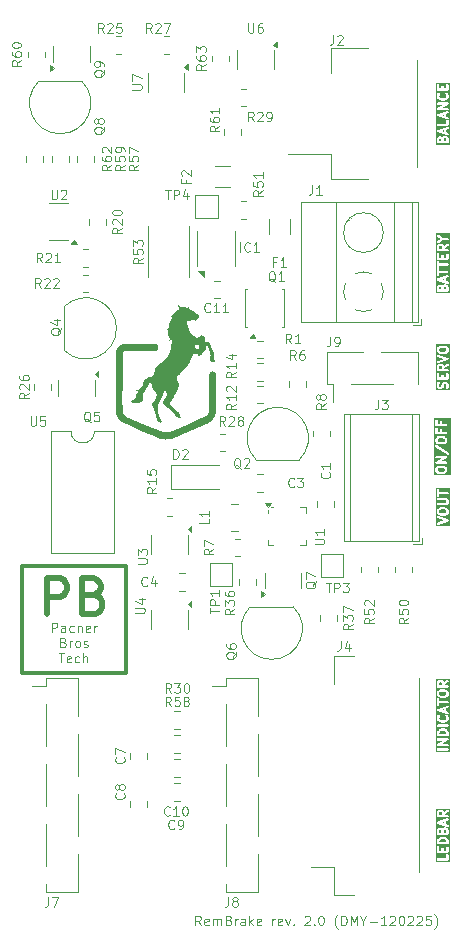
<source format=gbr>
%TF.GenerationSoftware,KiCad,Pcbnew,9.99.0-86-g03af293683*%
%TF.CreationDate,2025-02-25T09:18:42+01:00*%
%TF.ProjectId,RemBrake,52656d42-7261-46b6-952e-6b696361645f,2.0*%
%TF.SameCoordinates,PX7270e00PY8583b00*%
%TF.FileFunction,Legend,Top*%
%TF.FilePolarity,Positive*%
%FSLAX46Y46*%
G04 Gerber Fmt 4.6, Leading zero omitted, Abs format (unit mm)*
G04 Created by KiCad (PCBNEW 9.99.0-86-g03af293683) date 2025-02-25 09:18:42*
%MOMM*%
%LPD*%
G01*
G04 APERTURE LIST*
%ADD10C,0.000000*%
%ADD11C,0.300000*%
%ADD12C,0.500000*%
%ADD13C,0.200000*%
%ADD14C,0.100000*%
%ADD15C,0.120000*%
G04 APERTURE END LIST*
D10*
G36*
X16191317Y53682662D02*
G01*
X16192876Y53682317D01*
X16194650Y53681768D01*
X16196639Y53681017D01*
X16198841Y53680065D01*
X16203885Y53677558D01*
X16209774Y53674253D01*
X16216504Y53670158D01*
X16224067Y53665278D01*
X16232459Y53659620D01*
X16241673Y53653190D01*
X16251703Y53645995D01*
X16262542Y53638040D01*
X16274186Y53629333D01*
X16286628Y53619879D01*
X16313882Y53598757D01*
X16338162Y53579975D01*
X16362039Y53561912D01*
X16384902Y53545004D01*
X16406143Y53529686D01*
X16425151Y53516393D01*
X16441317Y53505560D01*
X16454032Y53497622D01*
X16458905Y53494874D01*
X16462686Y53493014D01*
X16469344Y53490406D01*
X16476485Y53488194D01*
X16484138Y53486381D01*
X16492331Y53484965D01*
X16501094Y53483948D01*
X16510454Y53483330D01*
X16520440Y53483111D01*
X16531082Y53483292D01*
X16542407Y53483874D01*
X16554444Y53484856D01*
X16567222Y53486240D01*
X16580770Y53488025D01*
X16595116Y53490213D01*
X16610288Y53492803D01*
X16626316Y53495796D01*
X16643228Y53499194D01*
X16656174Y53501640D01*
X16669119Y53503496D01*
X16682125Y53504753D01*
X16695254Y53505401D01*
X16708567Y53505432D01*
X16722124Y53504835D01*
X16735988Y53503603D01*
X16750219Y53501725D01*
X16764879Y53499192D01*
X16780029Y53495996D01*
X16795730Y53492126D01*
X16812044Y53487574D01*
X16829032Y53482331D01*
X16846755Y53476387D01*
X16865275Y53469732D01*
X16884653Y53462359D01*
X16901354Y53456081D01*
X16916689Y53450801D01*
X16930624Y53446529D01*
X16943122Y53443274D01*
X16948822Y53442031D01*
X16954150Y53441045D01*
X16959101Y53440317D01*
X16963670Y53439850D01*
X16967855Y53439643D01*
X16971650Y53439699D01*
X16975050Y53440017D01*
X16978052Y53440600D01*
X16979313Y53441029D01*
X16980737Y53441647D01*
X16984053Y53443427D01*
X16987951Y53445899D01*
X16992386Y53449025D01*
X16997309Y53452763D01*
X17002675Y53457074D01*
X17008434Y53461916D01*
X17014541Y53467249D01*
X17020948Y53473034D01*
X17027609Y53479231D01*
X17034475Y53485797D01*
X17041500Y53492695D01*
X17048637Y53499882D01*
X17055838Y53507320D01*
X17063056Y53514967D01*
X17070245Y53522784D01*
X17084426Y53538146D01*
X17098126Y53552471D01*
X17111013Y53565449D01*
X17122755Y53576767D01*
X17133018Y53586114D01*
X17141472Y53593176D01*
X17144916Y53595753D01*
X17147783Y53597642D01*
X17150032Y53598804D01*
X17151620Y53599200D01*
X17152768Y53599135D01*
X17153834Y53598934D01*
X17154817Y53598587D01*
X17155278Y53598357D01*
X17155718Y53598086D01*
X17156136Y53597774D01*
X17156534Y53597420D01*
X17156911Y53597023D01*
X17157267Y53596581D01*
X17157916Y53595558D01*
X17158480Y53594343D01*
X17158959Y53592926D01*
X17159352Y53591298D01*
X17159659Y53589449D01*
X17159879Y53587370D01*
X17160013Y53585051D01*
X17160059Y53582483D01*
X17160017Y53579657D01*
X17159887Y53576563D01*
X17159668Y53573192D01*
X17159360Y53569535D01*
X17158962Y53565581D01*
X17158474Y53561323D01*
X17157895Y53556749D01*
X17157226Y53551851D01*
X17155611Y53541045D01*
X17153628Y53528830D01*
X17151272Y53515130D01*
X17148538Y53499869D01*
X17145425Y53482974D01*
X17143572Y53472000D01*
X17142258Y53461505D01*
X17141492Y53451458D01*
X17141285Y53441825D01*
X17141645Y53432575D01*
X17142582Y53423675D01*
X17144104Y53415094D01*
X17146223Y53406800D01*
X17148945Y53398760D01*
X17152283Y53390942D01*
X17156243Y53383315D01*
X17160836Y53375846D01*
X17166072Y53368503D01*
X17171958Y53361255D01*
X17178506Y53354068D01*
X17185724Y53346911D01*
X17190074Y53343232D01*
X17196943Y53338006D01*
X17217645Y53323302D01*
X17246647Y53303577D01*
X17282764Y53279610D01*
X17324813Y53252181D01*
X17371609Y53222068D01*
X17421970Y53190051D01*
X17474710Y53156909D01*
X17726593Y52999075D01*
X17804098Y52949397D01*
X17856864Y52913901D01*
X17890555Y52888606D01*
X17902018Y52878540D01*
X17910835Y52869530D01*
X17917716Y52861080D01*
X17923367Y52852692D01*
X17933816Y52834109D01*
X17943103Y52815264D01*
X17950844Y52795836D01*
X17957048Y52775920D01*
X17961725Y52755610D01*
X17964884Y52735002D01*
X17966533Y52714190D01*
X17966683Y52693268D01*
X17965341Y52672331D01*
X17962517Y52651474D01*
X17958221Y52630792D01*
X17952460Y52610378D01*
X17945245Y52590328D01*
X17936584Y52570737D01*
X17926486Y52551698D01*
X17914961Y52533307D01*
X17902017Y52515658D01*
X17892932Y52505321D01*
X17881057Y52493594D01*
X17866802Y52480762D01*
X17850576Y52467107D01*
X17832791Y52452913D01*
X17813856Y52438465D01*
X17794181Y52424046D01*
X17774177Y52409939D01*
X17754254Y52396430D01*
X17734821Y52383801D01*
X17716289Y52372336D01*
X17699068Y52362319D01*
X17683569Y52354034D01*
X17670200Y52347765D01*
X17659374Y52343796D01*
X17655041Y52342762D01*
X17651498Y52342410D01*
X17649559Y52342471D01*
X17647577Y52342653D01*
X17645560Y52342949D01*
X17643513Y52343356D01*
X17639360Y52344477D01*
X17635173Y52345978D01*
X17631007Y52347817D01*
X17626916Y52349953D01*
X17622955Y52352347D01*
X17619178Y52354958D01*
X17615641Y52357745D01*
X17612399Y52360669D01*
X17609505Y52363688D01*
X17607014Y52366762D01*
X17605938Y52368307D01*
X17604982Y52369851D01*
X17604155Y52371388D01*
X17603463Y52372914D01*
X17602913Y52374423D01*
X17602511Y52375911D01*
X17602265Y52377372D01*
X17602182Y52378802D01*
X17602088Y52380665D01*
X17601808Y52382501D01*
X17601344Y52384309D01*
X17600697Y52386087D01*
X17599870Y52387835D01*
X17598865Y52389551D01*
X17597684Y52391236D01*
X17596328Y52392886D01*
X17594800Y52394503D01*
X17593102Y52396084D01*
X17591236Y52397630D01*
X17589203Y52399138D01*
X17587007Y52400607D01*
X17584648Y52402038D01*
X17582129Y52403429D01*
X17579452Y52404778D01*
X17576619Y52406085D01*
X17573631Y52407350D01*
X17570492Y52408570D01*
X17567202Y52409745D01*
X17563764Y52410875D01*
X17560180Y52411957D01*
X17556453Y52412992D01*
X17552582Y52413977D01*
X17548572Y52414913D01*
X17544424Y52415798D01*
X17540140Y52416631D01*
X17535722Y52417411D01*
X17531171Y52418138D01*
X17526491Y52418810D01*
X17521682Y52419426D01*
X17516748Y52419985D01*
X17501632Y52421439D01*
X17487426Y52422430D01*
X17474024Y52422934D01*
X17461319Y52422927D01*
X17449205Y52422383D01*
X17437575Y52421278D01*
X17426324Y52419587D01*
X17415344Y52417286D01*
X17404529Y52414351D01*
X17393772Y52410755D01*
X17382968Y52406475D01*
X17372009Y52401487D01*
X17360790Y52395764D01*
X17349203Y52389284D01*
X17337143Y52382020D01*
X17324502Y52373950D01*
X17312955Y52366575D01*
X17300935Y52359300D01*
X17288560Y52352177D01*
X17275948Y52345256D01*
X17250480Y52332227D01*
X17225473Y52320626D01*
X17213435Y52315489D01*
X17201864Y52310864D01*
X17190878Y52306801D01*
X17180594Y52303352D01*
X17171130Y52300568D01*
X17162602Y52298502D01*
X17155129Y52297203D01*
X17148828Y52296725D01*
X17146875Y52296827D01*
X17144364Y52297127D01*
X17141334Y52297615D01*
X17137823Y52298280D01*
X17129508Y52300103D01*
X17119724Y52302516D01*
X17108773Y52305438D01*
X17096958Y52308788D01*
X17084584Y52312487D01*
X17071954Y52316454D01*
X17059476Y52320348D01*
X17047962Y52323583D01*
X17037345Y52326148D01*
X17027558Y52328028D01*
X17018532Y52329209D01*
X17010199Y52329678D01*
X17002492Y52329420D01*
X16998852Y52329014D01*
X16995344Y52328421D01*
X16991957Y52327640D01*
X16988685Y52326668D01*
X16985519Y52325505D01*
X16982449Y52324148D01*
X16979469Y52322595D01*
X16976568Y52320845D01*
X16973740Y52318896D01*
X16970974Y52316746D01*
X16965600Y52311838D01*
X16960376Y52306106D01*
X16955237Y52299537D01*
X16950113Y52292117D01*
X16947690Y52288286D01*
X16945566Y52284564D01*
X16944615Y52282712D01*
X16943737Y52280851D01*
X16942930Y52278968D01*
X16942195Y52277051D01*
X16941530Y52275088D01*
X16940935Y52273066D01*
X16940408Y52270973D01*
X16939950Y52268798D01*
X16939559Y52266528D01*
X16939235Y52264150D01*
X16938976Y52261653D01*
X16938783Y52259024D01*
X16938654Y52256252D01*
X16938589Y52253323D01*
X16938646Y52246949D01*
X16938949Y52239804D01*
X16939491Y52231791D01*
X16940267Y52222812D01*
X16941270Y52212769D01*
X16942494Y52201566D01*
X16943933Y52189105D01*
X16946385Y52171390D01*
X16949497Y52152871D01*
X16953334Y52133347D01*
X16957956Y52112613D01*
X16963429Y52090468D01*
X16969815Y52066708D01*
X16977177Y52041131D01*
X16985578Y52013535D01*
X17005752Y51951472D01*
X17030841Y51878897D01*
X17061351Y51794190D01*
X17097787Y51695727D01*
X17131206Y51607923D01*
X17161725Y51531304D01*
X17189967Y51464569D01*
X17216552Y51406418D01*
X17242104Y51355551D01*
X17267245Y51310667D01*
X17292596Y51270465D01*
X17318780Y51233645D01*
X17330248Y51218719D01*
X17341568Y51204651D01*
X17352877Y51191328D01*
X17364310Y51178640D01*
X17376004Y51166473D01*
X17388096Y51154715D01*
X17400720Y51143256D01*
X17414014Y51131981D01*
X17428114Y51120781D01*
X17443156Y51109541D01*
X17459276Y51098152D01*
X17476610Y51086499D01*
X17495295Y51074472D01*
X17515467Y51061958D01*
X17537261Y51048845D01*
X17560815Y51035021D01*
X17579924Y51023803D01*
X17599299Y51012154D01*
X17636716Y50988928D01*
X17653690Y50978035D01*
X17668795Y50968078D01*
X17681497Y50959397D01*
X17691263Y50952334D01*
X17701488Y50944808D01*
X17711329Y50937999D01*
X17720817Y50931900D01*
X17729982Y50926499D01*
X17738857Y50921788D01*
X17747472Y50917759D01*
X17755858Y50914402D01*
X17764047Y50911707D01*
X17772070Y50909667D01*
X17779959Y50908271D01*
X17787744Y50907510D01*
X17795457Y50907376D01*
X17803129Y50907859D01*
X17810791Y50908950D01*
X17818475Y50910640D01*
X17826211Y50912920D01*
X17830182Y50914418D01*
X17835210Y50916561D01*
X17848138Y50922622D01*
X17864388Y50930784D01*
X17883352Y50940728D01*
X17904423Y50952132D01*
X17926994Y50964679D01*
X17950457Y50978046D01*
X17974206Y50991915D01*
X18021452Y51019717D01*
X18065225Y51045083D01*
X18100644Y51065204D01*
X18122827Y51077273D01*
X18131004Y51081060D01*
X18139734Y51084352D01*
X18148933Y51087149D01*
X18158512Y51089450D01*
X18168387Y51091253D01*
X18178470Y51092559D01*
X18188676Y51093366D01*
X18198917Y51093674D01*
X18209107Y51093482D01*
X18219161Y51092789D01*
X18228991Y51091594D01*
X18238512Y51089896D01*
X18247636Y51087696D01*
X18256278Y51084991D01*
X18264351Y51081782D01*
X18271768Y51078066D01*
X18284244Y51070876D01*
X18297375Y51062875D01*
X18324893Y51044991D01*
X18352890Y51025505D01*
X18379936Y51005507D01*
X18404601Y50986089D01*
X18425454Y50968340D01*
X18434005Y50960433D01*
X18441066Y50953353D01*
X18446459Y50947236D01*
X18450006Y50942217D01*
X18455229Y50931944D01*
X18460190Y50919728D01*
X18464866Y50905735D01*
X18469236Y50890131D01*
X18473278Y50873082D01*
X18476972Y50854753D01*
X18480294Y50835312D01*
X18483224Y50814923D01*
X18485740Y50793752D01*
X18487820Y50771966D01*
X18489443Y50749730D01*
X18490587Y50727209D01*
X18491230Y50704571D01*
X18491350Y50681980D01*
X18490927Y50659604D01*
X18489938Y50637606D01*
X18483758Y50531451D01*
X18544153Y50553332D01*
X18558214Y50558232D01*
X18571652Y50562472D01*
X18584530Y50566052D01*
X18596911Y50568973D01*
X18608858Y50571233D01*
X18620434Y50572834D01*
X18631702Y50573775D01*
X18642726Y50574055D01*
X18653569Y50573676D01*
X18664293Y50572636D01*
X18674962Y50570937D01*
X18685638Y50568578D01*
X18696386Y50565558D01*
X18707267Y50561878D01*
X18718346Y50557538D01*
X18729684Y50552538D01*
X18738302Y50548267D01*
X18747058Y50543430D01*
X18764881Y50532186D01*
X18782938Y50519068D01*
X18801011Y50504338D01*
X18818885Y50488257D01*
X18836344Y50471087D01*
X18853171Y50453091D01*
X18869152Y50434529D01*
X18884068Y50415663D01*
X18897706Y50396755D01*
X18909848Y50378066D01*
X18920278Y50359859D01*
X18928780Y50342395D01*
X18932241Y50334023D01*
X18935139Y50325935D01*
X18937447Y50318164D01*
X18939138Y50310741D01*
X18940185Y50303701D01*
X18940561Y50297076D01*
X18941061Y50288903D01*
X18942591Y50279230D01*
X18945189Y50267959D01*
X18948898Y50254991D01*
X18953757Y50240227D01*
X18959808Y50223569D01*
X18967090Y50204918D01*
X18975646Y50184176D01*
X18985516Y50161243D01*
X18996740Y50136022D01*
X19023415Y50078319D01*
X19055997Y50010278D01*
X19094812Y49931109D01*
X19142490Y49834540D01*
X19177992Y49761374D01*
X19202877Y49707090D01*
X19211825Y49685616D01*
X19218704Y49667168D01*
X19223707Y49651180D01*
X19227031Y49637087D01*
X19228870Y49624325D01*
X19229418Y49612327D01*
X19228871Y49600530D01*
X19227423Y49588367D01*
X19222604Y49560687D01*
X19219867Y49544970D01*
X19217571Y49529972D01*
X19215726Y49515560D01*
X19214337Y49501598D01*
X19213414Y49487951D01*
X19212964Y49474484D01*
X19212995Y49461062D01*
X19213516Y49447550D01*
X19214533Y49433814D01*
X19216055Y49419719D01*
X19218090Y49405129D01*
X19220645Y49389909D01*
X19223729Y49373926D01*
X19227349Y49357043D01*
X19236230Y49320040D01*
X19248646Y49268995D01*
X19259172Y49221098D01*
X19267881Y49175863D01*
X19274845Y49132807D01*
X19280136Y49091445D01*
X19283826Y49051291D01*
X19285987Y49011863D01*
X19286691Y48972674D01*
X19286583Y48951219D01*
X19286201Y48932196D01*
X19285457Y48915477D01*
X19284264Y48900933D01*
X19282533Y48888434D01*
X19280178Y48877854D01*
X19278739Y48873242D01*
X19277111Y48869062D01*
X19275283Y48865297D01*
X19273244Y48861931D01*
X19270984Y48858948D01*
X19268490Y48856332D01*
X19265753Y48854067D01*
X19262761Y48852136D01*
X19259504Y48850525D01*
X19255970Y48849215D01*
X19252149Y48848193D01*
X19248029Y48847440D01*
X19238850Y48846683D01*
X19228346Y48846815D01*
X19216429Y48847707D01*
X19203012Y48849230D01*
X19181055Y48852500D01*
X19157821Y48856854D01*
X19133630Y48862177D01*
X19108802Y48868352D01*
X19083655Y48875266D01*
X19058511Y48882802D01*
X19009508Y48899279D01*
X18986288Y48907990D01*
X18964349Y48916861D01*
X18944011Y48925777D01*
X18925594Y48934623D01*
X18909417Y48943284D01*
X18895801Y48951643D01*
X18885064Y48959586D01*
X18877527Y48966998D01*
X18876521Y48968285D01*
X18875577Y48969629D01*
X18874696Y48971043D01*
X18873877Y48972542D01*
X18873119Y48974138D01*
X18872422Y48975845D01*
X18871786Y48977677D01*
X18871211Y48979647D01*
X18870697Y48981768D01*
X18870242Y48984055D01*
X18869848Y48986520D01*
X18869513Y48989178D01*
X18869237Y48992041D01*
X18869020Y48995123D01*
X18868762Y49001999D01*
X18868737Y49009915D01*
X18868943Y49018977D01*
X18869376Y49029296D01*
X18870036Y49040977D01*
X18870919Y49054131D01*
X18872023Y49068864D01*
X18874887Y49103503D01*
X18879070Y49149467D01*
X18883157Y49186127D01*
X18885335Y49201555D01*
X18887694Y49215361D01*
X18890301Y49227780D01*
X18893224Y49239045D01*
X18896532Y49249391D01*
X18900292Y49259054D01*
X18904573Y49268267D01*
X18909442Y49277265D01*
X18914968Y49286282D01*
X18921219Y49295554D01*
X18936166Y49315798D01*
X18939413Y49320174D01*
X18942570Y49324650D01*
X18945618Y49329194D01*
X18948543Y49333774D01*
X18951328Y49338356D01*
X18953957Y49342907D01*
X18956412Y49347395D01*
X18958679Y49351788D01*
X18960740Y49356052D01*
X18962579Y49360155D01*
X18964180Y49364063D01*
X18965527Y49367745D01*
X18966603Y49371167D01*
X18967391Y49374297D01*
X18967876Y49377102D01*
X18968042Y49379550D01*
X18967904Y49382103D01*
X18967499Y49385220D01*
X18966842Y49388856D01*
X18965946Y49392970D01*
X18964824Y49397517D01*
X18963491Y49402454D01*
X18960245Y49413327D01*
X18956318Y49425241D01*
X18951820Y49437852D01*
X18946861Y49450813D01*
X18941553Y49463778D01*
X18935914Y49477935D01*
X18930502Y49493310D01*
X18925422Y49509500D01*
X18920780Y49526099D01*
X18916682Y49542702D01*
X18913235Y49558904D01*
X18910544Y49574301D01*
X18909515Y49581571D01*
X18908716Y49588488D01*
X18905450Y49617176D01*
X18901496Y49645716D01*
X18896848Y49674126D01*
X18891502Y49702425D01*
X18885452Y49730632D01*
X18878692Y49758763D01*
X18871216Y49786838D01*
X18863019Y49814875D01*
X18854097Y49842892D01*
X18844442Y49870907D01*
X18834050Y49898938D01*
X18822915Y49927004D01*
X18811032Y49955123D01*
X18798395Y49983314D01*
X18784998Y50011593D01*
X18770837Y50039980D01*
X18760690Y50059345D01*
X18750757Y50077295D01*
X18741017Y50093854D01*
X18731448Y50109045D01*
X18722028Y50122889D01*
X18712736Y50135411D01*
X18703549Y50146633D01*
X18694446Y50156577D01*
X18685405Y50165266D01*
X18676403Y50172722D01*
X18667419Y50178970D01*
X18658431Y50184030D01*
X18649418Y50187926D01*
X18640356Y50190681D01*
X18631225Y50192318D01*
X18622003Y50192858D01*
X18618129Y50192781D01*
X18614421Y50192542D01*
X18610874Y50192130D01*
X18607482Y50191534D01*
X18604240Y50190743D01*
X18601142Y50189745D01*
X18598182Y50188530D01*
X18595355Y50187085D01*
X18592655Y50185401D01*
X18590077Y50183465D01*
X18587615Y50181267D01*
X18585262Y50178795D01*
X18583015Y50176038D01*
X18580866Y50172986D01*
X18578811Y50169626D01*
X18576843Y50165947D01*
X18574957Y50161939D01*
X18573148Y50157591D01*
X18571409Y50152890D01*
X18569736Y50147826D01*
X18568122Y50142388D01*
X18566561Y50136564D01*
X18565050Y50130344D01*
X18563580Y50123715D01*
X18562148Y50116668D01*
X18560747Y50109190D01*
X18558016Y50092898D01*
X18555343Y50074751D01*
X18552682Y50054659D01*
X18546151Y50007041D01*
X18542821Y49986487D01*
X18539338Y49967840D01*
X18535622Y49950901D01*
X18531590Y49935472D01*
X18527160Y49921354D01*
X18522251Y49908349D01*
X18516780Y49896258D01*
X18510666Y49884884D01*
X18503828Y49874027D01*
X18496182Y49863491D01*
X18487648Y49853076D01*
X18478144Y49842583D01*
X18467587Y49831816D01*
X18455896Y49820574D01*
X18450107Y49814999D01*
X18443970Y49808810D01*
X18430862Y49794852D01*
X18417001Y49779220D01*
X18402816Y49762434D01*
X18388737Y49745015D01*
X18375191Y49727482D01*
X18362609Y49710356D01*
X18351419Y49694155D01*
X18341252Y49679577D01*
X18329488Y49663983D01*
X18316191Y49647436D01*
X18301427Y49630002D01*
X18285260Y49611746D01*
X18267755Y49592733D01*
X18248977Y49573027D01*
X18228990Y49552693D01*
X18207860Y49531797D01*
X18185650Y49510402D01*
X18138254Y49466380D01*
X18087320Y49421145D01*
X18033365Y49375216D01*
X18016987Y49361905D01*
X18001631Y49350159D01*
X17987256Y49339972D01*
X17973820Y49331333D01*
X17961281Y49324237D01*
X17949597Y49318675D01*
X17944064Y49316467D01*
X17938728Y49314640D01*
X17933585Y49313192D01*
X17928630Y49312123D01*
X17923858Y49311431D01*
X17919263Y49311117D01*
X17914841Y49311178D01*
X17910585Y49311614D01*
X17906491Y49312423D01*
X17902554Y49313606D01*
X17898768Y49315160D01*
X17895128Y49317085D01*
X17891629Y49319380D01*
X17888266Y49322044D01*
X17885033Y49325076D01*
X17881926Y49328475D01*
X17878939Y49332240D01*
X17876066Y49336370D01*
X17873303Y49340864D01*
X17870645Y49345721D01*
X17868597Y49351334D01*
X17866334Y49360428D01*
X17861356Y49387410D01*
X17856090Y49423377D01*
X17850913Y49465039D01*
X17846205Y49509104D01*
X17842344Y49552283D01*
X17839709Y49591285D01*
X17838678Y49622820D01*
X17838600Y49623162D01*
X17838377Y49623358D01*
X17838010Y49623413D01*
X17837504Y49623329D01*
X17836862Y49623108D01*
X17836089Y49622755D01*
X17834161Y49621660D01*
X17831749Y49620068D01*
X17828882Y49618002D01*
X17825590Y49615485D01*
X17821903Y49612542D01*
X17817848Y49609195D01*
X17813456Y49605467D01*
X17808756Y49601383D01*
X17803777Y49596966D01*
X17798548Y49592239D01*
X17793099Y49587226D01*
X17787458Y49581949D01*
X17781656Y49576434D01*
X17767087Y49562597D01*
X17753676Y49550253D01*
X17741237Y49539319D01*
X17729582Y49529711D01*
X17718527Y49521346D01*
X17707884Y49514140D01*
X17697468Y49508008D01*
X17692287Y49505320D01*
X17687093Y49502869D01*
X17681863Y49500645D01*
X17676572Y49498638D01*
X17671199Y49496837D01*
X17665720Y49495231D01*
X17654350Y49492566D01*
X17642275Y49490558D01*
X17629311Y49489124D01*
X17615270Y49488180D01*
X17599967Y49487643D01*
X17583215Y49487429D01*
X17563098Y49487217D01*
X17545608Y49486561D01*
X17530497Y49485431D01*
X17523754Y49484680D01*
X17517513Y49483799D01*
X17511741Y49482786D01*
X17506406Y49481636D01*
X17501479Y49480346D01*
X17496927Y49478913D01*
X17492720Y49477331D01*
X17488826Y49475599D01*
X17485213Y49473712D01*
X17481851Y49471667D01*
X17477207Y49468227D01*
X17472237Y49463789D01*
X17461377Y49452029D01*
X17449383Y49436610D01*
X17436371Y49417753D01*
X17422453Y49395682D01*
X17407746Y49370620D01*
X17392361Y49342788D01*
X17376415Y49312409D01*
X17360020Y49279706D01*
X17343291Y49244902D01*
X17326341Y49208219D01*
X17309286Y49169880D01*
X17292239Y49130107D01*
X17275315Y49089123D01*
X17258626Y49047150D01*
X17242288Y49004412D01*
X17217210Y48939071D01*
X17193307Y48880076D01*
X17170357Y48826982D01*
X17148143Y48779341D01*
X17126445Y48736705D01*
X17105043Y48698627D01*
X17083717Y48664660D01*
X17062250Y48634356D01*
X17023072Y48584756D01*
X16973268Y48525659D01*
X16913049Y48457295D01*
X16842626Y48379891D01*
X16762211Y48293677D01*
X16672016Y48198883D01*
X16572251Y48095737D01*
X16463129Y47984469D01*
X16345527Y47864937D01*
X16256053Y47772432D01*
X16220606Y47734677D01*
X16190681Y47701711D01*
X16165774Y47672880D01*
X16145381Y47647528D01*
X16129000Y47625000D01*
X16116127Y47604639D01*
X16106259Y47585791D01*
X16098891Y47567800D01*
X16093521Y47550009D01*
X16089644Y47531765D01*
X16084360Y47491290D01*
X16083076Y47476157D01*
X16082587Y47461090D01*
X16082948Y47445907D01*
X16084214Y47430429D01*
X16086442Y47414473D01*
X16089686Y47397859D01*
X16094002Y47380404D01*
X16099447Y47361929D01*
X16106074Y47342252D01*
X16113941Y47321192D01*
X16123102Y47298568D01*
X16133614Y47274198D01*
X16145530Y47247902D01*
X16158909Y47219498D01*
X16173804Y47188805D01*
X16190271Y47155642D01*
X16272455Y46991717D01*
X16272455Y46915484D01*
X16272191Y46899500D01*
X16271352Y46883552D01*
X16269864Y46867385D01*
X16267652Y46850744D01*
X16264643Y46833373D01*
X16260764Y46815016D01*
X16255940Y46795419D01*
X16250099Y46774325D01*
X16243165Y46751480D01*
X16235067Y46726627D01*
X16225729Y46699512D01*
X16215079Y46669879D01*
X16189545Y46602038D01*
X16157876Y46521060D01*
X16126132Y46442320D01*
X16096838Y46374005D01*
X16082270Y46342220D01*
X16067304Y46311199D01*
X16051604Y46280327D01*
X16034833Y46248990D01*
X16016656Y46216572D01*
X15996734Y46182460D01*
X15950312Y46106697D01*
X15892874Y46016785D01*
X15821725Y45907809D01*
X15739229Y45780975D01*
X15665922Y45666050D01*
X15609775Y45575676D01*
X15590628Y45543646D01*
X15578760Y45522494D01*
X15567303Y45500021D01*
X15562508Y45490139D01*
X15558278Y45480965D01*
X15554572Y45472348D01*
X15551348Y45464142D01*
X15548565Y45456199D01*
X15546180Y45448370D01*
X15544152Y45440509D01*
X15542439Y45432465D01*
X15540999Y45424093D01*
X15539790Y45415244D01*
X15538771Y45405770D01*
X15537899Y45395523D01*
X15536432Y45372118D01*
X15535819Y45355466D01*
X15535660Y45339659D01*
X15535984Y45324593D01*
X15536823Y45310164D01*
X15538206Y45296271D01*
X15540163Y45282808D01*
X15542725Y45269673D01*
X15545923Y45256762D01*
X15549785Y45243972D01*
X15554343Y45231200D01*
X15559626Y45218341D01*
X15565666Y45205294D01*
X15572491Y45191953D01*
X15580133Y45178217D01*
X15588621Y45163981D01*
X15597986Y45149142D01*
X15607681Y45134605D01*
X15617841Y45120392D01*
X15628669Y45106316D01*
X15640368Y45092189D01*
X15653140Y45077826D01*
X15667188Y45063040D01*
X15682714Y45047644D01*
X15699922Y45031453D01*
X15719014Y45014278D01*
X15740192Y44995935D01*
X15763660Y44976236D01*
X15789620Y44954995D01*
X15818274Y44932025D01*
X15849826Y44907140D01*
X15922433Y44850878D01*
X16006280Y44785859D01*
X16075333Y44730867D01*
X16131242Y44684363D01*
X16175655Y44644806D01*
X16194066Y44627152D01*
X16210221Y44610656D01*
X16224326Y44595127D01*
X16236589Y44580372D01*
X16247214Y44566198D01*
X16256407Y44552414D01*
X16264376Y44538825D01*
X16271326Y44525240D01*
X16298535Y44466921D01*
X16325812Y44406171D01*
X16352016Y44345761D01*
X16376010Y44288464D01*
X16396655Y44237053D01*
X16412811Y44194301D01*
X16423340Y44162979D01*
X16426138Y44152472D01*
X16427103Y44145861D01*
X16427019Y44142426D01*
X16426768Y44139120D01*
X16426347Y44135941D01*
X16425755Y44132883D01*
X16424989Y44129942D01*
X16424050Y44127113D01*
X16422934Y44124393D01*
X16421640Y44121777D01*
X16420167Y44119261D01*
X16418512Y44116839D01*
X16416675Y44114509D01*
X16414653Y44112265D01*
X16412445Y44110103D01*
X16410049Y44108019D01*
X16407464Y44106009D01*
X16404687Y44104067D01*
X16400897Y44101665D01*
X16399072Y44100594D01*
X16397269Y44099611D01*
X16395473Y44098718D01*
X16393663Y44097917D01*
X16391824Y44097208D01*
X16389936Y44096594D01*
X16387982Y44096076D01*
X16385945Y44095655D01*
X16383807Y44095332D01*
X16381550Y44095110D01*
X16379155Y44094990D01*
X16376606Y44094972D01*
X16373885Y44095060D01*
X16370973Y44095253D01*
X16367853Y44095555D01*
X16364508Y44095965D01*
X16360919Y44096486D01*
X16357069Y44097118D01*
X16352940Y44097865D01*
X16348514Y44098726D01*
X16338701Y44100799D01*
X16327487Y44103350D01*
X16314730Y44106390D01*
X16300289Y44109931D01*
X16284021Y44113986D01*
X16246327Y44123649D01*
X16212399Y44132932D01*
X16181926Y44142060D01*
X16154597Y44151258D01*
X16130102Y44160749D01*
X16108130Y44170757D01*
X16088373Y44181509D01*
X16070518Y44193226D01*
X16054256Y44206135D01*
X16039276Y44220460D01*
X16025269Y44236424D01*
X16011923Y44254252D01*
X15998928Y44274169D01*
X15985974Y44296399D01*
X15972751Y44321167D01*
X15958948Y44348696D01*
X15943827Y44378819D01*
X15936708Y44392342D01*
X15929728Y44405061D01*
X15922771Y44417141D01*
X15915720Y44428750D01*
X15908459Y44440054D01*
X15900871Y44451218D01*
X15892840Y44462409D01*
X15884250Y44473794D01*
X15874984Y44485538D01*
X15864927Y44497808D01*
X15841969Y44524589D01*
X15814447Y44555468D01*
X15744354Y44631122D01*
X15709639Y44667027D01*
X15674964Y44701807D01*
X15640193Y44735577D01*
X15605191Y44768456D01*
X15569824Y44800559D01*
X15533954Y44832003D01*
X15497447Y44862905D01*
X15460168Y44893382D01*
X15421981Y44923549D01*
X15382751Y44953525D01*
X15342341Y44983425D01*
X15300618Y45013367D01*
X15212686Y45073840D01*
X15152071Y45115196D01*
X15095809Y45154950D01*
X15071272Y45172810D01*
X15050176Y45188572D01*
X15033307Y45201669D01*
X15021448Y45211535D01*
X15010946Y45221327D01*
X15000027Y45232364D01*
X14988841Y45244436D01*
X14977540Y45257329D01*
X14966275Y45270834D01*
X14955197Y45284737D01*
X14944457Y45298827D01*
X14934205Y45312891D01*
X14924594Y45326720D01*
X14915775Y45340099D01*
X14907897Y45352818D01*
X14901113Y45364666D01*
X14895573Y45375429D01*
X14891430Y45384896D01*
X14888832Y45392856D01*
X14888161Y45396204D01*
X14887933Y45399096D01*
X14888102Y45402064D01*
X14888614Y45405496D01*
X14890687Y45413800D01*
X14894203Y45424096D01*
X14899208Y45436476D01*
X14905753Y45451030D01*
X14913884Y45467847D01*
X14923652Y45487019D01*
X14935104Y45508635D01*
X14948289Y45532785D01*
X14963255Y45559561D01*
X14998726Y45621346D01*
X15041904Y45694713D01*
X15093179Y45780383D01*
X15143407Y45864236D01*
X15186859Y45937689D01*
X15218898Y45992826D01*
X15234888Y46021731D01*
X15241715Y46037150D01*
X15247320Y46052902D01*
X15251709Y46068961D01*
X15254883Y46085300D01*
X15256847Y46101894D01*
X15257604Y46118716D01*
X15257157Y46135740D01*
X15255510Y46152939D01*
X15252666Y46170288D01*
X15248629Y46187760D01*
X15243403Y46205328D01*
X15236990Y46222967D01*
X15229395Y46240651D01*
X15220621Y46258352D01*
X15210671Y46276045D01*
X15199548Y46293704D01*
X15192422Y46303686D01*
X15184081Y46314109D01*
X15174707Y46324822D01*
X15164483Y46335676D01*
X15153592Y46346521D01*
X15142216Y46357207D01*
X15130537Y46367586D01*
X15118740Y46377507D01*
X15107005Y46386821D01*
X15095516Y46395378D01*
X15084455Y46403029D01*
X15074006Y46409624D01*
X15064350Y46415014D01*
X15055670Y46419050D01*
X15051754Y46420512D01*
X15048150Y46421580D01*
X15044881Y46422235D01*
X15041971Y46422457D01*
X15039401Y46422354D01*
X15036902Y46422034D01*
X15034463Y46421480D01*
X15032080Y46420673D01*
X15029743Y46419597D01*
X15027445Y46418234D01*
X15025179Y46416567D01*
X15022938Y46414577D01*
X15020713Y46412249D01*
X15018498Y46409563D01*
X15016285Y46406504D01*
X15014066Y46403053D01*
X15011833Y46399193D01*
X15009581Y46394906D01*
X15007300Y46390175D01*
X15004983Y46384984D01*
X15002624Y46379313D01*
X15000214Y46373146D01*
X14997746Y46366465D01*
X14995212Y46359253D01*
X14992605Y46351493D01*
X14989917Y46343166D01*
X14984271Y46324745D01*
X14978212Y46303851D01*
X14971682Y46280344D01*
X14964619Y46254084D01*
X14956964Y46224932D01*
X14930484Y46130855D01*
X14900022Y46036605D01*
X14866121Y45943454D01*
X14829324Y45852675D01*
X14790176Y45765539D01*
X14749219Y45683319D01*
X14728233Y45644450D01*
X14706998Y45607287D01*
X14685583Y45571988D01*
X14664056Y45538714D01*
X14647365Y45513547D01*
X14632376Y45490314D01*
X14618916Y45468544D01*
X14606810Y45447763D01*
X14595885Y45427496D01*
X14585966Y45407272D01*
X14576880Y45386616D01*
X14568452Y45365056D01*
X14560509Y45342117D01*
X14552875Y45317327D01*
X14545378Y45290212D01*
X14537842Y45260298D01*
X14530095Y45227114D01*
X14521961Y45190184D01*
X14503839Y45103198D01*
X14492357Y45046005D01*
X14483399Y44998953D01*
X14476661Y44959509D01*
X14471837Y44925137D01*
X14468623Y44893304D01*
X14466713Y44861475D01*
X14465802Y44827115D01*
X14465585Y44787692D01*
X14465743Y44749241D01*
X14466350Y44717522D01*
X14467607Y44690923D01*
X14468542Y44679038D01*
X14469715Y44667828D01*
X14471150Y44657091D01*
X14472873Y44646625D01*
X14474908Y44636229D01*
X14477282Y44625701D01*
X14483143Y44603442D01*
X14490655Y44578234D01*
X14502660Y44540481D01*
X14516256Y44500982D01*
X14531792Y44458867D01*
X14549615Y44413266D01*
X14570074Y44363308D01*
X14593515Y44308123D01*
X14620286Y44246841D01*
X14650735Y44178591D01*
X14706493Y44056365D01*
X14727437Y44012442D01*
X14745061Y43977492D01*
X14760344Y43949650D01*
X14774263Y43927052D01*
X14787795Y43907831D01*
X14801919Y43890124D01*
X14809000Y43881378D01*
X14816098Y43872052D01*
X14823022Y43862431D01*
X14829584Y43852801D01*
X14835593Y43843449D01*
X14840861Y43834660D01*
X14845197Y43826721D01*
X14846957Y43823160D01*
X14848413Y43819918D01*
X14850325Y43815301D01*
X14851974Y43811085D01*
X14853359Y43807222D01*
X14854478Y43803668D01*
X14855329Y43800376D01*
X14855911Y43797300D01*
X14856222Y43794394D01*
X14856275Y43792990D01*
X14856260Y43791611D01*
X14856176Y43790252D01*
X14856024Y43788907D01*
X14855802Y43787569D01*
X14855512Y43786234D01*
X14854722Y43783546D01*
X14853653Y43780799D01*
X14852303Y43777944D01*
X14850671Y43774938D01*
X14848754Y43771732D01*
X14846551Y43768282D01*
X14843356Y43763783D01*
X14839802Y43759483D01*
X14835900Y43755384D01*
X14831660Y43751489D01*
X14827092Y43747799D01*
X14822207Y43744315D01*
X14817013Y43741039D01*
X14811522Y43737972D01*
X14805745Y43735117D01*
X14799690Y43732475D01*
X14793368Y43730048D01*
X14786789Y43727836D01*
X14779964Y43725843D01*
X14772903Y43724069D01*
X14765615Y43722516D01*
X14758111Y43721186D01*
X14742497Y43719201D01*
X14726141Y43718127D01*
X14709124Y43717976D01*
X14691528Y43718762D01*
X14673435Y43720499D01*
X14654925Y43723198D01*
X14636081Y43726874D01*
X14616983Y43731539D01*
X14617097Y43731725D01*
X14617212Y43731915D01*
X14617441Y43732302D01*
X14599008Y43737674D01*
X14581266Y43743683D01*
X14564229Y43750318D01*
X14547910Y43757570D01*
X14532321Y43765428D01*
X14517477Y43773883D01*
X14503390Y43782923D01*
X14490074Y43792538D01*
X14477541Y43802719D01*
X14465805Y43813455D01*
X14454879Y43824735D01*
X14444777Y43836550D01*
X14435512Y43848889D01*
X14427096Y43861742D01*
X14419543Y43875099D01*
X14412866Y43888949D01*
X14410981Y43893554D01*
X14409019Y43899021D01*
X14406998Y43905279D01*
X14404931Y43912256D01*
X14400724Y43928087D01*
X14396522Y43945948D01*
X14392448Y43965274D01*
X14388625Y43985500D01*
X14385177Y44006059D01*
X14382226Y44026385D01*
X14379079Y44048206D01*
X14375057Y44073060D01*
X14370322Y44100081D01*
X14365037Y44128401D01*
X14359367Y44157155D01*
X14353473Y44185476D01*
X14347519Y44212498D01*
X14341669Y44237353D01*
X14320306Y44315604D01*
X14288471Y44420673D01*
X14249408Y44542928D01*
X14206365Y44672736D01*
X14162588Y44800465D01*
X14121324Y44916484D01*
X14085819Y45011160D01*
X14059320Y45074862D01*
X14048002Y45099732D01*
X14038054Y45122761D01*
X14029459Y45144118D01*
X14022202Y45163972D01*
X14016267Y45182490D01*
X14011638Y45199842D01*
X14008300Y45216195D01*
X14006237Y45231719D01*
X14005432Y45246581D01*
X14005871Y45260950D01*
X14007538Y45274996D01*
X14010416Y45288885D01*
X14014490Y45302787D01*
X14019744Y45316871D01*
X14026163Y45331304D01*
X14033731Y45346255D01*
X14041750Y45360487D01*
X14052905Y45379148D01*
X14066688Y45401444D01*
X14082593Y45426581D01*
X14100114Y45453765D01*
X14118742Y45482202D01*
X14137972Y45511098D01*
X14157297Y45539660D01*
X14205563Y45612067D01*
X14226702Y45645331D01*
X14245993Y45676959D01*
X14263544Y45707194D01*
X14279466Y45736281D01*
X14293869Y45764461D01*
X14306861Y45791977D01*
X14318554Y45819074D01*
X14329057Y45845994D01*
X14338480Y45872980D01*
X14346933Y45900275D01*
X14354525Y45928123D01*
X14361367Y45956767D01*
X14367569Y45986449D01*
X14373239Y46017413D01*
X14377317Y46044400D01*
X14379973Y46069939D01*
X14381118Y46094245D01*
X14380665Y46117532D01*
X14378527Y46140016D01*
X14376798Y46151023D01*
X14374616Y46161911D01*
X14371968Y46172705D01*
X14368844Y46183432D01*
X14365233Y46194120D01*
X14361124Y46204794D01*
X14356506Y46215483D01*
X14351368Y46226213D01*
X14339489Y46247903D01*
X14325400Y46270078D01*
X14309012Y46292955D01*
X14290238Y46316747D01*
X14268992Y46341671D01*
X14245184Y46367940D01*
X14218728Y46395770D01*
X14179535Y46436778D01*
X14146690Y46472626D01*
X14132381Y46488977D01*
X14119338Y46504472D01*
X14107456Y46519256D01*
X14096626Y46533473D01*
X14086742Y46547267D01*
X14077698Y46560785D01*
X14069385Y46574170D01*
X14061699Y46587567D01*
X14054532Y46601120D01*
X14047776Y46614975D01*
X14041326Y46629276D01*
X14035074Y46644167D01*
X14030734Y46655792D01*
X14025993Y46670236D01*
X14015414Y46707121D01*
X14003543Y46753898D01*
X13990587Y46809645D01*
X13976752Y46873439D01*
X13962246Y46944356D01*
X13947275Y47021474D01*
X13932046Y47103869D01*
X13927886Y47126279D01*
X13923773Y47147177D01*
X13919813Y47166106D01*
X13916112Y47182610D01*
X13912776Y47196232D01*
X13909911Y47206516D01*
X13907622Y47213005D01*
X13906726Y47214684D01*
X13906015Y47215243D01*
X13904245Y47215042D01*
X13902332Y47214527D01*
X13900265Y47213682D01*
X13898031Y47212493D01*
X13895619Y47210944D01*
X13893016Y47209021D01*
X13890212Y47206709D01*
X13887195Y47203993D01*
X13883952Y47200858D01*
X13880472Y47197288D01*
X13876743Y47193270D01*
X13872754Y47188787D01*
X13863946Y47178370D01*
X13853954Y47165917D01*
X13842684Y47151309D01*
X13830042Y47134426D01*
X13815934Y47115149D01*
X13800265Y47093357D01*
X13782942Y47068931D01*
X13763869Y47041752D01*
X13720102Y46978655D01*
X13659093Y46889873D01*
X13611366Y46819232D01*
X13574891Y46763199D01*
X13547639Y46718241D01*
X13536837Y46698811D01*
X13527580Y46680825D01*
X13519613Y46663841D01*
X13512683Y46647418D01*
X13506537Y46631113D01*
X13500920Y46614485D01*
X13490259Y46578494D01*
X13484797Y46559425D01*
X13479372Y46541690D01*
X13473892Y46525130D01*
X13468265Y46509583D01*
X13462399Y46494890D01*
X13456203Y46480890D01*
X13449584Y46467422D01*
X13442451Y46454327D01*
X13434712Y46441444D01*
X13426275Y46428612D01*
X13417049Y46415671D01*
X13406941Y46402461D01*
X13395860Y46388822D01*
X13383714Y46374592D01*
X13370411Y46359612D01*
X13355859Y46343722D01*
X13341117Y46327473D01*
X13327615Y46311827D01*
X13315305Y46296679D01*
X13304137Y46281924D01*
X13294063Y46267457D01*
X13285035Y46253173D01*
X13277003Y46238968D01*
X13269920Y46224736D01*
X13263736Y46210372D01*
X13258403Y46195773D01*
X13253873Y46180832D01*
X13250097Y46165445D01*
X13247025Y46149507D01*
X13244610Y46132913D01*
X13242803Y46115559D01*
X13241556Y46097338D01*
X13241068Y46081050D01*
X13240993Y46063618D01*
X13241320Y46045583D01*
X13242040Y46027485D01*
X13243142Y46009866D01*
X13244616Y45993266D01*
X13246450Y45978227D01*
X13248636Y45965289D01*
X13252941Y45940942D01*
X13256268Y45916384D01*
X13258629Y45891716D01*
X13260036Y45867038D01*
X13260500Y45842452D01*
X13260034Y45818058D01*
X13258648Y45793959D01*
X13256355Y45770255D01*
X13253166Y45747046D01*
X13249093Y45724435D01*
X13244148Y45702522D01*
X13238342Y45681408D01*
X13231688Y45661194D01*
X13224197Y45641982D01*
X13215880Y45623873D01*
X13206750Y45606966D01*
X13199502Y45595359D01*
X13191390Y45583792D01*
X13182447Y45572282D01*
X13172705Y45560847D01*
X13162197Y45549503D01*
X13150955Y45538269D01*
X13126399Y45516195D01*
X13099294Y45494762D01*
X13069901Y45474109D01*
X13038476Y45454374D01*
X13005279Y45435692D01*
X12970568Y45418203D01*
X12934603Y45402044D01*
X12897641Y45387352D01*
X12859941Y45374264D01*
X12821761Y45362920D01*
X12783361Y45353455D01*
X12744999Y45346008D01*
X12706933Y45340716D01*
X12679525Y45338181D01*
X12652444Y45336639D01*
X12625741Y45336080D01*
X12599470Y45336494D01*
X12573682Y45337871D01*
X12548428Y45340200D01*
X12523762Y45343471D01*
X12499734Y45347674D01*
X12476398Y45352798D01*
X12453804Y45358832D01*
X12432005Y45365768D01*
X12411054Y45373593D01*
X12391001Y45382299D01*
X12371899Y45391874D01*
X12353800Y45402308D01*
X12336755Y45413592D01*
X12323782Y45422970D01*
X12311627Y45432107D01*
X12300293Y45440998D01*
X12289782Y45449641D01*
X12280097Y45458033D01*
X12271240Y45466171D01*
X12263215Y45474053D01*
X12256023Y45481675D01*
X12249667Y45489034D01*
X12244151Y45496127D01*
X12239476Y45502952D01*
X12235645Y45509506D01*
X12232660Y45515785D01*
X12230526Y45521786D01*
X12229243Y45527508D01*
X12228815Y45532946D01*
X12228884Y45538075D01*
X12229015Y45540439D01*
X12229248Y45542691D01*
X12229613Y45544847D01*
X12230138Y45546924D01*
X12230853Y45548938D01*
X12231786Y45550903D01*
X12232966Y45552838D01*
X12234423Y45554757D01*
X12236186Y45556677D01*
X12238282Y45558614D01*
X12240742Y45560585D01*
X12243595Y45562604D01*
X12246869Y45564689D01*
X12250593Y45566855D01*
X12254796Y45569119D01*
X12259508Y45571496D01*
X12264757Y45574003D01*
X12270572Y45576656D01*
X12276983Y45579471D01*
X12284017Y45582464D01*
X12291705Y45585652D01*
X12300075Y45589049D01*
X12318978Y45596540D01*
X12340958Y45605065D01*
X12395074Y45625735D01*
X12426106Y45637892D01*
X12454044Y45649638D01*
X12479036Y45661143D01*
X12501230Y45672579D01*
X12520774Y45684117D01*
X12537815Y45695927D01*
X12545442Y45701988D01*
X12552500Y45708181D01*
X12559005Y45714527D01*
X12564977Y45721049D01*
X12570434Y45727767D01*
X12575394Y45734702D01*
X12579876Y45741877D01*
X12583899Y45749312D01*
X12587480Y45757029D01*
X12590638Y45765049D01*
X12593392Y45773393D01*
X12595759Y45782084D01*
X12599411Y45800588D01*
X12601740Y45820733D01*
X12602894Y45842688D01*
X12603021Y45866625D01*
X12603031Y45883860D01*
X12603436Y45901861D01*
X12604196Y45920099D01*
X12605274Y45938044D01*
X12606629Y45955165D01*
X12608225Y45970931D01*
X12610020Y45984813D01*
X12611978Y45996279D01*
X12615259Y46010467D01*
X12619337Y46025066D01*
X12624184Y46040022D01*
X12629772Y46055284D01*
X12636071Y46070797D01*
X12643053Y46086510D01*
X12650690Y46102369D01*
X12658952Y46118321D01*
X12667812Y46134313D01*
X12677240Y46150293D01*
X12687209Y46166207D01*
X12697689Y46182002D01*
X12708651Y46197625D01*
X12720068Y46213025D01*
X12731910Y46228146D01*
X12744150Y46242938D01*
X12756781Y46258158D01*
X12768138Y46272579D01*
X12778066Y46285968D01*
X12786413Y46298089D01*
X12789945Y46303600D01*
X12793024Y46308706D01*
X12795631Y46313378D01*
X12797747Y46317587D01*
X12799352Y46321302D01*
X12800427Y46324495D01*
X12800954Y46327136D01*
X12800912Y46329196D01*
X12800698Y46330048D01*
X12800406Y46330941D01*
X12800039Y46331874D01*
X12799598Y46332843D01*
X12798503Y46334882D01*
X12797140Y46337040D01*
X12795525Y46339299D01*
X12793676Y46341642D01*
X12791610Y46344050D01*
X12789342Y46346505D01*
X12786892Y46348989D01*
X12784275Y46351484D01*
X12781508Y46353973D01*
X12778609Y46356436D01*
X12775595Y46358856D01*
X12772483Y46361216D01*
X12769289Y46363496D01*
X12766031Y46365679D01*
X12750813Y46375630D01*
X12732948Y46387528D01*
X12714668Y46399881D01*
X12698205Y46411196D01*
X12662164Y46436175D01*
X12731500Y46446902D01*
X12755367Y46451320D01*
X12778837Y46457156D01*
X12801964Y46464449D01*
X12824803Y46473240D01*
X12847408Y46483566D01*
X12869835Y46495468D01*
X12892137Y46508984D01*
X12914369Y46524155D01*
X12936587Y46541019D01*
X12958844Y46559617D01*
X12981195Y46579986D01*
X13003695Y46602167D01*
X13026399Y46626199D01*
X13049360Y46652122D01*
X13072635Y46679974D01*
X13096277Y46709795D01*
X13113710Y46732660D01*
X13129628Y46754281D01*
X13144130Y46774882D01*
X13157316Y46794686D01*
X13169286Y46813917D01*
X13180140Y46832798D01*
X13189978Y46851552D01*
X13198900Y46870402D01*
X13207006Y46889572D01*
X13214395Y46909285D01*
X13221169Y46929764D01*
X13227426Y46951233D01*
X13233267Y46973915D01*
X13238792Y46998033D01*
X13244100Y47023810D01*
X13249292Y47051470D01*
X13253552Y47073627D01*
X13258163Y47094670D01*
X13263177Y47114706D01*
X13268645Y47133837D01*
X13274621Y47152169D01*
X13281155Y47169807D01*
X13288301Y47186856D01*
X13296110Y47203419D01*
X13304634Y47219602D01*
X13313927Y47235510D01*
X13324039Y47251246D01*
X13335024Y47266916D01*
X13346933Y47282624D01*
X13359818Y47298476D01*
X13373732Y47314575D01*
X13388727Y47331027D01*
X13403350Y47346047D01*
X13420244Y47362334D01*
X13439047Y47379607D01*
X13459399Y47397585D01*
X13503300Y47434539D01*
X13549055Y47470953D01*
X13593769Y47504585D01*
X13634550Y47533192D01*
X13652562Y47544911D01*
X13668506Y47554532D01*
X13682020Y47561776D01*
X13692743Y47566363D01*
X13697022Y47567636D01*
X13701823Y47568799D01*
X13707144Y47569850D01*
X13712983Y47570787D01*
X13719337Y47571610D01*
X13726202Y47572315D01*
X13733578Y47572901D01*
X13741460Y47573367D01*
X13749847Y47573710D01*
X13758737Y47573929D01*
X13778011Y47573989D01*
X13799263Y47573531D01*
X13822473Y47572543D01*
X13845160Y47571629D01*
X13866134Y47571230D01*
X13885525Y47571385D01*
X13903462Y47572133D01*
X13920073Y47573513D01*
X13935489Y47575564D01*
X13949837Y47578325D01*
X13963249Y47581833D01*
X13975851Y47586130D01*
X13987775Y47591252D01*
X13999148Y47597239D01*
X14010101Y47604131D01*
X14020762Y47611965D01*
X14031260Y47620780D01*
X14041725Y47630617D01*
X14052286Y47641512D01*
X14064785Y47655591D01*
X14076722Y47670578D01*
X14088165Y47686643D01*
X14099182Y47703958D01*
X14109839Y47722693D01*
X14120205Y47743019D01*
X14130347Y47765106D01*
X14140333Y47789126D01*
X14150230Y47815248D01*
X14160107Y47843644D01*
X14170032Y47874484D01*
X14180070Y47907939D01*
X14190292Y47944180D01*
X14200763Y47983377D01*
X14211552Y48025701D01*
X14222726Y48071322D01*
X14237727Y48132614D01*
X14251043Y48184238D01*
X14263247Y48227924D01*
X14274909Y48265402D01*
X14286603Y48298401D01*
X14298899Y48328651D01*
X14312369Y48357881D01*
X14327585Y48387820D01*
X14336938Y48405057D01*
X14346375Y48421331D01*
X14356098Y48436843D01*
X14366310Y48451796D01*
X14377212Y48466392D01*
X14389007Y48480833D01*
X14401896Y48495321D01*
X14416082Y48510060D01*
X14431767Y48525251D01*
X14449152Y48541096D01*
X14468441Y48557798D01*
X14489835Y48575559D01*
X14513536Y48594582D01*
X14539746Y48615069D01*
X14600503Y48661242D01*
X14682487Y48723179D01*
X14753408Y48777798D01*
X14814926Y48826490D01*
X14868700Y48870650D01*
X14916387Y48911669D01*
X14959649Y48950942D01*
X15000143Y48989861D01*
X15039529Y49029818D01*
X15083409Y49076398D01*
X15125394Y49122961D01*
X15165504Y49169536D01*
X15203756Y49216149D01*
X15240167Y49262828D01*
X15274756Y49309602D01*
X15307540Y49356497D01*
X15338537Y49403542D01*
X15367764Y49450764D01*
X15395241Y49498191D01*
X15420984Y49545851D01*
X15445011Y49593771D01*
X15467340Y49641979D01*
X15487988Y49690502D01*
X15506975Y49739369D01*
X15524316Y49788607D01*
X15540559Y49839354D01*
X15554890Y49888967D01*
X15567505Y49938397D01*
X15578601Y49988596D01*
X15588373Y50040515D01*
X15597017Y50095104D01*
X15604728Y50153315D01*
X15607966Y50182455D01*
X17618238Y50182455D01*
X17618400Y50178849D01*
X17618740Y50175050D01*
X17619262Y50171039D01*
X17619971Y50166796D01*
X17620871Y50162302D01*
X17621969Y50157540D01*
X17623268Y50152489D01*
X17624773Y50147132D01*
X17628423Y50135420D01*
X17632958Y50122253D01*
X17638416Y50107479D01*
X17644837Y50090949D01*
X17652259Y50072509D01*
X17660723Y50052010D01*
X17670267Y50029299D01*
X17677509Y50012561D01*
X17684460Y49997615D01*
X17691173Y49984427D01*
X17697704Y49972959D01*
X17704108Y49963175D01*
X17707279Y49958904D01*
X17710439Y49955040D01*
X17713595Y49951580D01*
X17716754Y49948518D01*
X17719922Y49945850D01*
X17723106Y49943572D01*
X17726313Y49941678D01*
X17729551Y49940166D01*
X17732825Y49939029D01*
X17736144Y49938264D01*
X17739513Y49937866D01*
X17742939Y49937831D01*
X17746430Y49938153D01*
X17749993Y49938829D01*
X17753633Y49939855D01*
X17757359Y49941224D01*
X17761176Y49942934D01*
X17765093Y49944979D01*
X17773250Y49950057D01*
X17781885Y49956423D01*
X17781919Y49956503D01*
X17781951Y49956582D01*
X17781967Y49956620D01*
X17781981Y49956657D01*
X17781995Y49956693D01*
X17782007Y49956728D01*
X17784684Y49958751D01*
X17787418Y49960649D01*
X17790210Y49962422D01*
X17793057Y49964072D01*
X17795958Y49965597D01*
X17798913Y49966997D01*
X17801921Y49968273D01*
X17804980Y49969424D01*
X17808089Y49970450D01*
X17811249Y49971351D01*
X17817711Y49972778D01*
X17824360Y49973704D01*
X17831186Y49974129D01*
X17838181Y49974052D01*
X17845338Y49973471D01*
X17852649Y49972387D01*
X17860104Y49970798D01*
X17867696Y49968704D01*
X17875418Y49966104D01*
X17883259Y49962998D01*
X17891214Y49959383D01*
X17899615Y49955616D01*
X17903527Y49954055D01*
X17907257Y49952720D01*
X17910814Y49951618D01*
X17914204Y49950759D01*
X17917435Y49950149D01*
X17920516Y49949797D01*
X17923453Y49949711D01*
X17926255Y49949898D01*
X17928930Y49950366D01*
X17931484Y49951124D01*
X17933927Y49952179D01*
X17936265Y49953539D01*
X17938506Y49955213D01*
X17940658Y49957207D01*
X17942729Y49959531D01*
X17944727Y49962191D01*
X17946658Y49965196D01*
X17948532Y49968554D01*
X17950356Y49972272D01*
X17952137Y49976359D01*
X17953883Y49980823D01*
X17955602Y49985671D01*
X17957302Y49990912D01*
X17958990Y49996553D01*
X17962362Y50009067D01*
X17965781Y50023278D01*
X17969308Y50039248D01*
X17972446Y50055405D01*
X17975246Y50072819D01*
X17979808Y50110407D01*
X17982944Y50149993D01*
X17984605Y50189555D01*
X17984741Y50227071D01*
X17983303Y50260520D01*
X17981978Y50275087D01*
X17980240Y50287880D01*
X17978084Y50298646D01*
X17975503Y50307131D01*
X17974446Y50309711D01*
X17973272Y50312202D01*
X17971986Y50314602D01*
X17970592Y50316911D01*
X17969094Y50319126D01*
X17967494Y50321246D01*
X17965798Y50323269D01*
X17964008Y50325194D01*
X17962128Y50327019D01*
X17960162Y50328743D01*
X17958115Y50330364D01*
X17955989Y50331881D01*
X17953788Y50333291D01*
X17951517Y50334594D01*
X17949179Y50335788D01*
X17946777Y50336871D01*
X17944315Y50337841D01*
X17941798Y50338698D01*
X17939229Y50339440D01*
X17936611Y50340064D01*
X17933949Y50340570D01*
X17931246Y50340956D01*
X17928506Y50341220D01*
X17925732Y50341361D01*
X17922929Y50341377D01*
X17920100Y50341266D01*
X17917250Y50341028D01*
X17914380Y50340660D01*
X17911497Y50340161D01*
X17908602Y50339530D01*
X17905700Y50338764D01*
X17902795Y50337862D01*
X17824518Y50311009D01*
X17749446Y50284239D01*
X17690148Y50262121D01*
X17670340Y50254234D01*
X17659189Y50249224D01*
X17657039Y50247944D01*
X17654812Y50246440D01*
X17652526Y50244729D01*
X17650198Y50242830D01*
X17647845Y50240761D01*
X17645485Y50238541D01*
X17643135Y50236188D01*
X17640811Y50233719D01*
X17638533Y50231154D01*
X17636316Y50228511D01*
X17634178Y50225807D01*
X17632137Y50223061D01*
X17630210Y50220291D01*
X17628413Y50217516D01*
X17626766Y50214754D01*
X17625284Y50212023D01*
X17623943Y50209314D01*
X17622730Y50206599D01*
X17621651Y50203862D01*
X17620710Y50201082D01*
X17619912Y50198241D01*
X17619262Y50195320D01*
X17618765Y50192299D01*
X17618425Y50189161D01*
X17618248Y50185886D01*
X17618238Y50182455D01*
X15607966Y50182455D01*
X15611703Y50216097D01*
X15619503Y50284083D01*
X15630084Y50368262D01*
X15642145Y50457917D01*
X15654382Y50542330D01*
X15668918Y50641844D01*
X15673260Y50675803D01*
X15675796Y50701142D01*
X15676635Y50719296D01*
X15676452Y50726128D01*
X15675885Y50731701D01*
X15674948Y50736195D01*
X15673655Y50739790D01*
X15672019Y50742664D01*
X15670053Y50744998D01*
X15668997Y50746013D01*
X15667949Y50746933D01*
X15666900Y50747754D01*
X15665843Y50748473D01*
X15664770Y50749086D01*
X15663675Y50749588D01*
X15662550Y50749977D01*
X15661386Y50750248D01*
X15660178Y50750397D01*
X15658916Y50750422D01*
X15657595Y50750317D01*
X15656206Y50750079D01*
X15654742Y50749705D01*
X15653196Y50749190D01*
X15651559Y50748532D01*
X15649826Y50747725D01*
X15647987Y50746767D01*
X15646036Y50745653D01*
X15643966Y50744379D01*
X15641768Y50742943D01*
X15639435Y50741340D01*
X15636961Y50739566D01*
X15634337Y50737618D01*
X15631556Y50735492D01*
X15625493Y50730689D01*
X15618713Y50725128D01*
X15611156Y50718779D01*
X15602762Y50711611D01*
X15591122Y50701816D01*
X15579978Y50692756D01*
X15569329Y50684430D01*
X15559173Y50676838D01*
X15549510Y50669980D01*
X15540339Y50663856D01*
X15531659Y50658465D01*
X15523469Y50653807D01*
X15515769Y50649882D01*
X15508557Y50646689D01*
X15501832Y50644229D01*
X15495594Y50642500D01*
X15489841Y50641504D01*
X15484573Y50641238D01*
X15479789Y50641704D01*
X15475488Y50642901D01*
X15474349Y50643329D01*
X15473271Y50643786D01*
X15472254Y50644276D01*
X15471297Y50644800D01*
X15470400Y50645364D01*
X15469560Y50645970D01*
X15468779Y50646622D01*
X15468054Y50647322D01*
X15467386Y50648074D01*
X15466774Y50648883D01*
X15466216Y50649749D01*
X15465712Y50650679D01*
X15465261Y50651673D01*
X15464863Y50652737D01*
X15464517Y50653872D01*
X15464221Y50655083D01*
X15463976Y50656373D01*
X15463781Y50657745D01*
X15463634Y50659203D01*
X15463536Y50660749D01*
X15463484Y50662387D01*
X15463480Y50664121D01*
X15463521Y50665954D01*
X15463607Y50667888D01*
X15463738Y50669929D01*
X15463912Y50672077D01*
X15464128Y50674339D01*
X15464387Y50676715D01*
X15465029Y50681827D01*
X15465829Y50687441D01*
X15467198Y50696596D01*
X15468620Y50707828D01*
X15471513Y50734774D01*
X15474292Y50764788D01*
X15476739Y50794375D01*
X15477581Y50809907D01*
X15477777Y50825193D01*
X15477311Y50840291D01*
X15476165Y50855256D01*
X15474321Y50870144D01*
X15471764Y50885011D01*
X15468476Y50899913D01*
X15464439Y50914906D01*
X15459637Y50930046D01*
X15454052Y50945388D01*
X15447667Y50960989D01*
X15440465Y50976905D01*
X15432429Y50993191D01*
X15423542Y51009904D01*
X15413787Y51027099D01*
X15403146Y51044833D01*
X15378049Y51086071D01*
X15367699Y51103626D01*
X15358680Y51119505D01*
X15350894Y51133983D01*
X15344240Y51147334D01*
X15338619Y51159834D01*
X15333930Y51171757D01*
X15330075Y51183379D01*
X15326953Y51194974D01*
X15324465Y51206817D01*
X15322510Y51219183D01*
X15320990Y51232347D01*
X15319803Y51246584D01*
X15318033Y51279376D01*
X15317025Y51306080D01*
X15316752Y51328634D01*
X15316937Y51338736D01*
X15317361Y51348259D01*
X15318040Y51357356D01*
X15318994Y51366179D01*
X15320241Y51374882D01*
X15321798Y51383617D01*
X15323684Y51392537D01*
X15325916Y51401796D01*
X15328514Y51411545D01*
X15331495Y51421939D01*
X15338678Y51445269D01*
X15343606Y51461116D01*
X15347790Y51475460D01*
X15351215Y51488404D01*
X15353866Y51500049D01*
X15355731Y51510495D01*
X15356793Y51519843D01*
X15357040Y51528196D01*
X15356853Y51532030D01*
X15356456Y51535653D01*
X15355849Y51539077D01*
X15355028Y51542316D01*
X15353993Y51545381D01*
X15352741Y51548285D01*
X15351271Y51551042D01*
X15349581Y51553663D01*
X15347669Y51556162D01*
X15345534Y51558551D01*
X15340584Y51563048D01*
X15334719Y51567257D01*
X15327924Y51571278D01*
X15320184Y51575213D01*
X15315752Y51577430D01*
X15311588Y51579728D01*
X15307692Y51582103D01*
X15304065Y51584548D01*
X15300708Y51587059D01*
X15297620Y51589630D01*
X15294802Y51592257D01*
X15292254Y51594933D01*
X15289976Y51597654D01*
X15287970Y51600414D01*
X15286235Y51603208D01*
X15284772Y51606030D01*
X15283581Y51608877D01*
X15282662Y51611741D01*
X15282015Y51614618D01*
X15281642Y51617503D01*
X15281543Y51620390D01*
X15281717Y51623274D01*
X15282165Y51626150D01*
X15282888Y51629012D01*
X15283886Y51631856D01*
X15285159Y51634675D01*
X15286707Y51637465D01*
X15288532Y51640221D01*
X15290633Y51642937D01*
X15293010Y51645607D01*
X15295665Y51648228D01*
X15298596Y51650792D01*
X15301806Y51653296D01*
X15305293Y51655733D01*
X15309059Y51658099D01*
X15313104Y51660388D01*
X15315660Y51661900D01*
X15318495Y51663760D01*
X15321580Y51665942D01*
X15324885Y51668420D01*
X15328380Y51671168D01*
X15332035Y51674161D01*
X15335820Y51677373D01*
X15339706Y51680779D01*
X15347659Y51688069D01*
X15351668Y51691901D01*
X15355657Y51695825D01*
X15359597Y51699814D01*
X15363459Y51703842D01*
X15367213Y51707885D01*
X15370828Y51711916D01*
X15378370Y51721022D01*
X15385396Y51730644D01*
X15391924Y51740841D01*
X15397968Y51751669D01*
X15403544Y51763187D01*
X15408670Y51775452D01*
X15413361Y51788521D01*
X15417633Y51802453D01*
X15421501Y51817304D01*
X15424984Y51833132D01*
X15428095Y51849995D01*
X15430852Y51867950D01*
X15433270Y51887055D01*
X15435365Y51907368D01*
X15437155Y51928946D01*
X15438653Y51951846D01*
X15440670Y51980080D01*
X15443451Y52007542D01*
X15447075Y52034466D01*
X15451626Y52061087D01*
X15457182Y52087639D01*
X15463826Y52114357D01*
X15471639Y52141475D01*
X15480701Y52169228D01*
X15491094Y52197851D01*
X15502898Y52227578D01*
X15516195Y52258643D01*
X15531065Y52291282D01*
X15547590Y52325729D01*
X15565851Y52362219D01*
X15607904Y52442263D01*
X15620613Y52466239D01*
X15632473Y52489319D01*
X15643224Y52510946D01*
X15652605Y52530562D01*
X15660355Y52547610D01*
X15666213Y52561533D01*
X15669919Y52571775D01*
X15670884Y52575340D01*
X15671213Y52577776D01*
X15671065Y52579682D01*
X15670630Y52581752D01*
X15669921Y52583976D01*
X15668952Y52586338D01*
X15667736Y52588827D01*
X15666286Y52591430D01*
X15662738Y52596924D01*
X15658416Y52602717D01*
X15653426Y52608703D01*
X15647875Y52614781D01*
X15641870Y52620844D01*
X15635517Y52626791D01*
X15628923Y52632516D01*
X15622195Y52637916D01*
X15615440Y52642888D01*
X15608764Y52647326D01*
X15602274Y52651128D01*
X15599132Y52652757D01*
X15596077Y52654189D01*
X15593122Y52655409D01*
X15590280Y52656405D01*
X15588416Y52657050D01*
X15586595Y52657823D01*
X15584822Y52658717D01*
X15583099Y52659725D01*
X15581428Y52660841D01*
X15579813Y52662059D01*
X15578257Y52663371D01*
X15576763Y52664771D01*
X15575333Y52666253D01*
X15573970Y52667810D01*
X15572678Y52669436D01*
X15571459Y52671123D01*
X15570317Y52672866D01*
X15569254Y52674657D01*
X15568273Y52676491D01*
X15567377Y52678360D01*
X15566568Y52680259D01*
X15565851Y52682180D01*
X15565228Y52684117D01*
X15564701Y52686063D01*
X15564274Y52688013D01*
X15563950Y52689958D01*
X15563731Y52691894D01*
X15563621Y52693812D01*
X15563622Y52695707D01*
X15563738Y52697572D01*
X15563970Y52699401D01*
X15564323Y52701186D01*
X15564799Y52702922D01*
X15565401Y52704602D01*
X15566132Y52706219D01*
X15566995Y52707766D01*
X15567392Y52708292D01*
X15567914Y52708872D01*
X15569318Y52710185D01*
X15571180Y52711689D01*
X15573469Y52713365D01*
X15576157Y52715195D01*
X15579215Y52717160D01*
X15582615Y52719244D01*
X15586328Y52721428D01*
X15590325Y52723694D01*
X15594577Y52726025D01*
X15599055Y52728401D01*
X15603731Y52730805D01*
X15608575Y52733220D01*
X15613560Y52735626D01*
X15618656Y52738007D01*
X15623834Y52740344D01*
X15639283Y52747395D01*
X15653748Y52754456D01*
X15667324Y52761610D01*
X15680104Y52768941D01*
X15692186Y52776535D01*
X15703662Y52784475D01*
X15714629Y52792846D01*
X15725181Y52801732D01*
X15735413Y52811217D01*
X15745420Y52821387D01*
X15755297Y52832324D01*
X15765139Y52844115D01*
X15775041Y52856843D01*
X15785098Y52870592D01*
X15795404Y52885447D01*
X15806055Y52901492D01*
X15820372Y52922722D01*
X15835423Y52943592D01*
X15851251Y52964141D01*
X15867897Y52984408D01*
X15885403Y53004434D01*
X15903811Y53024256D01*
X15923165Y53043914D01*
X15943506Y53063448D01*
X15964876Y53082897D01*
X15987317Y53102301D01*
X16010872Y53121697D01*
X16035583Y53141127D01*
X16061492Y53160628D01*
X16088641Y53180241D01*
X16117073Y53200004D01*
X16146829Y53219958D01*
X16173502Y53237761D01*
X16198611Y53254958D01*
X16221591Y53271129D01*
X16241876Y53285855D01*
X16258899Y53298716D01*
X16272095Y53309293D01*
X16280896Y53317166D01*
X16283473Y53319958D01*
X16284738Y53321917D01*
X16286677Y53327584D01*
X16287477Y53330463D01*
X16288160Y53333389D01*
X16288726Y53336374D01*
X16289170Y53339429D01*
X16289491Y53342568D01*
X16289687Y53345802D01*
X16289754Y53349143D01*
X16289692Y53352603D01*
X16289496Y53356196D01*
X16289166Y53359932D01*
X16288091Y53367884D01*
X16286447Y53376557D01*
X16284216Y53386048D01*
X16281379Y53396454D01*
X16277917Y53407873D01*
X16273812Y53420401D01*
X16269043Y53434136D01*
X16263594Y53449175D01*
X16257443Y53465615D01*
X16250574Y53483553D01*
X16210394Y53587413D01*
X16197882Y53621110D01*
X16189626Y53645144D01*
X16185031Y53661381D01*
X16183921Y53667160D01*
X16183501Y53671690D01*
X16183699Y53675205D01*
X16184439Y53677938D01*
X16185648Y53680123D01*
X16187250Y53681994D01*
X16187940Y53682470D01*
X16188848Y53682739D01*
X16189974Y53682803D01*
X16191317Y53682662D01*
G37*
G36*
X13058008Y50382967D02*
G01*
X14319375Y50380312D01*
X14370828Y50356234D01*
X14382464Y50350468D01*
X14393851Y50344209D01*
X14404970Y50337477D01*
X14415800Y50330292D01*
X14426321Y50322671D01*
X14436514Y50314636D01*
X14446357Y50306205D01*
X14455831Y50297398D01*
X14464916Y50288234D01*
X14473590Y50278733D01*
X14481836Y50268914D01*
X14489631Y50258797D01*
X14496956Y50248400D01*
X14503791Y50237744D01*
X14510115Y50226848D01*
X14515909Y50215731D01*
X14519191Y50208900D01*
X14522144Y50202358D01*
X14524783Y50196011D01*
X14527124Y50189767D01*
X14529184Y50183532D01*
X14530979Y50177213D01*
X14532525Y50170718D01*
X14533840Y50163952D01*
X14534938Y50156824D01*
X14535837Y50149239D01*
X14536553Y50141104D01*
X14537102Y50132327D01*
X14537501Y50122815D01*
X14537766Y50112473D01*
X14537958Y50088931D01*
X14537769Y50065388D01*
X14537113Y50045534D01*
X14536569Y50036757D01*
X14535857Y50028622D01*
X14534963Y50021038D01*
X14533868Y50013909D01*
X14532557Y50007143D01*
X14531012Y50000648D01*
X14529217Y49994329D01*
X14527156Y49988095D01*
X14524811Y49981850D01*
X14522166Y49975504D01*
X14519204Y49968961D01*
X14515909Y49962130D01*
X14510639Y49952012D01*
X14504842Y49941969D01*
X14498548Y49932035D01*
X14491789Y49922241D01*
X14484597Y49912620D01*
X14477002Y49903205D01*
X14469035Y49894027D01*
X14460729Y49885119D01*
X14452114Y49876514D01*
X14443222Y49868244D01*
X14434084Y49860341D01*
X14424731Y49852838D01*
X14415194Y49845767D01*
X14405506Y49839160D01*
X14395696Y49833051D01*
X14385797Y49827471D01*
X14346750Y49806582D01*
X13026193Y49802157D01*
X11892976Y49795884D01*
X11718112Y49790443D01*
X11682357Y49786395D01*
X11663431Y49781176D01*
X11652211Y49776489D01*
X11641215Y49771242D01*
X11630461Y49765454D01*
X11619969Y49759142D01*
X11609760Y49752326D01*
X11599852Y49745024D01*
X11590267Y49737254D01*
X11581024Y49729037D01*
X11572142Y49720389D01*
X11563642Y49711330D01*
X11555543Y49701879D01*
X11547866Y49692054D01*
X11540630Y49681873D01*
X11533855Y49671356D01*
X11527561Y49660521D01*
X11521768Y49649386D01*
X11496179Y49597231D01*
X11493539Y47149447D01*
X11492369Y45606334D01*
X11497465Y44855444D01*
X11504529Y44680835D01*
X11515761Y44588783D01*
X11532026Y44540789D01*
X11554193Y44498354D01*
X11565770Y44475657D01*
X11578160Y44453484D01*
X11591323Y44431877D01*
X11605219Y44410879D01*
X11619808Y44390531D01*
X11635051Y44370875D01*
X11650908Y44351955D01*
X11667339Y44333811D01*
X11684304Y44316487D01*
X11701764Y44300023D01*
X11719680Y44284463D01*
X11738010Y44269847D01*
X11756716Y44256220D01*
X11775758Y44243621D01*
X11795096Y44232095D01*
X11814691Y44221682D01*
X13377170Y43540827D01*
X14884912Y42896960D01*
X14896577Y42893799D01*
X14907711Y42890987D01*
X14918588Y42888503D01*
X14929484Y42886327D01*
X14940672Y42884440D01*
X14952428Y42882822D01*
X14965026Y42881453D01*
X14978740Y42880312D01*
X14993846Y42879381D01*
X15010618Y42878638D01*
X15029331Y42878064D01*
X15050258Y42877639D01*
X15099858Y42877157D01*
X15161615Y42877032D01*
X15272887Y42877604D01*
X15312527Y42878570D01*
X15344411Y42880211D01*
X15370721Y42882696D01*
X15393637Y42886192D01*
X15415340Y42890865D01*
X15438013Y42896883D01*
X15932630Y43104789D01*
X16963851Y43548541D01*
X18004339Y44000211D01*
X18526758Y44231875D01*
X18547470Y44243611D01*
X18568131Y44257162D01*
X18588653Y44272420D01*
X18608950Y44289274D01*
X18628933Y44307617D01*
X18648515Y44327337D01*
X18667608Y44348327D01*
X18686124Y44370476D01*
X18703977Y44393676D01*
X18721077Y44417817D01*
X18737338Y44442791D01*
X18752673Y44468487D01*
X18766992Y44494796D01*
X18780210Y44521609D01*
X18792237Y44548818D01*
X18802988Y44576312D01*
X18827325Y44642809D01*
X18836175Y47848589D01*
X18863016Y47897021D01*
X18874336Y47915859D01*
X18886677Y47933432D01*
X18899970Y47949742D01*
X18914144Y47964792D01*
X18929130Y47978582D01*
X18944857Y47991116D01*
X18961255Y48002396D01*
X18978254Y48012422D01*
X18995784Y48021198D01*
X19013775Y48028724D01*
X19032157Y48035004D01*
X19050860Y48040038D01*
X19069813Y48043830D01*
X19088948Y48046380D01*
X19108193Y48047692D01*
X19127479Y48047766D01*
X19146736Y48046605D01*
X19165893Y48044211D01*
X19184880Y48040586D01*
X19203629Y48035732D01*
X19222067Y48029650D01*
X19240126Y48022343D01*
X19257735Y48013812D01*
X19274825Y48004060D01*
X19291325Y47993089D01*
X19307164Y47980900D01*
X19322274Y47967496D01*
X19336584Y47952878D01*
X19350024Y47937049D01*
X19362524Y47920010D01*
X19374014Y47901764D01*
X19384424Y47882311D01*
X19409921Y47830325D01*
X19409921Y46218325D01*
X19407644Y44839356D01*
X19402904Y44614353D01*
X19399083Y44563474D01*
X19394083Y44532916D01*
X19384779Y44492079D01*
X19375125Y44454479D01*
X19364709Y44418973D01*
X19353122Y44384423D01*
X19339954Y44349685D01*
X19324794Y44313620D01*
X19307232Y44275087D01*
X19286859Y44232943D01*
X19266078Y44192827D01*
X19243694Y44153324D01*
X19219801Y44114531D01*
X19194489Y44076550D01*
X19167849Y44039478D01*
X19139974Y44003416D01*
X19110955Y43968461D01*
X19080883Y43934714D01*
X19049849Y43902273D01*
X19017947Y43871238D01*
X18985266Y43841707D01*
X18951898Y43813780D01*
X18917936Y43787557D01*
X18883470Y43763135D01*
X18848592Y43740615D01*
X18813394Y43720095D01*
X17249629Y43034710D01*
X15679697Y42360598D01*
X15635964Y42347153D01*
X15590878Y42334974D01*
X15544448Y42324065D01*
X15496685Y42314429D01*
X15447597Y42306070D01*
X15397196Y42298993D01*
X15345490Y42293201D01*
X15292489Y42288699D01*
X15210741Y42283132D01*
X15181136Y42281767D01*
X15154537Y42281359D01*
X15127564Y42281919D01*
X15096836Y42283454D01*
X15010599Y42289492D01*
X15010622Y42289447D01*
X15010645Y42289403D01*
X15010668Y42289360D01*
X15010692Y42289317D01*
X15010717Y42289274D01*
X15010742Y42289230D01*
X15010769Y42289186D01*
X15010797Y42289141D01*
X14965385Y42293290D01*
X14918604Y42299014D01*
X14871062Y42306207D01*
X14823369Y42314761D01*
X14776136Y42324567D01*
X14729972Y42335520D01*
X14685486Y42347510D01*
X14643289Y42360430D01*
X14118969Y42582006D01*
X13060888Y43039874D01*
X12006360Y43500442D01*
X11492700Y43730120D01*
X11459275Y43750169D01*
X11425977Y43772291D01*
X11392914Y43796369D01*
X11360190Y43822286D01*
X11327913Y43849927D01*
X11296187Y43879176D01*
X11265120Y43909915D01*
X11234817Y43942029D01*
X11205384Y43975401D01*
X11176928Y44009915D01*
X11149554Y44045454D01*
X11123368Y44081904D01*
X11098477Y44119146D01*
X11074987Y44157065D01*
X11053003Y44195545D01*
X11032632Y44234469D01*
X11016957Y44266539D01*
X11003095Y44296569D01*
X10990686Y44325522D01*
X10979370Y44354359D01*
X10968785Y44384044D01*
X10958571Y44415540D01*
X10948368Y44449807D01*
X10937814Y44487811D01*
X10913202Y44578890D01*
X10910562Y47065188D01*
X10910783Y48981587D01*
X10917642Y49637545D01*
X10923425Y49678398D01*
X10931357Y49719033D01*
X10941374Y49759334D01*
X10953412Y49799185D01*
X10967406Y49838471D01*
X10983292Y49877077D01*
X11001005Y49914887D01*
X11020481Y49951785D01*
X11041654Y49987655D01*
X11064462Y50022384D01*
X11088839Y50055854D01*
X11114720Y50087950D01*
X11142042Y50118558D01*
X11170739Y50147560D01*
X11200748Y50174843D01*
X11232004Y50200289D01*
X11246713Y50211158D01*
X11262942Y50222339D01*
X11280483Y50233726D01*
X11299126Y50245213D01*
X11338879Y50268065D01*
X11380525Y50290047D01*
X11422389Y50310312D01*
X11442878Y50319535D01*
X11462794Y50328012D01*
X11481926Y50335635D01*
X11500065Y50342300D01*
X11517001Y50347899D01*
X11532526Y50352328D01*
X11555221Y50357766D01*
X11579835Y50362577D01*
X11608033Y50366796D01*
X11641479Y50370456D01*
X11681838Y50373589D01*
X11730773Y50376231D01*
X11789950Y50378415D01*
X11861032Y50380173D01*
X11945684Y50381540D01*
X12045570Y50382549D01*
X12297702Y50383628D01*
X12630743Y50383678D01*
X13058008Y50382967D01*
G37*
D11*
X2984500Y31559500D02*
X11747500Y31559500D01*
X11747500Y22542500D01*
X2984500Y22542500D01*
X2984500Y31559500D01*
D12*
X5080285Y27530643D02*
X5080285Y30530643D01*
X5080285Y30530643D02*
X6223142Y30530643D01*
X6223142Y30530643D02*
X6508857Y30387786D01*
X6508857Y30387786D02*
X6651714Y30244929D01*
X6651714Y30244929D02*
X6794571Y29959215D01*
X6794571Y29959215D02*
X6794571Y29530643D01*
X6794571Y29530643D02*
X6651714Y29244929D01*
X6651714Y29244929D02*
X6508857Y29102072D01*
X6508857Y29102072D02*
X6223142Y28959215D01*
X6223142Y28959215D02*
X5080285Y28959215D01*
X9080285Y29102072D02*
X9508857Y28959215D01*
X9508857Y28959215D02*
X9651714Y28816358D01*
X9651714Y28816358D02*
X9794571Y28530643D01*
X9794571Y28530643D02*
X9794571Y28102072D01*
X9794571Y28102072D02*
X9651714Y27816358D01*
X9651714Y27816358D02*
X9508857Y27673500D01*
X9508857Y27673500D02*
X9223142Y27530643D01*
X9223142Y27530643D02*
X8080285Y27530643D01*
X8080285Y27530643D02*
X8080285Y30530643D01*
X8080285Y30530643D02*
X9080285Y30530643D01*
X9080285Y30530643D02*
X9366000Y30387786D01*
X9366000Y30387786D02*
X9508857Y30244929D01*
X9508857Y30244929D02*
X9651714Y29959215D01*
X9651714Y29959215D02*
X9651714Y29673500D01*
X9651714Y29673500D02*
X9508857Y29387786D01*
X9508857Y29387786D02*
X9366000Y29244929D01*
X9366000Y29244929D02*
X9080285Y29102072D01*
X9080285Y29102072D02*
X8080285Y29102072D01*
D13*
G36*
X38453220Y55182101D02*
G01*
X38468366Y55166956D01*
X38488647Y55126394D01*
X38488647Y54983334D01*
X38307695Y54983334D01*
X38307695Y55126394D01*
X38327975Y55166955D01*
X38343120Y55182101D01*
X38383683Y55202381D01*
X38412659Y55202381D01*
X38453220Y55182101D01*
G37*
G36*
X38872267Y55220196D02*
G01*
X38887414Y55205050D01*
X38907695Y55164489D01*
X38907695Y54983334D01*
X38688647Y54983334D01*
X38688647Y55133774D01*
X38714143Y55210266D01*
X38724075Y55220198D01*
X38764635Y55240477D01*
X38831707Y55240477D01*
X38872267Y55220196D01*
G37*
G36*
X38679123Y55783982D02*
G01*
X38523922Y55835715D01*
X38679123Y55887449D01*
X38679123Y55783982D01*
G37*
G36*
X38491314Y58648769D02*
G01*
X38506461Y58633623D01*
X38526742Y58593061D01*
X38526742Y58411906D01*
X38307695Y58411906D01*
X38307695Y58593061D01*
X38327975Y58633622D01*
X38343121Y58648769D01*
X38383684Y58669049D01*
X38450755Y58669049D01*
X38491314Y58648769D01*
G37*
G36*
X39207695Y54683334D02*
G01*
X38007695Y54683334D01*
X38007695Y55150000D01*
X38107695Y55150000D01*
X38107695Y54883334D01*
X38109616Y54863825D01*
X38124548Y54827777D01*
X38152138Y54800187D01*
X38188186Y54785255D01*
X38207695Y54783334D01*
X39007695Y54783334D01*
X39027204Y54785255D01*
X39063252Y54800187D01*
X39090842Y54827777D01*
X39105774Y54863825D01*
X39107695Y54883334D01*
X39107695Y55188096D01*
X39105774Y55207605D01*
X39104398Y55210926D01*
X39104144Y55214509D01*
X39097138Y55232817D01*
X39059043Y55309007D01*
X39053756Y55317407D01*
X39052746Y55319845D01*
X39050493Y55322590D01*
X39048600Y55325598D01*
X39046603Y55327330D01*
X39040310Y55334998D01*
X39002214Y55373093D01*
X38994544Y55379387D01*
X38992816Y55381380D01*
X38989810Y55383273D01*
X38987060Y55385529D01*
X38984617Y55386541D01*
X38976226Y55391823D01*
X38900036Y55429919D01*
X38881728Y55436926D01*
X38878142Y55437181D01*
X38874823Y55438556D01*
X38855314Y55440477D01*
X38741028Y55440477D01*
X38721519Y55438556D01*
X38718199Y55437181D01*
X38714614Y55436926D01*
X38696305Y55429919D01*
X38620116Y55391823D01*
X38611724Y55386541D01*
X38609282Y55385529D01*
X38606532Y55383273D01*
X38603526Y55381380D01*
X38601795Y55379385D01*
X38594128Y55373092D01*
X38568263Y55347229D01*
X38568014Y55347433D01*
X38565574Y55348444D01*
X38557178Y55353729D01*
X38480987Y55391824D01*
X38462678Y55398830D01*
X38459095Y55399085D01*
X38455775Y55400460D01*
X38436266Y55402381D01*
X38360076Y55402381D01*
X38340567Y55400460D01*
X38337246Y55399085D01*
X38333664Y55398830D01*
X38315355Y55391824D01*
X38239164Y55353729D01*
X38230768Y55348445D01*
X38228327Y55347433D01*
X38225579Y55345178D01*
X38222574Y55343286D01*
X38220843Y55341291D01*
X38213174Y55334996D01*
X38175079Y55296902D01*
X38168784Y55289233D01*
X38166790Y55287502D01*
X38164896Y55284495D01*
X38162643Y55281748D01*
X38161632Y55279309D01*
X38156347Y55270912D01*
X38118252Y55194721D01*
X38111246Y55176412D01*
X38110991Y55172830D01*
X38109616Y55169509D01*
X38107695Y55150000D01*
X38007695Y55150000D01*
X38007695Y55848222D01*
X38108480Y55848222D01*
X38109368Y55835715D01*
X38108480Y55823208D01*
X38110739Y55816430D01*
X38111246Y55809302D01*
X38116852Y55798091D01*
X38120818Y55786192D01*
X38125502Y55780792D01*
X38128696Y55774404D01*
X38138165Y55766191D01*
X38146383Y55756716D01*
X38152772Y55753522D01*
X38158172Y55748838D01*
X38176072Y55740847D01*
X38976072Y55474180D01*
X38995187Y55469833D01*
X39034107Y55472599D01*
X39069006Y55490049D01*
X39094571Y55519525D01*
X39106910Y55556541D01*
X39104144Y55595461D01*
X39086694Y55630360D01*
X39057218Y55655925D01*
X39039318Y55663916D01*
X38879123Y55717315D01*
X38879123Y55954115D01*
X39039318Y56007513D01*
X39057218Y56015504D01*
X39086695Y56041069D01*
X39104144Y56075968D01*
X39106910Y56114888D01*
X39094572Y56151904D01*
X39069007Y56181380D01*
X39034108Y56198830D01*
X38995188Y56201596D01*
X38976072Y56197249D01*
X38176072Y55930583D01*
X38158172Y55922592D01*
X38152771Y55917908D01*
X38146384Y55914714D01*
X38138170Y55905245D01*
X38128696Y55897027D01*
X38125501Y55890638D01*
X38120818Y55885238D01*
X38116852Y55873341D01*
X38111246Y55862128D01*
X38110739Y55855001D01*
X38108480Y55848222D01*
X38007695Y55848222D01*
X38007695Y57321429D01*
X38107695Y57321429D01*
X38107695Y56864286D01*
X38109616Y56844777D01*
X38124548Y56808729D01*
X38145181Y56788096D01*
X38124548Y56767462D01*
X38109616Y56731414D01*
X38107695Y56711905D01*
X38107695Y56254762D01*
X38109616Y56235253D01*
X38124548Y56199205D01*
X38152138Y56171615D01*
X38188186Y56156683D01*
X38227204Y56156683D01*
X38263252Y56171615D01*
X38290842Y56199205D01*
X38305774Y56235253D01*
X38307695Y56254762D01*
X38307695Y56383333D01*
X39007695Y56383333D01*
X39027204Y56385254D01*
X39063252Y56400186D01*
X39090842Y56427776D01*
X39105774Y56463824D01*
X39105774Y56502842D01*
X39090842Y56538890D01*
X39063252Y56566480D01*
X39027204Y56581412D01*
X39007695Y56583333D01*
X38307695Y56583333D01*
X38307695Y56711905D01*
X38305774Y56731414D01*
X38290842Y56767462D01*
X38270208Y56788096D01*
X38290842Y56808729D01*
X38305774Y56844777D01*
X38307695Y56864286D01*
X38307695Y56992857D01*
X39007695Y56992857D01*
X39027204Y56994778D01*
X39063252Y57009710D01*
X39090842Y57037300D01*
X39105774Y57073348D01*
X39105774Y57112366D01*
X39090842Y57148414D01*
X39063252Y57176004D01*
X39027204Y57190936D01*
X39007695Y57192857D01*
X38307695Y57192857D01*
X38307695Y57321429D01*
X38305774Y57340938D01*
X38290842Y57376986D01*
X38263252Y57404576D01*
X38227204Y57419508D01*
X38188186Y57419508D01*
X38152138Y57404576D01*
X38124548Y57376986D01*
X38109616Y57340938D01*
X38107695Y57321429D01*
X38007695Y57321429D01*
X38007695Y57969048D01*
X38107695Y57969048D01*
X38107695Y57588096D01*
X38109616Y57568587D01*
X38124548Y57532539D01*
X38152138Y57504949D01*
X38188186Y57490017D01*
X38207695Y57488096D01*
X39007695Y57488096D01*
X39027204Y57490017D01*
X39063252Y57504949D01*
X39090842Y57532539D01*
X39105774Y57568587D01*
X39107695Y57588096D01*
X39107695Y57969048D01*
X39105774Y57988557D01*
X39090842Y58024605D01*
X39063252Y58052195D01*
X39027204Y58067127D01*
X38988186Y58067127D01*
X38952138Y58052195D01*
X38924548Y58024605D01*
X38909616Y57988557D01*
X38907695Y57969048D01*
X38907695Y57688096D01*
X38688647Y57688096D01*
X38688647Y57854762D01*
X38686726Y57874271D01*
X38671794Y57910319D01*
X38644204Y57937909D01*
X38608156Y57952841D01*
X38569138Y57952841D01*
X38533090Y57937909D01*
X38505500Y57910319D01*
X38490568Y57874271D01*
X38488647Y57854762D01*
X38488647Y57688096D01*
X38307695Y57688096D01*
X38307695Y57969048D01*
X38305774Y57988557D01*
X38290842Y58024605D01*
X38263252Y58052195D01*
X38227204Y58067127D01*
X38188186Y58067127D01*
X38152138Y58052195D01*
X38124548Y58024605D01*
X38109616Y57988557D01*
X38107695Y57969048D01*
X38007695Y57969048D01*
X38007695Y58616668D01*
X38107695Y58616668D01*
X38107695Y58311906D01*
X38109616Y58292397D01*
X38124548Y58256349D01*
X38152138Y58228759D01*
X38188186Y58213827D01*
X38207695Y58211906D01*
X39007695Y58211906D01*
X39027204Y58213827D01*
X39063252Y58228759D01*
X39090842Y58256349D01*
X39105774Y58292397D01*
X39105774Y58331415D01*
X39090842Y58367463D01*
X39063252Y58395053D01*
X39027204Y58409985D01*
X39007695Y58411906D01*
X38726742Y58411906D01*
X38726742Y58450317D01*
X39065041Y58687126D01*
X39079922Y58699887D01*
X39100890Y58732792D01*
X39107671Y58771216D01*
X39099232Y58809311D01*
X39076857Y58841276D01*
X39043952Y58862245D01*
X39005527Y58869025D01*
X38967433Y58860586D01*
X38950349Y58850972D01*
X38706678Y58680403D01*
X38678090Y58737579D01*
X38672804Y58745976D01*
X38671794Y58748416D01*
X38669540Y58751162D01*
X38667647Y58754170D01*
X38665649Y58755903D01*
X38659357Y58763569D01*
X38621263Y58801664D01*
X38613596Y58807956D01*
X38611864Y58809953D01*
X38608852Y58811849D01*
X38606109Y58814100D01*
X38603672Y58815110D01*
X38595274Y58820396D01*
X38519083Y58858491D01*
X38500774Y58865498D01*
X38497190Y58865753D01*
X38493870Y58867128D01*
X38474361Y58869049D01*
X38360076Y58869049D01*
X38340567Y58867128D01*
X38337247Y58865753D01*
X38333662Y58865498D01*
X38315354Y58858491D01*
X38239163Y58820395D01*
X38230767Y58815111D01*
X38228327Y58814100D01*
X38225581Y58811847D01*
X38222573Y58809953D01*
X38220840Y58807956D01*
X38213174Y58801663D01*
X38175079Y58763569D01*
X38168787Y58755903D01*
X38166790Y58754170D01*
X38164894Y58751159D01*
X38162643Y58748415D01*
X38161633Y58745978D01*
X38156347Y58737579D01*
X38118252Y58661389D01*
X38111246Y58643081D01*
X38110991Y58639498D01*
X38109616Y58636177D01*
X38107695Y58616668D01*
X38007695Y58616668D01*
X38007695Y59528721D01*
X38107720Y59528721D01*
X38116184Y59490632D01*
X38138580Y59458681D01*
X38154007Y59446587D01*
X38440479Y59264287D01*
X38154007Y59081986D01*
X38138580Y59069891D01*
X38116184Y59037941D01*
X38107720Y58999852D01*
X38114476Y58961423D01*
X38135424Y58928505D01*
X38167374Y58906109D01*
X38205463Y58897645D01*
X38243892Y58904401D01*
X38261383Y58913254D01*
X38655862Y59164287D01*
X39007695Y59164287D01*
X39027204Y59166208D01*
X39063252Y59181140D01*
X39090842Y59208730D01*
X39105774Y59244778D01*
X39105774Y59283796D01*
X39090842Y59319844D01*
X39063252Y59347434D01*
X39027204Y59362366D01*
X39007695Y59364287D01*
X38655861Y59364287D01*
X38261383Y59615319D01*
X38243892Y59624172D01*
X38205463Y59630928D01*
X38167374Y59622464D01*
X38135423Y59600068D01*
X38114476Y59567150D01*
X38107720Y59528721D01*
X38007695Y59528721D01*
X38007695Y59730928D01*
X39207695Y59730928D01*
X39207695Y54683334D01*
G37*
G36*
X38715283Y39851421D02*
G01*
X38760414Y39806290D01*
X38780695Y39765728D01*
X38780695Y39660561D01*
X38760413Y39619999D01*
X38715284Y39574870D01*
X38601718Y39546477D01*
X38359671Y39546477D01*
X38246106Y39574869D01*
X38200975Y39620000D01*
X38180695Y39660561D01*
X38180695Y39765728D01*
X38200976Y39806291D01*
X38246105Y39851420D01*
X38359671Y39879811D01*
X38601719Y39879811D01*
X38715283Y39851421D01*
G37*
G36*
X38715283Y42365706D02*
G01*
X38760414Y42320575D01*
X38780695Y42280013D01*
X38780695Y42174846D01*
X38760413Y42134284D01*
X38715284Y42089155D01*
X38601718Y42060762D01*
X38359671Y42060762D01*
X38246106Y42089154D01*
X38200975Y42134285D01*
X38180695Y42174846D01*
X38180695Y42280013D01*
X38200976Y42320576D01*
X38246105Y42365705D01*
X38359671Y42394096D01*
X38601719Y42394096D01*
X38715283Y42365706D01*
G37*
G36*
X39271171Y39246477D02*
G01*
X37842600Y39246477D01*
X37842600Y39789335D01*
X37980695Y39789335D01*
X37980695Y39636954D01*
X37982616Y39617445D01*
X37983991Y39614125D01*
X37984246Y39610542D01*
X37991252Y39592233D01*
X38029347Y39516042D01*
X38034632Y39507646D01*
X38035643Y39505206D01*
X38037896Y39502460D01*
X38039790Y39499452D01*
X38041784Y39497722D01*
X38048079Y39490052D01*
X38124269Y39413862D01*
X38139423Y39401426D01*
X38146289Y39398582D01*
X38152265Y39394154D01*
X38170726Y39387559D01*
X38323107Y39349463D01*
X38326488Y39348963D01*
X38327852Y39348398D01*
X38335200Y39347675D01*
X38342499Y39346595D01*
X38343957Y39346813D01*
X38347361Y39346477D01*
X38614028Y39346477D01*
X38617431Y39346813D01*
X38618890Y39346595D01*
X38626188Y39347675D01*
X38633537Y39348398D01*
X38634900Y39348963D01*
X38638282Y39349463D01*
X38790663Y39387559D01*
X38809124Y39394154D01*
X38815097Y39398581D01*
X38821966Y39401425D01*
X38837119Y39413862D01*
X38913310Y39490052D01*
X38919604Y39497722D01*
X38921600Y39499452D01*
X38923491Y39502458D01*
X38925747Y39505205D01*
X38926758Y39507647D01*
X38932043Y39516042D01*
X38970138Y39592233D01*
X38977144Y39610542D01*
X38977398Y39614125D01*
X38978774Y39617445D01*
X38980695Y39636954D01*
X38980695Y39789335D01*
X38978774Y39808844D01*
X38977398Y39812165D01*
X38977144Y39815748D01*
X38970138Y39834056D01*
X38932043Y39910246D01*
X38926757Y39918643D01*
X38925747Y39921083D01*
X38923493Y39923829D01*
X38921600Y39926837D01*
X38919602Y39928570D01*
X38913310Y39936236D01*
X38837120Y40012427D01*
X38821966Y40024863D01*
X38815098Y40027708D01*
X38809123Y40032135D01*
X38790663Y40038730D01*
X38638281Y40076825D01*
X38634901Y40077325D01*
X38633537Y40077890D01*
X38626185Y40078614D01*
X38618889Y40079693D01*
X38617430Y40079476D01*
X38614028Y40079811D01*
X38347361Y40079811D01*
X38343958Y40079476D01*
X38342500Y40079693D01*
X38335203Y40078614D01*
X38327852Y40077890D01*
X38326487Y40077325D01*
X38323108Y40076825D01*
X38170727Y40038730D01*
X38152266Y40032135D01*
X38146292Y40027709D01*
X38139422Y40024863D01*
X38124269Y40012426D01*
X38048079Y39936235D01*
X38041786Y39928569D01*
X38039790Y39926837D01*
X38037896Y39923830D01*
X38035642Y39921082D01*
X38034630Y39918641D01*
X38029347Y39910246D01*
X37991252Y39834056D01*
X37984246Y39815748D01*
X37983991Y39812165D01*
X37982616Y39808844D01*
X37980695Y39789335D01*
X37842600Y39789335D01*
X37842600Y40329653D01*
X37980939Y40329653D01*
X37982616Y40316460D01*
X37982616Y40303159D01*
X37985055Y40297271D01*
X37985859Y40290946D01*
X37992459Y40279397D01*
X37997548Y40267111D01*
X38002055Y40262604D01*
X38005218Y40257069D01*
X38015732Y40248927D01*
X38025138Y40239521D01*
X38031028Y40237082D01*
X38036067Y40233179D01*
X38048895Y40229681D01*
X38061186Y40224589D01*
X38071163Y40223607D01*
X38073710Y40222912D01*
X38075677Y40223163D01*
X38080695Y40222668D01*
X38880695Y40222668D01*
X38900204Y40224589D01*
X38936252Y40239521D01*
X38963842Y40267111D01*
X38978774Y40303159D01*
X38978774Y40342177D01*
X38963842Y40378225D01*
X38936252Y40405815D01*
X38900204Y40420747D01*
X38880695Y40422668D01*
X38457251Y40422668D01*
X38930309Y40692987D01*
X38934419Y40695906D01*
X38936252Y40696664D01*
X38938118Y40698531D01*
X38946294Y40704334D01*
X38954436Y40714849D01*
X38963842Y40724254D01*
X38966281Y40730145D01*
X38970184Y40735183D01*
X38973682Y40748011D01*
X38978774Y40760302D01*
X38978774Y40766679D01*
X38980451Y40772827D01*
X38978774Y40786021D01*
X38978774Y40799320D01*
X38976334Y40805209D01*
X38975531Y40811533D01*
X38968930Y40823083D01*
X38963842Y40835368D01*
X38959334Y40839876D01*
X38956172Y40845410D01*
X38945657Y40853553D01*
X38936252Y40862958D01*
X38930361Y40865398D01*
X38925323Y40869300D01*
X38912494Y40872799D01*
X38900204Y40877890D01*
X38890226Y40878873D01*
X38887680Y40879567D01*
X38885712Y40879317D01*
X38880695Y40879811D01*
X38080695Y40879811D01*
X38061186Y40877890D01*
X38025138Y40862958D01*
X37997548Y40835368D01*
X37982616Y40799320D01*
X37982616Y40760302D01*
X37997548Y40724254D01*
X38025138Y40696664D01*
X38061186Y40681732D01*
X38080695Y40679811D01*
X38504139Y40679811D01*
X38031081Y40409492D01*
X38026970Y40406574D01*
X38025138Y40405815D01*
X38023271Y40403949D01*
X38015096Y40398145D01*
X38006953Y40387631D01*
X37997548Y40378225D01*
X37995108Y40372335D01*
X37991206Y40367296D01*
X37987707Y40354468D01*
X37982616Y40342177D01*
X37982616Y40335802D01*
X37980939Y40329653D01*
X37842600Y40329653D01*
X37842600Y41732086D01*
X37942600Y41732086D01*
X37950252Y41693826D01*
X37971963Y41661406D01*
X37987130Y41648986D01*
X39015701Y40963272D01*
X39032999Y40954049D01*
X39071275Y40946477D01*
X39109536Y40954129D01*
X39141956Y40975840D01*
X39163599Y41008305D01*
X39171171Y41046582D01*
X39163518Y41084842D01*
X39141807Y41117262D01*
X39126641Y41129682D01*
X38098070Y41815396D01*
X38080772Y41824619D01*
X38042495Y41832191D01*
X38004235Y41824539D01*
X37971815Y41802828D01*
X37950172Y41770363D01*
X37942600Y41732086D01*
X37842600Y41732086D01*
X37842600Y42303620D01*
X37980695Y42303620D01*
X37980695Y42151239D01*
X37982616Y42131730D01*
X37983991Y42128410D01*
X37984246Y42124827D01*
X37991252Y42106518D01*
X38029347Y42030327D01*
X38034632Y42021931D01*
X38035643Y42019491D01*
X38037896Y42016745D01*
X38039790Y42013737D01*
X38041784Y42012007D01*
X38048079Y42004337D01*
X38124269Y41928147D01*
X38139423Y41915711D01*
X38146289Y41912867D01*
X38152265Y41908439D01*
X38170726Y41901844D01*
X38323107Y41863748D01*
X38326488Y41863248D01*
X38327852Y41862683D01*
X38335200Y41861960D01*
X38342499Y41860880D01*
X38343957Y41861098D01*
X38347361Y41860762D01*
X38614028Y41860762D01*
X38617431Y41861098D01*
X38618890Y41860880D01*
X38626188Y41861960D01*
X38633537Y41862683D01*
X38634900Y41863248D01*
X38638282Y41863748D01*
X38790663Y41901844D01*
X38809124Y41908439D01*
X38815097Y41912866D01*
X38821966Y41915710D01*
X38837119Y41928147D01*
X38913310Y42004337D01*
X38919604Y42012007D01*
X38921600Y42013737D01*
X38923491Y42016743D01*
X38925747Y42019490D01*
X38926758Y42021932D01*
X38932043Y42030327D01*
X38970138Y42106518D01*
X38977144Y42124827D01*
X38977398Y42128410D01*
X38978774Y42131730D01*
X38980695Y42151239D01*
X38980695Y42303620D01*
X38978774Y42323129D01*
X38977398Y42326450D01*
X38977144Y42330033D01*
X38970138Y42348341D01*
X38932043Y42424531D01*
X38926757Y42432928D01*
X38925747Y42435368D01*
X38923493Y42438114D01*
X38921600Y42441122D01*
X38919602Y42442855D01*
X38913310Y42450521D01*
X38837120Y42526712D01*
X38821966Y42539148D01*
X38815098Y42541993D01*
X38809123Y42546420D01*
X38790663Y42553015D01*
X38638281Y42591110D01*
X38634901Y42591610D01*
X38633537Y42592175D01*
X38626185Y42592899D01*
X38618889Y42593978D01*
X38617430Y42593761D01*
X38614028Y42594096D01*
X38347361Y42594096D01*
X38343958Y42593761D01*
X38342500Y42593978D01*
X38335203Y42592899D01*
X38327852Y42592175D01*
X38326487Y42591610D01*
X38323108Y42591110D01*
X38170727Y42553015D01*
X38152266Y42546420D01*
X38146292Y42541994D01*
X38139422Y42539148D01*
X38124269Y42526711D01*
X38048079Y42450520D01*
X38041786Y42442854D01*
X38039790Y42441122D01*
X38037896Y42438115D01*
X38035642Y42435367D01*
X38034630Y42432926D01*
X38029347Y42424531D01*
X37991252Y42348341D01*
X37984246Y42330033D01*
X37983991Y42326450D01*
X37982616Y42323129D01*
X37980695Y42303620D01*
X37842600Y42303620D01*
X37842600Y43217905D01*
X37980695Y43217905D01*
X37980695Y42836953D01*
X37982616Y42817444D01*
X37997548Y42781396D01*
X38025138Y42753806D01*
X38061186Y42738874D01*
X38080695Y42736953D01*
X38880695Y42736953D01*
X38900204Y42738874D01*
X38936252Y42753806D01*
X38963842Y42781396D01*
X38978774Y42817444D01*
X38978774Y42856462D01*
X38963842Y42892510D01*
X38936252Y42920100D01*
X38900204Y42935032D01*
X38880695Y42936953D01*
X38561647Y42936953D01*
X38561647Y43103619D01*
X38559726Y43123128D01*
X38544794Y43159176D01*
X38517204Y43186766D01*
X38481156Y43201698D01*
X38442138Y43201698D01*
X38406090Y43186766D01*
X38378500Y43159176D01*
X38363568Y43123128D01*
X38361647Y43103619D01*
X38361647Y42936953D01*
X38180695Y42936953D01*
X38180695Y43217905D01*
X38178774Y43237414D01*
X38163842Y43273462D01*
X38136252Y43301052D01*
X38100204Y43315984D01*
X38061186Y43315984D01*
X38025138Y43301052D01*
X37997548Y43273462D01*
X37982616Y43237414D01*
X37980695Y43217905D01*
X37842600Y43217905D01*
X37842600Y43903619D01*
X37980695Y43903619D01*
X37980695Y43522667D01*
X37982616Y43503158D01*
X37997548Y43467110D01*
X38025138Y43439520D01*
X38061186Y43424588D01*
X38080695Y43422667D01*
X38880695Y43422667D01*
X38900204Y43424588D01*
X38936252Y43439520D01*
X38963842Y43467110D01*
X38978774Y43503158D01*
X38978774Y43542176D01*
X38963842Y43578224D01*
X38936252Y43605814D01*
X38900204Y43620746D01*
X38880695Y43622667D01*
X38561647Y43622667D01*
X38561647Y43789333D01*
X38559726Y43808842D01*
X38544794Y43844890D01*
X38517204Y43872480D01*
X38481156Y43887412D01*
X38442138Y43887412D01*
X38406090Y43872480D01*
X38378500Y43844890D01*
X38363568Y43808842D01*
X38361647Y43789333D01*
X38361647Y43622667D01*
X38180695Y43622667D01*
X38180695Y43903619D01*
X38178774Y43923128D01*
X38163842Y43959176D01*
X38136252Y43986766D01*
X38100204Y44001698D01*
X38061186Y44001698D01*
X38025138Y43986766D01*
X37997548Y43959176D01*
X37982616Y43923128D01*
X37980695Y43903619D01*
X37842600Y43903619D01*
X37842600Y44101698D01*
X39271171Y44101698D01*
X39271171Y39246477D01*
G37*
G36*
X38782314Y17590554D02*
G01*
X38834174Y17564624D01*
X38882197Y17516602D01*
X38907695Y17440108D01*
X38907695Y17365858D01*
X38307695Y17365858D01*
X38307695Y17440108D01*
X38333192Y17516601D01*
X38381216Y17564625D01*
X38433074Y17590554D01*
X38562862Y17623001D01*
X38652528Y17623001D01*
X38782314Y17590554D01*
G37*
G36*
X38679123Y19347458D02*
G01*
X38523922Y19399191D01*
X38679123Y19450925D01*
X38679123Y19347458D01*
G37*
G36*
X38842283Y20908896D02*
G01*
X38887414Y20863765D01*
X38907695Y20823203D01*
X38907695Y20718036D01*
X38887413Y20677474D01*
X38842284Y20632345D01*
X38728718Y20603952D01*
X38486671Y20603952D01*
X38373106Y20632344D01*
X38327975Y20677475D01*
X38307695Y20718036D01*
X38307695Y20823203D01*
X38327976Y20863766D01*
X38373105Y20908895D01*
X38486671Y20937286D01*
X38728719Y20937286D01*
X38842283Y20908896D01*
G37*
G36*
X38491314Y21717006D02*
G01*
X38506461Y21701860D01*
X38526742Y21661298D01*
X38526742Y21480143D01*
X38307695Y21480143D01*
X38307695Y21661298D01*
X38327975Y21701859D01*
X38343121Y21717006D01*
X38383684Y21737286D01*
X38450755Y21737286D01*
X38491314Y21717006D01*
G37*
G36*
X39207695Y15846811D02*
G01*
X38007695Y15846811D01*
X38007695Y16066320D01*
X38109616Y16066320D01*
X38109616Y16027302D01*
X38124548Y15991254D01*
X38152138Y15963664D01*
X38188186Y15948732D01*
X38207695Y15946811D01*
X39007695Y15946811D01*
X39027204Y15948732D01*
X39063252Y15963664D01*
X39090842Y15991254D01*
X39105774Y16027302D01*
X39105774Y16066320D01*
X39090842Y16102368D01*
X39063252Y16129958D01*
X39027204Y16144890D01*
X39007695Y16146811D01*
X38207695Y16146811D01*
X38188186Y16144890D01*
X38152138Y16129958D01*
X38124548Y16102368D01*
X38109616Y16066320D01*
X38007695Y16066320D01*
X38007695Y16434748D01*
X38107939Y16434748D01*
X38109616Y16421555D01*
X38109616Y16408254D01*
X38112055Y16402366D01*
X38112859Y16396041D01*
X38119459Y16384492D01*
X38124548Y16372206D01*
X38129055Y16367699D01*
X38132218Y16362164D01*
X38142732Y16354022D01*
X38152138Y16344616D01*
X38158028Y16342177D01*
X38163067Y16338274D01*
X38175895Y16334776D01*
X38188186Y16329684D01*
X38198163Y16328702D01*
X38200710Y16328007D01*
X38202677Y16328258D01*
X38207695Y16327763D01*
X39007695Y16327763D01*
X39027204Y16329684D01*
X39063252Y16344616D01*
X39090842Y16372206D01*
X39105774Y16408254D01*
X39105774Y16447272D01*
X39090842Y16483320D01*
X39063252Y16510910D01*
X39027204Y16525842D01*
X39007695Y16527763D01*
X38584251Y16527763D01*
X39057309Y16798082D01*
X39061419Y16801001D01*
X39063252Y16801759D01*
X39065118Y16803626D01*
X39073294Y16809429D01*
X39081436Y16819944D01*
X39090842Y16829349D01*
X39093281Y16835240D01*
X39097184Y16840278D01*
X39100682Y16853106D01*
X39105774Y16865397D01*
X39105774Y16871774D01*
X39107451Y16877922D01*
X39105774Y16891116D01*
X39105774Y16904415D01*
X39103334Y16910304D01*
X39102531Y16916628D01*
X39095930Y16928178D01*
X39090842Y16940463D01*
X39086334Y16944971D01*
X39083172Y16950505D01*
X39072657Y16958648D01*
X39063252Y16968053D01*
X39057361Y16970493D01*
X39052323Y16974395D01*
X39039494Y16977894D01*
X39027204Y16982985D01*
X39017226Y16983968D01*
X39014680Y16984662D01*
X39012712Y16984412D01*
X39007695Y16984906D01*
X38207695Y16984906D01*
X38188186Y16982985D01*
X38152138Y16968053D01*
X38124548Y16940463D01*
X38109616Y16904415D01*
X38109616Y16865397D01*
X38124548Y16829349D01*
X38152138Y16801759D01*
X38188186Y16786827D01*
X38207695Y16784906D01*
X38631139Y16784906D01*
X38158081Y16514587D01*
X38153970Y16511669D01*
X38152138Y16510910D01*
X38150271Y16509044D01*
X38142096Y16503240D01*
X38133953Y16492726D01*
X38124548Y16483320D01*
X38122108Y16477430D01*
X38118206Y16472391D01*
X38114707Y16459563D01*
X38109616Y16447272D01*
X38109616Y16440897D01*
X38107939Y16434748D01*
X38007695Y16434748D01*
X38007695Y17456334D01*
X38107695Y17456334D01*
X38107695Y17265858D01*
X38109616Y17246349D01*
X38124548Y17210301D01*
X38152138Y17182711D01*
X38188186Y17167779D01*
X38207695Y17165858D01*
X39007695Y17165858D01*
X39027204Y17167779D01*
X39063252Y17182711D01*
X39090842Y17210301D01*
X39105774Y17246349D01*
X39107695Y17265858D01*
X39107695Y17456334D01*
X39106722Y17466208D01*
X39106910Y17468841D01*
X39106122Y17472304D01*
X39105774Y17475843D01*
X39104762Y17478286D01*
X39102563Y17487956D01*
X39064468Y17602243D01*
X39056477Y17620143D01*
X39054122Y17622859D01*
X39052747Y17626178D01*
X39040310Y17641331D01*
X38964119Y17717521D01*
X38956452Y17723814D01*
X38954721Y17725810D01*
X38951713Y17727704D01*
X38948966Y17729958D01*
X38946524Y17730970D01*
X38938130Y17736253D01*
X38861940Y17774348D01*
X38860515Y17774894D01*
X38859934Y17775324D01*
X38851742Y17778251D01*
X38843632Y17781354D01*
X38842911Y17781406D01*
X38841473Y17781919D01*
X38689092Y17820015D01*
X38685710Y17820516D01*
X38684347Y17821080D01*
X38676998Y17821804D01*
X38669700Y17822883D01*
X38668241Y17822666D01*
X38664838Y17823001D01*
X38550552Y17823001D01*
X38547148Y17822666D01*
X38545690Y17822883D01*
X38538391Y17821804D01*
X38531043Y17821080D01*
X38529679Y17820516D01*
X38526298Y17820015D01*
X38373917Y17781919D01*
X38372478Y17781406D01*
X38371759Y17781354D01*
X38363656Y17778254D01*
X38355456Y17775324D01*
X38354874Y17774894D01*
X38353450Y17774348D01*
X38277259Y17736253D01*
X38268862Y17730968D01*
X38266423Y17729957D01*
X38263676Y17727704D01*
X38260669Y17725810D01*
X38258938Y17723816D01*
X38251269Y17717521D01*
X38175079Y17641331D01*
X38162643Y17626177D01*
X38161268Y17622859D01*
X38158913Y17620143D01*
X38150922Y17602243D01*
X38112827Y17487957D01*
X38110627Y17478286D01*
X38109616Y17475843D01*
X38109267Y17472305D01*
X38108480Y17468841D01*
X38108667Y17466208D01*
X38107695Y17456334D01*
X38007695Y17456334D01*
X38007695Y18085367D01*
X38109616Y18085367D01*
X38109616Y18046349D01*
X38124548Y18010301D01*
X38152138Y17982711D01*
X38188186Y17967779D01*
X38207695Y17965858D01*
X39007695Y17965858D01*
X39027204Y17967779D01*
X39063252Y17982711D01*
X39090842Y18010301D01*
X39105774Y18046349D01*
X39105774Y18085367D01*
X39090842Y18121415D01*
X39063252Y18149005D01*
X39027204Y18163937D01*
X39007695Y18165858D01*
X38207695Y18165858D01*
X38188186Y18163937D01*
X38152138Y18149005D01*
X38124548Y18121415D01*
X38109616Y18085367D01*
X38007695Y18085367D01*
X38007695Y18751572D01*
X38107695Y18751572D01*
X38107695Y18675381D01*
X38108667Y18665508D01*
X38108480Y18662874D01*
X38109267Y18659411D01*
X38109616Y18655872D01*
X38110627Y18653430D01*
X38112827Y18643758D01*
X38150922Y18529472D01*
X38158913Y18511572D01*
X38161268Y18508857D01*
X38162643Y18505538D01*
X38175079Y18490384D01*
X38251269Y18414194D01*
X38258938Y18407900D01*
X38260669Y18405905D01*
X38263676Y18404012D01*
X38266423Y18401758D01*
X38268862Y18400748D01*
X38277259Y18395462D01*
X38353450Y18357367D01*
X38354874Y18356822D01*
X38355456Y18356391D01*
X38363656Y18353462D01*
X38371759Y18350361D01*
X38372478Y18350310D01*
X38373917Y18349796D01*
X38526298Y18311700D01*
X38529679Y18311200D01*
X38531043Y18310635D01*
X38538391Y18309912D01*
X38545690Y18308832D01*
X38547148Y18309050D01*
X38550552Y18308714D01*
X38664838Y18308714D01*
X38668241Y18309050D01*
X38669700Y18308832D01*
X38676998Y18309912D01*
X38684347Y18310635D01*
X38685710Y18311200D01*
X38689092Y18311700D01*
X38841473Y18349796D01*
X38842911Y18350310D01*
X38843632Y18350361D01*
X38851742Y18353465D01*
X38859934Y18356391D01*
X38860515Y18356822D01*
X38861940Y18357367D01*
X38938130Y18395462D01*
X38946524Y18400746D01*
X38948966Y18401757D01*
X38951713Y18404012D01*
X38954721Y18405905D01*
X38956452Y18407902D01*
X38964119Y18414194D01*
X39040310Y18490384D01*
X39052747Y18505537D01*
X39054122Y18508857D01*
X39056477Y18511572D01*
X39064468Y18529472D01*
X39102563Y18643759D01*
X39104762Y18653430D01*
X39105774Y18655872D01*
X39106122Y18659412D01*
X39106910Y18662874D01*
X39106722Y18665508D01*
X39107695Y18675381D01*
X39107695Y18751572D01*
X39106722Y18761446D01*
X39106910Y18764079D01*
X39106122Y18767543D01*
X39105774Y18771081D01*
X39104762Y18773524D01*
X39102563Y18783195D01*
X39064468Y18897480D01*
X39056477Y18915380D01*
X39054121Y18918096D01*
X39052747Y18921414D01*
X39040311Y18936568D01*
X39002215Y18974664D01*
X38987061Y18987100D01*
X38951013Y19002032D01*
X38911995Y19002032D01*
X38875947Y18987100D01*
X38848357Y18959510D01*
X38833425Y18923462D01*
X38833425Y18884444D01*
X38848357Y18848396D01*
X38860793Y18833242D01*
X38882197Y18811838D01*
X38907695Y18735345D01*
X38907695Y18691608D01*
X38882197Y18615114D01*
X38834174Y18567092D01*
X38782314Y18541162D01*
X38652528Y18508714D01*
X38562862Y18508714D01*
X38433074Y18541162D01*
X38381216Y18567091D01*
X38333192Y18615115D01*
X38307695Y18691608D01*
X38307695Y18735345D01*
X38333192Y18811839D01*
X38354596Y18833243D01*
X38367033Y18848397D01*
X38381964Y18884445D01*
X38381963Y18923463D01*
X38367031Y18959511D01*
X38339441Y18987101D01*
X38303393Y19002032D01*
X38264375Y19002031D01*
X38228326Y18987099D01*
X38213173Y18974663D01*
X38175078Y18936567D01*
X38162642Y18921413D01*
X38161267Y18918095D01*
X38158913Y18915380D01*
X38150922Y18897480D01*
X38112827Y18783195D01*
X38110627Y18773524D01*
X38109616Y18771081D01*
X38109267Y18767543D01*
X38108480Y18764079D01*
X38108667Y18761446D01*
X38107695Y18751572D01*
X38007695Y18751572D01*
X38007695Y19411698D01*
X38108480Y19411698D01*
X38109368Y19399191D01*
X38108480Y19386684D01*
X38110739Y19379906D01*
X38111246Y19372778D01*
X38116852Y19361567D01*
X38120818Y19349668D01*
X38125502Y19344268D01*
X38128696Y19337880D01*
X38138165Y19329667D01*
X38146383Y19320192D01*
X38152772Y19316998D01*
X38158172Y19312314D01*
X38176072Y19304323D01*
X38976072Y19037656D01*
X38995187Y19033309D01*
X39034107Y19036075D01*
X39069006Y19053525D01*
X39094571Y19083001D01*
X39106910Y19120017D01*
X39104144Y19158937D01*
X39086694Y19193836D01*
X39057218Y19219401D01*
X39039318Y19227392D01*
X38879123Y19280791D01*
X38879123Y19517591D01*
X39039318Y19570989D01*
X39057218Y19578980D01*
X39086695Y19604545D01*
X39104144Y19639444D01*
X39106910Y19678364D01*
X39094572Y19715380D01*
X39069007Y19744856D01*
X39034108Y19762306D01*
X38995188Y19765072D01*
X38976072Y19760725D01*
X38176072Y19494059D01*
X38158172Y19486068D01*
X38152771Y19481384D01*
X38146384Y19478190D01*
X38138170Y19468721D01*
X38128696Y19460503D01*
X38125501Y19454114D01*
X38120818Y19448714D01*
X38116852Y19436817D01*
X38111246Y19425604D01*
X38110739Y19418477D01*
X38108480Y19411698D01*
X38007695Y19411698D01*
X38007695Y20275381D01*
X38107695Y20275381D01*
X38107695Y19818238D01*
X38109616Y19798729D01*
X38124548Y19762681D01*
X38152138Y19735091D01*
X38188186Y19720159D01*
X38227204Y19720159D01*
X38263252Y19735091D01*
X38290842Y19762681D01*
X38305774Y19798729D01*
X38307695Y19818238D01*
X38307695Y19946809D01*
X39007695Y19946809D01*
X39027204Y19948730D01*
X39063252Y19963662D01*
X39090842Y19991252D01*
X39105774Y20027300D01*
X39105774Y20066318D01*
X39090842Y20102366D01*
X39063252Y20129956D01*
X39027204Y20144888D01*
X39007695Y20146809D01*
X38307695Y20146809D01*
X38307695Y20275381D01*
X38305774Y20294890D01*
X38290842Y20330938D01*
X38263252Y20358528D01*
X38227204Y20373460D01*
X38188186Y20373460D01*
X38152138Y20358528D01*
X38124548Y20330938D01*
X38109616Y20294890D01*
X38107695Y20275381D01*
X38007695Y20275381D01*
X38007695Y20846810D01*
X38107695Y20846810D01*
X38107695Y20694429D01*
X38109616Y20674920D01*
X38110991Y20671600D01*
X38111246Y20668017D01*
X38118252Y20649708D01*
X38156347Y20573517D01*
X38161632Y20565121D01*
X38162643Y20562681D01*
X38164896Y20559935D01*
X38166790Y20556927D01*
X38168784Y20555197D01*
X38175079Y20547527D01*
X38251269Y20471337D01*
X38266423Y20458901D01*
X38273289Y20456057D01*
X38279265Y20451629D01*
X38297726Y20445034D01*
X38450107Y20406938D01*
X38453488Y20406438D01*
X38454852Y20405873D01*
X38462200Y20405150D01*
X38469499Y20404070D01*
X38470957Y20404288D01*
X38474361Y20403952D01*
X38741028Y20403952D01*
X38744431Y20404288D01*
X38745890Y20404070D01*
X38753188Y20405150D01*
X38760537Y20405873D01*
X38761900Y20406438D01*
X38765282Y20406938D01*
X38917663Y20445034D01*
X38936124Y20451629D01*
X38942097Y20456056D01*
X38948966Y20458900D01*
X38964119Y20471337D01*
X39040310Y20547527D01*
X39046604Y20555197D01*
X39048600Y20556927D01*
X39050491Y20559933D01*
X39052747Y20562680D01*
X39053758Y20565122D01*
X39059043Y20573517D01*
X39097138Y20649708D01*
X39104144Y20668017D01*
X39104398Y20671600D01*
X39105774Y20674920D01*
X39107695Y20694429D01*
X39107695Y20846810D01*
X39105774Y20866319D01*
X39104398Y20869640D01*
X39104144Y20873223D01*
X39097138Y20891531D01*
X39059043Y20967721D01*
X39053757Y20976118D01*
X39052747Y20978558D01*
X39050493Y20981304D01*
X39048600Y20984312D01*
X39046602Y20986045D01*
X39040310Y20993711D01*
X38964120Y21069902D01*
X38948966Y21082338D01*
X38942098Y21085183D01*
X38936123Y21089610D01*
X38917663Y21096205D01*
X38765281Y21134300D01*
X38761901Y21134800D01*
X38760537Y21135365D01*
X38753185Y21136089D01*
X38745889Y21137168D01*
X38744430Y21136951D01*
X38741028Y21137286D01*
X38474361Y21137286D01*
X38470958Y21136951D01*
X38469500Y21137168D01*
X38462203Y21136089D01*
X38454852Y21135365D01*
X38453487Y21134800D01*
X38450108Y21134300D01*
X38297727Y21096205D01*
X38279266Y21089610D01*
X38273292Y21085184D01*
X38266422Y21082338D01*
X38251269Y21069901D01*
X38175079Y20993710D01*
X38168786Y20986044D01*
X38166790Y20984312D01*
X38164896Y20981305D01*
X38162642Y20978557D01*
X38161630Y20976116D01*
X38156347Y20967721D01*
X38118252Y20891531D01*
X38111246Y20873223D01*
X38110991Y20869640D01*
X38109616Y20866319D01*
X38107695Y20846810D01*
X38007695Y20846810D01*
X38007695Y21684905D01*
X38107695Y21684905D01*
X38107695Y21380143D01*
X38109616Y21360634D01*
X38124548Y21324586D01*
X38152138Y21296996D01*
X38188186Y21282064D01*
X38207695Y21280143D01*
X39007695Y21280143D01*
X39027204Y21282064D01*
X39063252Y21296996D01*
X39090842Y21324586D01*
X39105774Y21360634D01*
X39105774Y21399652D01*
X39090842Y21435700D01*
X39063252Y21463290D01*
X39027204Y21478222D01*
X39007695Y21480143D01*
X38726742Y21480143D01*
X38726742Y21518554D01*
X39065041Y21755363D01*
X39079922Y21768124D01*
X39100890Y21801029D01*
X39107671Y21839453D01*
X39099232Y21877548D01*
X39076857Y21909513D01*
X39043952Y21930482D01*
X39005527Y21937262D01*
X38967433Y21928823D01*
X38950349Y21919209D01*
X38706678Y21748640D01*
X38678090Y21805816D01*
X38672804Y21814213D01*
X38671794Y21816653D01*
X38669540Y21819399D01*
X38667647Y21822407D01*
X38665649Y21824140D01*
X38659357Y21831806D01*
X38621263Y21869901D01*
X38613596Y21876193D01*
X38611864Y21878190D01*
X38608852Y21880086D01*
X38606109Y21882337D01*
X38603672Y21883347D01*
X38595274Y21888633D01*
X38519083Y21926728D01*
X38500774Y21933735D01*
X38497190Y21933990D01*
X38493870Y21935365D01*
X38474361Y21937286D01*
X38360076Y21937286D01*
X38340567Y21935365D01*
X38337247Y21933990D01*
X38333662Y21933735D01*
X38315354Y21926728D01*
X38239163Y21888632D01*
X38230767Y21883348D01*
X38228327Y21882337D01*
X38225581Y21880084D01*
X38222573Y21878190D01*
X38220840Y21876193D01*
X38213174Y21869900D01*
X38175079Y21831806D01*
X38168787Y21824140D01*
X38166790Y21822407D01*
X38164894Y21819396D01*
X38162643Y21816652D01*
X38161633Y21814215D01*
X38156347Y21805816D01*
X38118252Y21729626D01*
X38111246Y21711318D01*
X38110991Y21707735D01*
X38109616Y21704414D01*
X38107695Y21684905D01*
X38007695Y21684905D01*
X38007695Y22037286D01*
X39207695Y22037286D01*
X39207695Y15846811D01*
G37*
G36*
X38491314Y48495293D02*
G01*
X38506461Y48480147D01*
X38526742Y48439585D01*
X38526742Y48258430D01*
X38307695Y48258430D01*
X38307695Y48439585D01*
X38327975Y48480146D01*
X38343121Y48495293D01*
X38383684Y48515573D01*
X38450755Y48515573D01*
X38491314Y48495293D01*
G37*
G36*
X38842283Y50010992D02*
G01*
X38887414Y49965861D01*
X38907695Y49925299D01*
X38907695Y49820132D01*
X38887413Y49779570D01*
X38842284Y49734441D01*
X38728718Y49706048D01*
X38486671Y49706048D01*
X38373106Y49734440D01*
X38327975Y49779571D01*
X38307695Y49820132D01*
X38307695Y49925299D01*
X38327976Y49965862D01*
X38373105Y50010991D01*
X38486671Y50039382D01*
X38728719Y50039382D01*
X38842283Y50010992D01*
G37*
G36*
X39207695Y46434619D02*
G01*
X38007695Y46434619D01*
X38007695Y46977477D01*
X38107695Y46977477D01*
X38107695Y46787000D01*
X38109616Y46767491D01*
X38110991Y46764171D01*
X38111246Y46760587D01*
X38118252Y46742279D01*
X38156347Y46666089D01*
X38161633Y46657691D01*
X38162643Y46655253D01*
X38164894Y46652510D01*
X38166790Y46649498D01*
X38168787Y46647766D01*
X38175079Y46640099D01*
X38213174Y46602005D01*
X38220840Y46595713D01*
X38222573Y46593715D01*
X38225581Y46591822D01*
X38228327Y46589568D01*
X38230767Y46588558D01*
X38239163Y46583273D01*
X38315354Y46545177D01*
X38333662Y46538170D01*
X38337247Y46537916D01*
X38340567Y46536540D01*
X38360076Y46534619D01*
X38436266Y46534619D01*
X38455775Y46536540D01*
X38459095Y46537916D01*
X38462679Y46538170D01*
X38480988Y46545177D01*
X38557179Y46583272D01*
X38565577Y46588559D01*
X38568014Y46589568D01*
X38570757Y46591820D01*
X38573769Y46593715D01*
X38575501Y46595713D01*
X38583168Y46602004D01*
X38621262Y46640099D01*
X38627554Y46647766D01*
X38629552Y46649498D01*
X38631445Y46652507D01*
X38633699Y46655252D01*
X38634709Y46657693D01*
X38639995Y46666089D01*
X38678090Y46742279D01*
X38678635Y46743706D01*
X38679066Y46744286D01*
X38681987Y46752463D01*
X38685096Y46760587D01*
X38685147Y46761310D01*
X38685661Y46762747D01*
X38721093Y46904478D01*
X38747022Y46956335D01*
X38762168Y46971482D01*
X38802730Y46991762D01*
X38831707Y46991762D01*
X38872268Y46971482D01*
X38887414Y46956336D01*
X38907695Y46915775D01*
X38907695Y46765132D01*
X38874732Y46666242D01*
X38870385Y46647126D01*
X38873151Y46608206D01*
X38890601Y46573307D01*
X38920077Y46547742D01*
X38957093Y46535404D01*
X38996013Y46538170D01*
X39030912Y46555620D01*
X39056477Y46585096D01*
X39064468Y46602996D01*
X39102563Y46717283D01*
X39104762Y46726954D01*
X39105774Y46729396D01*
X39106122Y46732936D01*
X39106910Y46736398D01*
X39106722Y46739032D01*
X39107695Y46748905D01*
X39107695Y46939381D01*
X39105774Y46958890D01*
X39104398Y46962211D01*
X39104144Y46965793D01*
X39097138Y46984102D01*
X39059043Y47060293D01*
X39053756Y47068691D01*
X39052746Y47071131D01*
X39050491Y47073878D01*
X39048600Y47076883D01*
X39046606Y47078613D01*
X39040310Y47086284D01*
X39002214Y47124379D01*
X38994547Y47130671D01*
X38992816Y47132667D01*
X38989805Y47134562D01*
X38987060Y47136815D01*
X38984621Y47137826D01*
X38976225Y47143110D01*
X38900035Y47181205D01*
X38881727Y47188211D01*
X38878143Y47188466D01*
X38874823Y47189841D01*
X38855314Y47191762D01*
X38779123Y47191762D01*
X38759614Y47189841D01*
X38756293Y47188466D01*
X38752710Y47188211D01*
X38734402Y47181205D01*
X38658212Y47143110D01*
X38649815Y47137825D01*
X38647375Y47136814D01*
X38644629Y47134561D01*
X38641621Y47132667D01*
X38639888Y47130670D01*
X38632222Y47124377D01*
X38594127Y47086283D01*
X38587835Y47078617D01*
X38585838Y47076884D01*
X38583942Y47073873D01*
X38581691Y47071129D01*
X38580681Y47068693D01*
X38575395Y47060294D01*
X38537300Y46984103D01*
X38536754Y46982678D01*
X38536323Y46982095D01*
X38533395Y46973902D01*
X38530293Y46965794D01*
X38530241Y46965074D01*
X38529728Y46963635D01*
X38494295Y46821905D01*
X38468366Y46770046D01*
X38453219Y46754900D01*
X38412660Y46734619D01*
X38383684Y46734619D01*
X38343121Y46754900D01*
X38327975Y46770047D01*
X38307695Y46810607D01*
X38307695Y46961250D01*
X38340658Y47060139D01*
X38345005Y47079255D01*
X38342239Y47118175D01*
X38324789Y47153074D01*
X38295313Y47178639D01*
X38258297Y47190977D01*
X38219377Y47188211D01*
X38184479Y47170761D01*
X38158913Y47141285D01*
X38150922Y47123385D01*
X38112827Y47009100D01*
X38110627Y46999429D01*
X38109616Y46996986D01*
X38109267Y46993448D01*
X38108480Y46989984D01*
X38108667Y46987351D01*
X38107695Y46977477D01*
X38007695Y46977477D01*
X38007695Y47815572D01*
X38107695Y47815572D01*
X38107695Y47434620D01*
X38109616Y47415111D01*
X38124548Y47379063D01*
X38152138Y47351473D01*
X38188186Y47336541D01*
X38207695Y47334620D01*
X39007695Y47334620D01*
X39027204Y47336541D01*
X39063252Y47351473D01*
X39090842Y47379063D01*
X39105774Y47415111D01*
X39107695Y47434620D01*
X39107695Y47815572D01*
X39105774Y47835081D01*
X39090842Y47871129D01*
X39063252Y47898719D01*
X39027204Y47913651D01*
X38988186Y47913651D01*
X38952138Y47898719D01*
X38924548Y47871129D01*
X38909616Y47835081D01*
X38907695Y47815572D01*
X38907695Y47534620D01*
X38688647Y47534620D01*
X38688647Y47701286D01*
X38686726Y47720795D01*
X38671794Y47756843D01*
X38644204Y47784433D01*
X38608156Y47799365D01*
X38569138Y47799365D01*
X38533090Y47784433D01*
X38505500Y47756843D01*
X38490568Y47720795D01*
X38488647Y47701286D01*
X38488647Y47534620D01*
X38307695Y47534620D01*
X38307695Y47815572D01*
X38305774Y47835081D01*
X38290842Y47871129D01*
X38263252Y47898719D01*
X38227204Y47913651D01*
X38188186Y47913651D01*
X38152138Y47898719D01*
X38124548Y47871129D01*
X38109616Y47835081D01*
X38107695Y47815572D01*
X38007695Y47815572D01*
X38007695Y48463192D01*
X38107695Y48463192D01*
X38107695Y48158430D01*
X38109616Y48138921D01*
X38124548Y48102873D01*
X38152138Y48075283D01*
X38188186Y48060351D01*
X38207695Y48058430D01*
X39007695Y48058430D01*
X39027204Y48060351D01*
X39063252Y48075283D01*
X39090842Y48102873D01*
X39105774Y48138921D01*
X39105774Y48177939D01*
X39090842Y48213987D01*
X39063252Y48241577D01*
X39027204Y48256509D01*
X39007695Y48258430D01*
X38726742Y48258430D01*
X38726742Y48296841D01*
X39065041Y48533650D01*
X39079922Y48546411D01*
X39100890Y48579316D01*
X39107671Y48617740D01*
X39099232Y48655835D01*
X39076857Y48687800D01*
X39043952Y48708769D01*
X39005527Y48715549D01*
X38967433Y48707110D01*
X38950349Y48697496D01*
X38706678Y48526927D01*
X38678090Y48584103D01*
X38672804Y48592500D01*
X38671794Y48594940D01*
X38669540Y48597686D01*
X38667647Y48600694D01*
X38665649Y48602427D01*
X38659357Y48610093D01*
X38621263Y48648188D01*
X38613596Y48654480D01*
X38611864Y48656477D01*
X38608852Y48658373D01*
X38606109Y48660624D01*
X38603672Y48661634D01*
X38595274Y48666920D01*
X38519083Y48705015D01*
X38500774Y48712022D01*
X38497190Y48712277D01*
X38493870Y48713652D01*
X38474361Y48715573D01*
X38360076Y48715573D01*
X38340567Y48713652D01*
X38337247Y48712277D01*
X38333662Y48712022D01*
X38315354Y48705015D01*
X38239163Y48666919D01*
X38230767Y48661635D01*
X38228327Y48660624D01*
X38225581Y48658371D01*
X38222573Y48656477D01*
X38220840Y48654480D01*
X38213174Y48648187D01*
X38175079Y48610093D01*
X38168787Y48602427D01*
X38166790Y48600694D01*
X38164894Y48597683D01*
X38162643Y48594939D01*
X38161633Y48592502D01*
X38156347Y48584103D01*
X38118252Y48507913D01*
X38111246Y48489605D01*
X38110991Y48486022D01*
X38109616Y48482701D01*
X38107695Y48463192D01*
X38007695Y48463192D01*
X38007695Y49389984D01*
X38108480Y49389984D01*
X38111246Y49351064D01*
X38128696Y49316165D01*
X38158172Y49290600D01*
X38176072Y49282609D01*
X38691467Y49110811D01*
X38176072Y48939012D01*
X38158172Y48931021D01*
X38128696Y48905455D01*
X38111246Y48870557D01*
X38108480Y48831637D01*
X38120818Y48794621D01*
X38146384Y48765145D01*
X38181282Y48747695D01*
X38220202Y48744929D01*
X38239318Y48749276D01*
X39039318Y49015943D01*
X39057218Y49023934D01*
X39062617Y49028618D01*
X39069007Y49031812D01*
X39077222Y49041284D01*
X39086694Y49049499D01*
X39089888Y49055889D01*
X39094572Y49061288D01*
X39098537Y49073186D01*
X39104144Y49084398D01*
X39104650Y49091526D01*
X39106910Y49098304D01*
X39106021Y49110811D01*
X39106910Y49123318D01*
X39104650Y49130097D01*
X39104144Y49137224D01*
X39098534Y49148443D01*
X39094571Y49160334D01*
X39089892Y49165729D01*
X39086695Y49172123D01*
X39077216Y49180344D01*
X39069006Y49189810D01*
X39062619Y49193004D01*
X39057218Y49197688D01*
X39039318Y49205679D01*
X38239318Y49472345D01*
X38220202Y49476692D01*
X38181282Y49473926D01*
X38146383Y49456476D01*
X38120818Y49427000D01*
X38108480Y49389984D01*
X38007695Y49389984D01*
X38007695Y49948906D01*
X38107695Y49948906D01*
X38107695Y49796525D01*
X38109616Y49777016D01*
X38110991Y49773696D01*
X38111246Y49770113D01*
X38118252Y49751804D01*
X38156347Y49675613D01*
X38161632Y49667217D01*
X38162643Y49664777D01*
X38164896Y49662031D01*
X38166790Y49659023D01*
X38168784Y49657293D01*
X38175079Y49649623D01*
X38251269Y49573433D01*
X38266423Y49560997D01*
X38273289Y49558153D01*
X38279265Y49553725D01*
X38297726Y49547130D01*
X38450107Y49509034D01*
X38453488Y49508534D01*
X38454852Y49507969D01*
X38462200Y49507246D01*
X38469499Y49506166D01*
X38470957Y49506384D01*
X38474361Y49506048D01*
X38741028Y49506048D01*
X38744431Y49506384D01*
X38745890Y49506166D01*
X38753188Y49507246D01*
X38760537Y49507969D01*
X38761900Y49508534D01*
X38765282Y49509034D01*
X38917663Y49547130D01*
X38936124Y49553725D01*
X38942097Y49558152D01*
X38948966Y49560996D01*
X38964119Y49573433D01*
X39040310Y49649623D01*
X39046604Y49657293D01*
X39048600Y49659023D01*
X39050491Y49662029D01*
X39052747Y49664776D01*
X39053758Y49667218D01*
X39059043Y49675613D01*
X39097138Y49751804D01*
X39104144Y49770113D01*
X39104398Y49773696D01*
X39105774Y49777016D01*
X39107695Y49796525D01*
X39107695Y49948906D01*
X39105774Y49968415D01*
X39104398Y49971736D01*
X39104144Y49975319D01*
X39097138Y49993627D01*
X39059043Y50069817D01*
X39053757Y50078214D01*
X39052747Y50080654D01*
X39050493Y50083400D01*
X39048600Y50086408D01*
X39046602Y50088141D01*
X39040310Y50095807D01*
X38964120Y50171998D01*
X38948966Y50184434D01*
X38942098Y50187279D01*
X38936123Y50191706D01*
X38917663Y50198301D01*
X38765281Y50236396D01*
X38761901Y50236896D01*
X38760537Y50237461D01*
X38753185Y50238185D01*
X38745889Y50239264D01*
X38744430Y50239047D01*
X38741028Y50239382D01*
X38474361Y50239382D01*
X38470958Y50239047D01*
X38469500Y50239264D01*
X38462203Y50238185D01*
X38454852Y50237461D01*
X38453487Y50236896D01*
X38450108Y50236396D01*
X38297727Y50198301D01*
X38279266Y50191706D01*
X38273292Y50187280D01*
X38266422Y50184434D01*
X38251269Y50171997D01*
X38175079Y50095806D01*
X38168786Y50088140D01*
X38166790Y50086408D01*
X38164896Y50083401D01*
X38162642Y50080653D01*
X38161630Y50078212D01*
X38156347Y50069817D01*
X38118252Y49993627D01*
X38111246Y49975319D01*
X38110991Y49971736D01*
X38109616Y49968415D01*
X38107695Y49948906D01*
X38007695Y49948906D01*
X38007695Y50339382D01*
X39207695Y50339382D01*
X39207695Y46434619D01*
G37*
G36*
X38842283Y36333325D02*
G01*
X38887414Y36288194D01*
X38907695Y36247632D01*
X38907695Y36142465D01*
X38887413Y36101903D01*
X38842284Y36056774D01*
X38728718Y36028381D01*
X38486671Y36028381D01*
X38373106Y36056773D01*
X38327975Y36101904D01*
X38307695Y36142465D01*
X38307695Y36247632D01*
X38327976Y36288195D01*
X38373105Y36333324D01*
X38486671Y36361715D01*
X38728719Y36361715D01*
X38842283Y36333325D01*
G37*
G36*
X39207695Y34967262D02*
G01*
X38007695Y34967262D01*
X38007695Y35712317D01*
X38108480Y35712317D01*
X38111246Y35673397D01*
X38128696Y35638498D01*
X38158172Y35612933D01*
X38176072Y35604942D01*
X38691467Y35433144D01*
X38176072Y35261345D01*
X38158172Y35253354D01*
X38128696Y35227788D01*
X38111246Y35192890D01*
X38108480Y35153970D01*
X38120818Y35116954D01*
X38146384Y35087478D01*
X38181282Y35070028D01*
X38220202Y35067262D01*
X38239318Y35071609D01*
X39039318Y35338276D01*
X39057218Y35346267D01*
X39062617Y35350951D01*
X39069007Y35354145D01*
X39077222Y35363617D01*
X39086694Y35371832D01*
X39089888Y35378222D01*
X39094572Y35383621D01*
X39098537Y35395519D01*
X39104144Y35406731D01*
X39104650Y35413859D01*
X39106910Y35420637D01*
X39106021Y35433144D01*
X39106910Y35445651D01*
X39104650Y35452430D01*
X39104144Y35459557D01*
X39098534Y35470776D01*
X39094571Y35482667D01*
X39089892Y35488062D01*
X39086695Y35494456D01*
X39077216Y35502677D01*
X39069006Y35512143D01*
X39062619Y35515337D01*
X39057218Y35520021D01*
X39039318Y35528012D01*
X38239318Y35794678D01*
X38220202Y35799025D01*
X38181282Y35796259D01*
X38146383Y35778809D01*
X38120818Y35749333D01*
X38108480Y35712317D01*
X38007695Y35712317D01*
X38007695Y36271239D01*
X38107695Y36271239D01*
X38107695Y36118858D01*
X38109616Y36099349D01*
X38110991Y36096029D01*
X38111246Y36092446D01*
X38118252Y36074137D01*
X38156347Y35997946D01*
X38161632Y35989550D01*
X38162643Y35987110D01*
X38164896Y35984364D01*
X38166790Y35981356D01*
X38168784Y35979626D01*
X38175079Y35971956D01*
X38251269Y35895766D01*
X38266423Y35883330D01*
X38273289Y35880486D01*
X38279265Y35876058D01*
X38297726Y35869463D01*
X38450107Y35831367D01*
X38453488Y35830867D01*
X38454852Y35830302D01*
X38462200Y35829579D01*
X38469499Y35828499D01*
X38470957Y35828717D01*
X38474361Y35828381D01*
X38741028Y35828381D01*
X38744431Y35828717D01*
X38745890Y35828499D01*
X38753188Y35829579D01*
X38760537Y35830302D01*
X38761900Y35830867D01*
X38765282Y35831367D01*
X38917663Y35869463D01*
X38936124Y35876058D01*
X38942097Y35880485D01*
X38948966Y35883329D01*
X38964119Y35895766D01*
X39040310Y35971956D01*
X39046604Y35979626D01*
X39048600Y35981356D01*
X39050491Y35984362D01*
X39052747Y35987109D01*
X39053758Y35989551D01*
X39059043Y35997946D01*
X39097138Y36074137D01*
X39104144Y36092446D01*
X39104398Y36096029D01*
X39105774Y36099349D01*
X39107695Y36118858D01*
X39107695Y36271239D01*
X39105774Y36290748D01*
X39104398Y36294069D01*
X39104144Y36297652D01*
X39097138Y36315960D01*
X39059043Y36392150D01*
X39053757Y36400547D01*
X39052747Y36402987D01*
X39050493Y36405733D01*
X39048600Y36408741D01*
X39046602Y36410474D01*
X39040310Y36418140D01*
X38964120Y36494331D01*
X38948966Y36506767D01*
X38942098Y36509612D01*
X38936123Y36514039D01*
X38917663Y36520634D01*
X38765281Y36558729D01*
X38761901Y36559229D01*
X38760537Y36559794D01*
X38753185Y36560518D01*
X38745889Y36561597D01*
X38744430Y36561380D01*
X38741028Y36561715D01*
X38474361Y36561715D01*
X38470958Y36561380D01*
X38469500Y36561597D01*
X38462203Y36560518D01*
X38454852Y36559794D01*
X38453487Y36559229D01*
X38450108Y36558729D01*
X38297727Y36520634D01*
X38279266Y36514039D01*
X38273292Y36509613D01*
X38266422Y36506767D01*
X38251269Y36494330D01*
X38175079Y36418139D01*
X38168786Y36410473D01*
X38166790Y36408741D01*
X38164896Y36405734D01*
X38162642Y36402986D01*
X38161630Y36400545D01*
X38156347Y36392150D01*
X38118252Y36315960D01*
X38111246Y36297652D01*
X38110991Y36294069D01*
X38109616Y36290748D01*
X38107695Y36271239D01*
X38007695Y36271239D01*
X38007695Y37281224D01*
X38109616Y37281224D01*
X38109616Y37242206D01*
X38124548Y37206158D01*
X38152138Y37178568D01*
X38188186Y37163636D01*
X38207695Y37161715D01*
X38831707Y37161715D01*
X38872267Y37141434D01*
X38887414Y37126288D01*
X38907695Y37085727D01*
X38907695Y36980560D01*
X38887414Y36939999D01*
X38872268Y36924853D01*
X38831707Y36904572D01*
X38207695Y36904572D01*
X38188186Y36902651D01*
X38152138Y36887719D01*
X38124548Y36860129D01*
X38109616Y36824081D01*
X38109616Y36785063D01*
X38124548Y36749015D01*
X38152138Y36721425D01*
X38188186Y36706493D01*
X38207695Y36704572D01*
X38855314Y36704572D01*
X38874823Y36706493D01*
X38878143Y36707869D01*
X38881727Y36708123D01*
X38900035Y36715129D01*
X38976225Y36753224D01*
X38984621Y36758509D01*
X38987060Y36759519D01*
X38989805Y36761773D01*
X38992816Y36763667D01*
X38994547Y36765664D01*
X39002214Y36771955D01*
X39040310Y36810050D01*
X39046606Y36817722D01*
X39048600Y36819451D01*
X39050491Y36822457D01*
X39052746Y36825203D01*
X39053756Y36827644D01*
X39059043Y36836041D01*
X39097138Y36912232D01*
X39104144Y36930541D01*
X39104398Y36934124D01*
X39105774Y36937444D01*
X39107695Y36956953D01*
X39107695Y37109334D01*
X39105774Y37128843D01*
X39104398Y37132164D01*
X39104144Y37135747D01*
X39097138Y37154055D01*
X39059043Y37230245D01*
X39053756Y37238645D01*
X39052746Y37241083D01*
X39050493Y37243828D01*
X39048600Y37246836D01*
X39046603Y37248568D01*
X39040310Y37256236D01*
X39002214Y37294331D01*
X38994544Y37300625D01*
X38992816Y37302618D01*
X38989810Y37304511D01*
X38987060Y37306767D01*
X38984617Y37307779D01*
X38976226Y37313061D01*
X38900036Y37351157D01*
X38881728Y37358164D01*
X38878142Y37358419D01*
X38874823Y37359794D01*
X38855314Y37361715D01*
X38207695Y37361715D01*
X38188186Y37359794D01*
X38152138Y37344862D01*
X38124548Y37317272D01*
X38109616Y37281224D01*
X38007695Y37281224D01*
X38007695Y37985524D01*
X38107695Y37985524D01*
X38107695Y37528381D01*
X38109616Y37508872D01*
X38124548Y37472824D01*
X38152138Y37445234D01*
X38188186Y37430302D01*
X38227204Y37430302D01*
X38263252Y37445234D01*
X38290842Y37472824D01*
X38305774Y37508872D01*
X38307695Y37528381D01*
X38307695Y37656952D01*
X39007695Y37656952D01*
X39027204Y37658873D01*
X39063252Y37673805D01*
X39090842Y37701395D01*
X39105774Y37737443D01*
X39105774Y37776461D01*
X39090842Y37812509D01*
X39063252Y37840099D01*
X39027204Y37855031D01*
X39007695Y37856952D01*
X38307695Y37856952D01*
X38307695Y37985524D01*
X38305774Y38005033D01*
X38290842Y38041081D01*
X38263252Y38068671D01*
X38227204Y38083603D01*
X38188186Y38083603D01*
X38152138Y38068671D01*
X38124548Y38041081D01*
X38109616Y38005033D01*
X38107695Y37985524D01*
X38007695Y37985524D01*
X38007695Y38183603D01*
X39207695Y38183603D01*
X39207695Y34967262D01*
G37*
D14*
X18127408Y1165105D02*
X17860741Y1546058D01*
X17670265Y1165105D02*
X17670265Y1965105D01*
X17670265Y1965105D02*
X17975027Y1965105D01*
X17975027Y1965105D02*
X18051217Y1927010D01*
X18051217Y1927010D02*
X18089312Y1888915D01*
X18089312Y1888915D02*
X18127408Y1812724D01*
X18127408Y1812724D02*
X18127408Y1698439D01*
X18127408Y1698439D02*
X18089312Y1622248D01*
X18089312Y1622248D02*
X18051217Y1584153D01*
X18051217Y1584153D02*
X17975027Y1546058D01*
X17975027Y1546058D02*
X17670265Y1546058D01*
X18775027Y1203200D02*
X18698836Y1165105D01*
X18698836Y1165105D02*
X18546455Y1165105D01*
X18546455Y1165105D02*
X18470265Y1203200D01*
X18470265Y1203200D02*
X18432169Y1279391D01*
X18432169Y1279391D02*
X18432169Y1584153D01*
X18432169Y1584153D02*
X18470265Y1660343D01*
X18470265Y1660343D02*
X18546455Y1698439D01*
X18546455Y1698439D02*
X18698836Y1698439D01*
X18698836Y1698439D02*
X18775027Y1660343D01*
X18775027Y1660343D02*
X18813122Y1584153D01*
X18813122Y1584153D02*
X18813122Y1507962D01*
X18813122Y1507962D02*
X18432169Y1431772D01*
X19155979Y1165105D02*
X19155979Y1698439D01*
X19155979Y1622248D02*
X19194074Y1660343D01*
X19194074Y1660343D02*
X19270264Y1698439D01*
X19270264Y1698439D02*
X19384550Y1698439D01*
X19384550Y1698439D02*
X19460741Y1660343D01*
X19460741Y1660343D02*
X19498836Y1584153D01*
X19498836Y1584153D02*
X19498836Y1165105D01*
X19498836Y1584153D02*
X19536931Y1660343D01*
X19536931Y1660343D02*
X19613122Y1698439D01*
X19613122Y1698439D02*
X19727407Y1698439D01*
X19727407Y1698439D02*
X19803598Y1660343D01*
X19803598Y1660343D02*
X19841693Y1584153D01*
X19841693Y1584153D02*
X19841693Y1165105D01*
X20489312Y1584153D02*
X20603598Y1546058D01*
X20603598Y1546058D02*
X20641693Y1507962D01*
X20641693Y1507962D02*
X20679789Y1431772D01*
X20679789Y1431772D02*
X20679789Y1317486D01*
X20679789Y1317486D02*
X20641693Y1241296D01*
X20641693Y1241296D02*
X20603598Y1203200D01*
X20603598Y1203200D02*
X20527408Y1165105D01*
X20527408Y1165105D02*
X20222646Y1165105D01*
X20222646Y1165105D02*
X20222646Y1965105D01*
X20222646Y1965105D02*
X20489312Y1965105D01*
X20489312Y1965105D02*
X20565503Y1927010D01*
X20565503Y1927010D02*
X20603598Y1888915D01*
X20603598Y1888915D02*
X20641693Y1812724D01*
X20641693Y1812724D02*
X20641693Y1736534D01*
X20641693Y1736534D02*
X20603598Y1660343D01*
X20603598Y1660343D02*
X20565503Y1622248D01*
X20565503Y1622248D02*
X20489312Y1584153D01*
X20489312Y1584153D02*
X20222646Y1584153D01*
X21022646Y1165105D02*
X21022646Y1698439D01*
X21022646Y1546058D02*
X21060741Y1622248D01*
X21060741Y1622248D02*
X21098836Y1660343D01*
X21098836Y1660343D02*
X21175027Y1698439D01*
X21175027Y1698439D02*
X21251217Y1698439D01*
X21860741Y1165105D02*
X21860741Y1584153D01*
X21860741Y1584153D02*
X21822646Y1660343D01*
X21822646Y1660343D02*
X21746455Y1698439D01*
X21746455Y1698439D02*
X21594074Y1698439D01*
X21594074Y1698439D02*
X21517884Y1660343D01*
X21860741Y1203200D02*
X21784550Y1165105D01*
X21784550Y1165105D02*
X21594074Y1165105D01*
X21594074Y1165105D02*
X21517884Y1203200D01*
X21517884Y1203200D02*
X21479788Y1279391D01*
X21479788Y1279391D02*
X21479788Y1355581D01*
X21479788Y1355581D02*
X21517884Y1431772D01*
X21517884Y1431772D02*
X21594074Y1469867D01*
X21594074Y1469867D02*
X21784550Y1469867D01*
X21784550Y1469867D02*
X21860741Y1507962D01*
X22241694Y1165105D02*
X22241694Y1965105D01*
X22317884Y1469867D02*
X22546456Y1165105D01*
X22546456Y1698439D02*
X22241694Y1393677D01*
X23194075Y1203200D02*
X23117884Y1165105D01*
X23117884Y1165105D02*
X22965503Y1165105D01*
X22965503Y1165105D02*
X22889313Y1203200D01*
X22889313Y1203200D02*
X22851217Y1279391D01*
X22851217Y1279391D02*
X22851217Y1584153D01*
X22851217Y1584153D02*
X22889313Y1660343D01*
X22889313Y1660343D02*
X22965503Y1698439D01*
X22965503Y1698439D02*
X23117884Y1698439D01*
X23117884Y1698439D02*
X23194075Y1660343D01*
X23194075Y1660343D02*
X23232170Y1584153D01*
X23232170Y1584153D02*
X23232170Y1507962D01*
X23232170Y1507962D02*
X22851217Y1431772D01*
X24184551Y1165105D02*
X24184551Y1698439D01*
X24184551Y1546058D02*
X24222646Y1622248D01*
X24222646Y1622248D02*
X24260741Y1660343D01*
X24260741Y1660343D02*
X24336932Y1698439D01*
X24336932Y1698439D02*
X24413122Y1698439D01*
X24984551Y1203200D02*
X24908360Y1165105D01*
X24908360Y1165105D02*
X24755979Y1165105D01*
X24755979Y1165105D02*
X24679789Y1203200D01*
X24679789Y1203200D02*
X24641693Y1279391D01*
X24641693Y1279391D02*
X24641693Y1584153D01*
X24641693Y1584153D02*
X24679789Y1660343D01*
X24679789Y1660343D02*
X24755979Y1698439D01*
X24755979Y1698439D02*
X24908360Y1698439D01*
X24908360Y1698439D02*
X24984551Y1660343D01*
X24984551Y1660343D02*
X25022646Y1584153D01*
X25022646Y1584153D02*
X25022646Y1507962D01*
X25022646Y1507962D02*
X24641693Y1431772D01*
X25289312Y1698439D02*
X25479788Y1165105D01*
X25479788Y1165105D02*
X25670265Y1698439D01*
X25975027Y1241296D02*
X26013122Y1203200D01*
X26013122Y1203200D02*
X25975027Y1165105D01*
X25975027Y1165105D02*
X25936931Y1203200D01*
X25936931Y1203200D02*
X25975027Y1241296D01*
X25975027Y1241296D02*
X25975027Y1165105D01*
X26927407Y1888915D02*
X26965503Y1927010D01*
X26965503Y1927010D02*
X27041693Y1965105D01*
X27041693Y1965105D02*
X27232169Y1965105D01*
X27232169Y1965105D02*
X27308360Y1927010D01*
X27308360Y1927010D02*
X27346455Y1888915D01*
X27346455Y1888915D02*
X27384550Y1812724D01*
X27384550Y1812724D02*
X27384550Y1736534D01*
X27384550Y1736534D02*
X27346455Y1622248D01*
X27346455Y1622248D02*
X26889312Y1165105D01*
X26889312Y1165105D02*
X27384550Y1165105D01*
X27727408Y1241296D02*
X27765503Y1203200D01*
X27765503Y1203200D02*
X27727408Y1165105D01*
X27727408Y1165105D02*
X27689312Y1203200D01*
X27689312Y1203200D02*
X27727408Y1241296D01*
X27727408Y1241296D02*
X27727408Y1165105D01*
X28260741Y1965105D02*
X28336931Y1965105D01*
X28336931Y1965105D02*
X28413122Y1927010D01*
X28413122Y1927010D02*
X28451217Y1888915D01*
X28451217Y1888915D02*
X28489312Y1812724D01*
X28489312Y1812724D02*
X28527407Y1660343D01*
X28527407Y1660343D02*
X28527407Y1469867D01*
X28527407Y1469867D02*
X28489312Y1317486D01*
X28489312Y1317486D02*
X28451217Y1241296D01*
X28451217Y1241296D02*
X28413122Y1203200D01*
X28413122Y1203200D02*
X28336931Y1165105D01*
X28336931Y1165105D02*
X28260741Y1165105D01*
X28260741Y1165105D02*
X28184550Y1203200D01*
X28184550Y1203200D02*
X28146455Y1241296D01*
X28146455Y1241296D02*
X28108360Y1317486D01*
X28108360Y1317486D02*
X28070264Y1469867D01*
X28070264Y1469867D02*
X28070264Y1660343D01*
X28070264Y1660343D02*
X28108360Y1812724D01*
X28108360Y1812724D02*
X28146455Y1888915D01*
X28146455Y1888915D02*
X28184550Y1927010D01*
X28184550Y1927010D02*
X28260741Y1965105D01*
X29708360Y860343D02*
X29670265Y898439D01*
X29670265Y898439D02*
X29594074Y1012724D01*
X29594074Y1012724D02*
X29555979Y1088915D01*
X29555979Y1088915D02*
X29517884Y1203200D01*
X29517884Y1203200D02*
X29479789Y1393677D01*
X29479789Y1393677D02*
X29479789Y1546058D01*
X29479789Y1546058D02*
X29517884Y1736534D01*
X29517884Y1736534D02*
X29555979Y1850820D01*
X29555979Y1850820D02*
X29594074Y1927010D01*
X29594074Y1927010D02*
X29670265Y2041296D01*
X29670265Y2041296D02*
X29708360Y2079391D01*
X30013122Y1165105D02*
X30013122Y1965105D01*
X30013122Y1965105D02*
X30203598Y1965105D01*
X30203598Y1965105D02*
X30317884Y1927010D01*
X30317884Y1927010D02*
X30394074Y1850820D01*
X30394074Y1850820D02*
X30432169Y1774629D01*
X30432169Y1774629D02*
X30470265Y1622248D01*
X30470265Y1622248D02*
X30470265Y1507962D01*
X30470265Y1507962D02*
X30432169Y1355581D01*
X30432169Y1355581D02*
X30394074Y1279391D01*
X30394074Y1279391D02*
X30317884Y1203200D01*
X30317884Y1203200D02*
X30203598Y1165105D01*
X30203598Y1165105D02*
X30013122Y1165105D01*
X30813122Y1165105D02*
X30813122Y1965105D01*
X30813122Y1965105D02*
X31079788Y1393677D01*
X31079788Y1393677D02*
X31346455Y1965105D01*
X31346455Y1965105D02*
X31346455Y1165105D01*
X31879789Y1546058D02*
X31879789Y1165105D01*
X31613122Y1965105D02*
X31879789Y1546058D01*
X31879789Y1546058D02*
X32146455Y1965105D01*
X32413122Y1469867D02*
X33022646Y1469867D01*
X33822645Y1165105D02*
X33365502Y1165105D01*
X33594074Y1165105D02*
X33594074Y1965105D01*
X33594074Y1965105D02*
X33517883Y1850820D01*
X33517883Y1850820D02*
X33441693Y1774629D01*
X33441693Y1774629D02*
X33365502Y1736534D01*
X34127407Y1888915D02*
X34165503Y1927010D01*
X34165503Y1927010D02*
X34241693Y1965105D01*
X34241693Y1965105D02*
X34432169Y1965105D01*
X34432169Y1965105D02*
X34508360Y1927010D01*
X34508360Y1927010D02*
X34546455Y1888915D01*
X34546455Y1888915D02*
X34584550Y1812724D01*
X34584550Y1812724D02*
X34584550Y1736534D01*
X34584550Y1736534D02*
X34546455Y1622248D01*
X34546455Y1622248D02*
X34089312Y1165105D01*
X34089312Y1165105D02*
X34584550Y1165105D01*
X35079789Y1965105D02*
X35155979Y1965105D01*
X35155979Y1965105D02*
X35232170Y1927010D01*
X35232170Y1927010D02*
X35270265Y1888915D01*
X35270265Y1888915D02*
X35308360Y1812724D01*
X35308360Y1812724D02*
X35346455Y1660343D01*
X35346455Y1660343D02*
X35346455Y1469867D01*
X35346455Y1469867D02*
X35308360Y1317486D01*
X35308360Y1317486D02*
X35270265Y1241296D01*
X35270265Y1241296D02*
X35232170Y1203200D01*
X35232170Y1203200D02*
X35155979Y1165105D01*
X35155979Y1165105D02*
X35079789Y1165105D01*
X35079789Y1165105D02*
X35003598Y1203200D01*
X35003598Y1203200D02*
X34965503Y1241296D01*
X34965503Y1241296D02*
X34927408Y1317486D01*
X34927408Y1317486D02*
X34889312Y1469867D01*
X34889312Y1469867D02*
X34889312Y1660343D01*
X34889312Y1660343D02*
X34927408Y1812724D01*
X34927408Y1812724D02*
X34965503Y1888915D01*
X34965503Y1888915D02*
X35003598Y1927010D01*
X35003598Y1927010D02*
X35079789Y1965105D01*
X35651217Y1888915D02*
X35689313Y1927010D01*
X35689313Y1927010D02*
X35765503Y1965105D01*
X35765503Y1965105D02*
X35955979Y1965105D01*
X35955979Y1965105D02*
X36032170Y1927010D01*
X36032170Y1927010D02*
X36070265Y1888915D01*
X36070265Y1888915D02*
X36108360Y1812724D01*
X36108360Y1812724D02*
X36108360Y1736534D01*
X36108360Y1736534D02*
X36070265Y1622248D01*
X36070265Y1622248D02*
X35613122Y1165105D01*
X35613122Y1165105D02*
X36108360Y1165105D01*
X36413122Y1888915D02*
X36451218Y1927010D01*
X36451218Y1927010D02*
X36527408Y1965105D01*
X36527408Y1965105D02*
X36717884Y1965105D01*
X36717884Y1965105D02*
X36794075Y1927010D01*
X36794075Y1927010D02*
X36832170Y1888915D01*
X36832170Y1888915D02*
X36870265Y1812724D01*
X36870265Y1812724D02*
X36870265Y1736534D01*
X36870265Y1736534D02*
X36832170Y1622248D01*
X36832170Y1622248D02*
X36375027Y1165105D01*
X36375027Y1165105D02*
X36870265Y1165105D01*
X37594075Y1965105D02*
X37213123Y1965105D01*
X37213123Y1965105D02*
X37175027Y1584153D01*
X37175027Y1584153D02*
X37213123Y1622248D01*
X37213123Y1622248D02*
X37289313Y1660343D01*
X37289313Y1660343D02*
X37479789Y1660343D01*
X37479789Y1660343D02*
X37555980Y1622248D01*
X37555980Y1622248D02*
X37594075Y1584153D01*
X37594075Y1584153D02*
X37632170Y1507962D01*
X37632170Y1507962D02*
X37632170Y1317486D01*
X37632170Y1317486D02*
X37594075Y1241296D01*
X37594075Y1241296D02*
X37555980Y1203200D01*
X37555980Y1203200D02*
X37479789Y1165105D01*
X37479789Y1165105D02*
X37289313Y1165105D01*
X37289313Y1165105D02*
X37213123Y1203200D01*
X37213123Y1203200D02*
X37175027Y1241296D01*
X37898837Y860343D02*
X37936932Y898439D01*
X37936932Y898439D02*
X38013123Y1012724D01*
X38013123Y1012724D02*
X38051218Y1088915D01*
X38051218Y1088915D02*
X38089313Y1203200D01*
X38089313Y1203200D02*
X38127409Y1393677D01*
X38127409Y1393677D02*
X38127409Y1546058D01*
X38127409Y1546058D02*
X38089313Y1736534D01*
X38089313Y1736534D02*
X38051218Y1850820D01*
X38051218Y1850820D02*
X38013123Y1927010D01*
X38013123Y1927010D02*
X37936932Y2041296D01*
X37936932Y2041296D02*
X37898837Y2079391D01*
X5499333Y25983515D02*
X5499333Y26783515D01*
X5499333Y26783515D02*
X5804095Y26783515D01*
X5804095Y26783515D02*
X5880285Y26745420D01*
X5880285Y26745420D02*
X5918380Y26707325D01*
X5918380Y26707325D02*
X5956476Y26631134D01*
X5956476Y26631134D02*
X5956476Y26516849D01*
X5956476Y26516849D02*
X5918380Y26440658D01*
X5918380Y26440658D02*
X5880285Y26402563D01*
X5880285Y26402563D02*
X5804095Y26364468D01*
X5804095Y26364468D02*
X5499333Y26364468D01*
X6642190Y25983515D02*
X6642190Y26402563D01*
X6642190Y26402563D02*
X6604095Y26478753D01*
X6604095Y26478753D02*
X6527904Y26516849D01*
X6527904Y26516849D02*
X6375523Y26516849D01*
X6375523Y26516849D02*
X6299333Y26478753D01*
X6642190Y26021610D02*
X6565999Y25983515D01*
X6565999Y25983515D02*
X6375523Y25983515D01*
X6375523Y25983515D02*
X6299333Y26021610D01*
X6299333Y26021610D02*
X6261237Y26097801D01*
X6261237Y26097801D02*
X6261237Y26173991D01*
X6261237Y26173991D02*
X6299333Y26250182D01*
X6299333Y26250182D02*
X6375523Y26288277D01*
X6375523Y26288277D02*
X6565999Y26288277D01*
X6565999Y26288277D02*
X6642190Y26326372D01*
X7366000Y26021610D02*
X7289809Y25983515D01*
X7289809Y25983515D02*
X7137428Y25983515D01*
X7137428Y25983515D02*
X7061238Y26021610D01*
X7061238Y26021610D02*
X7023143Y26059706D01*
X7023143Y26059706D02*
X6985047Y26135896D01*
X6985047Y26135896D02*
X6985047Y26364468D01*
X6985047Y26364468D02*
X7023143Y26440658D01*
X7023143Y26440658D02*
X7061238Y26478753D01*
X7061238Y26478753D02*
X7137428Y26516849D01*
X7137428Y26516849D02*
X7289809Y26516849D01*
X7289809Y26516849D02*
X7366000Y26478753D01*
X7708857Y26516849D02*
X7708857Y25983515D01*
X7708857Y26440658D02*
X7746952Y26478753D01*
X7746952Y26478753D02*
X7823142Y26516849D01*
X7823142Y26516849D02*
X7937428Y26516849D01*
X7937428Y26516849D02*
X8013619Y26478753D01*
X8013619Y26478753D02*
X8051714Y26402563D01*
X8051714Y26402563D02*
X8051714Y25983515D01*
X8737429Y26021610D02*
X8661238Y25983515D01*
X8661238Y25983515D02*
X8508857Y25983515D01*
X8508857Y25983515D02*
X8432667Y26021610D01*
X8432667Y26021610D02*
X8394571Y26097801D01*
X8394571Y26097801D02*
X8394571Y26402563D01*
X8394571Y26402563D02*
X8432667Y26478753D01*
X8432667Y26478753D02*
X8508857Y26516849D01*
X8508857Y26516849D02*
X8661238Y26516849D01*
X8661238Y26516849D02*
X8737429Y26478753D01*
X8737429Y26478753D02*
X8775524Y26402563D01*
X8775524Y26402563D02*
X8775524Y26326372D01*
X8775524Y26326372D02*
X8394571Y26250182D01*
X9118381Y25983515D02*
X9118381Y26516849D01*
X9118381Y26364468D02*
X9156476Y26440658D01*
X9156476Y26440658D02*
X9194571Y26478753D01*
X9194571Y26478753D02*
X9270762Y26516849D01*
X9270762Y26516849D02*
X9346952Y26516849D01*
X6489809Y25114608D02*
X6604095Y25076513D01*
X6604095Y25076513D02*
X6642190Y25038417D01*
X6642190Y25038417D02*
X6680286Y24962227D01*
X6680286Y24962227D02*
X6680286Y24847941D01*
X6680286Y24847941D02*
X6642190Y24771751D01*
X6642190Y24771751D02*
X6604095Y24733655D01*
X6604095Y24733655D02*
X6527905Y24695560D01*
X6527905Y24695560D02*
X6223143Y24695560D01*
X6223143Y24695560D02*
X6223143Y25495560D01*
X6223143Y25495560D02*
X6489809Y25495560D01*
X6489809Y25495560D02*
X6566000Y25457465D01*
X6566000Y25457465D02*
X6604095Y25419370D01*
X6604095Y25419370D02*
X6642190Y25343179D01*
X6642190Y25343179D02*
X6642190Y25266989D01*
X6642190Y25266989D02*
X6604095Y25190798D01*
X6604095Y25190798D02*
X6566000Y25152703D01*
X6566000Y25152703D02*
X6489809Y25114608D01*
X6489809Y25114608D02*
X6223143Y25114608D01*
X7023143Y24695560D02*
X7023143Y25228894D01*
X7023143Y25076513D02*
X7061238Y25152703D01*
X7061238Y25152703D02*
X7099333Y25190798D01*
X7099333Y25190798D02*
X7175524Y25228894D01*
X7175524Y25228894D02*
X7251714Y25228894D01*
X7632666Y24695560D02*
X7556476Y24733655D01*
X7556476Y24733655D02*
X7518381Y24771751D01*
X7518381Y24771751D02*
X7480285Y24847941D01*
X7480285Y24847941D02*
X7480285Y25076513D01*
X7480285Y25076513D02*
X7518381Y25152703D01*
X7518381Y25152703D02*
X7556476Y25190798D01*
X7556476Y25190798D02*
X7632666Y25228894D01*
X7632666Y25228894D02*
X7746952Y25228894D01*
X7746952Y25228894D02*
X7823143Y25190798D01*
X7823143Y25190798D02*
X7861238Y25152703D01*
X7861238Y25152703D02*
X7899333Y25076513D01*
X7899333Y25076513D02*
X7899333Y24847941D01*
X7899333Y24847941D02*
X7861238Y24771751D01*
X7861238Y24771751D02*
X7823143Y24733655D01*
X7823143Y24733655D02*
X7746952Y24695560D01*
X7746952Y24695560D02*
X7632666Y24695560D01*
X8204095Y24733655D02*
X8280286Y24695560D01*
X8280286Y24695560D02*
X8432667Y24695560D01*
X8432667Y24695560D02*
X8508857Y24733655D01*
X8508857Y24733655D02*
X8546953Y24809846D01*
X8546953Y24809846D02*
X8546953Y24847941D01*
X8546953Y24847941D02*
X8508857Y24924132D01*
X8508857Y24924132D02*
X8432667Y24962227D01*
X8432667Y24962227D02*
X8318381Y24962227D01*
X8318381Y24962227D02*
X8242191Y25000322D01*
X8242191Y25000322D02*
X8204095Y25076513D01*
X8204095Y25076513D02*
X8204095Y25114608D01*
X8204095Y25114608D02*
X8242191Y25190798D01*
X8242191Y25190798D02*
X8318381Y25228894D01*
X8318381Y25228894D02*
X8432667Y25228894D01*
X8432667Y25228894D02*
X8508857Y25190798D01*
X6089809Y24207605D02*
X6546952Y24207605D01*
X6318380Y23407605D02*
X6318380Y24207605D01*
X7118381Y23445700D02*
X7042190Y23407605D01*
X7042190Y23407605D02*
X6889809Y23407605D01*
X6889809Y23407605D02*
X6813619Y23445700D01*
X6813619Y23445700D02*
X6775523Y23521891D01*
X6775523Y23521891D02*
X6775523Y23826653D01*
X6775523Y23826653D02*
X6813619Y23902843D01*
X6813619Y23902843D02*
X6889809Y23940939D01*
X6889809Y23940939D02*
X7042190Y23940939D01*
X7042190Y23940939D02*
X7118381Y23902843D01*
X7118381Y23902843D02*
X7156476Y23826653D01*
X7156476Y23826653D02*
X7156476Y23750462D01*
X7156476Y23750462D02*
X6775523Y23674272D01*
X7842190Y23445700D02*
X7765999Y23407605D01*
X7765999Y23407605D02*
X7613618Y23407605D01*
X7613618Y23407605D02*
X7537428Y23445700D01*
X7537428Y23445700D02*
X7499333Y23483796D01*
X7499333Y23483796D02*
X7461237Y23559986D01*
X7461237Y23559986D02*
X7461237Y23788558D01*
X7461237Y23788558D02*
X7499333Y23864748D01*
X7499333Y23864748D02*
X7537428Y23902843D01*
X7537428Y23902843D02*
X7613618Y23940939D01*
X7613618Y23940939D02*
X7765999Y23940939D01*
X7765999Y23940939D02*
X7842190Y23902843D01*
X8185047Y23407605D02*
X8185047Y24207605D01*
X8527904Y23407605D02*
X8527904Y23826653D01*
X8527904Y23826653D02*
X8489809Y23902843D01*
X8489809Y23902843D02*
X8413618Y23940939D01*
X8413618Y23940939D02*
X8299332Y23940939D01*
X8299332Y23940939D02*
X8223142Y23902843D01*
X8223142Y23902843D02*
X8185047Y23864748D01*
D13*
G36*
X38782314Y8421031D02*
G01*
X38834174Y8395101D01*
X38882197Y8347079D01*
X38907695Y8270585D01*
X38907695Y8196335D01*
X38307695Y8196335D01*
X38307695Y8270585D01*
X38333192Y8347078D01*
X38381216Y8395102D01*
X38433074Y8421031D01*
X38562862Y8453478D01*
X38652528Y8453478D01*
X38782314Y8421031D01*
G37*
G36*
X38453220Y9195102D02*
G01*
X38468366Y9179957D01*
X38488647Y9139395D01*
X38488647Y8996335D01*
X38307695Y8996335D01*
X38307695Y9139395D01*
X38327975Y9179956D01*
X38343120Y9195102D01*
X38383683Y9215382D01*
X38412659Y9215382D01*
X38453220Y9195102D01*
G37*
G36*
X38872267Y9233197D02*
G01*
X38887414Y9218051D01*
X38907695Y9177490D01*
X38907695Y8996335D01*
X38688647Y8996335D01*
X38688647Y9146775D01*
X38714143Y9223267D01*
X38724075Y9233199D01*
X38764635Y9253478D01*
X38831707Y9253478D01*
X38872267Y9233197D01*
G37*
G36*
X38679123Y9796983D02*
G01*
X38523922Y9848716D01*
X38679123Y9900450D01*
X38679123Y9796983D01*
G37*
G36*
X38491314Y10718912D02*
G01*
X38506461Y10703766D01*
X38526742Y10663204D01*
X38526742Y10482049D01*
X38307695Y10482049D01*
X38307695Y10663204D01*
X38327975Y10703765D01*
X38343121Y10718912D01*
X38383684Y10739192D01*
X38450755Y10739192D01*
X38491314Y10718912D01*
G37*
G36*
X39207695Y6524906D02*
G01*
X38007695Y6524906D01*
X38007695Y6744415D01*
X38109616Y6744415D01*
X38109616Y6705397D01*
X38124548Y6669349D01*
X38152138Y6641759D01*
X38188186Y6626827D01*
X38207695Y6624906D01*
X39007695Y6624906D01*
X39027204Y6626827D01*
X39063252Y6641759D01*
X39090842Y6669349D01*
X39105774Y6705397D01*
X39107695Y6724906D01*
X39107695Y7105858D01*
X39105774Y7125367D01*
X39090842Y7161415D01*
X39063252Y7189005D01*
X39027204Y7203937D01*
X38988186Y7203937D01*
X38952138Y7189005D01*
X38924548Y7161415D01*
X38909616Y7125367D01*
X38907695Y7105858D01*
X38907695Y6824906D01*
X38207695Y6824906D01*
X38188186Y6822985D01*
X38152138Y6808053D01*
X38124548Y6780463D01*
X38109616Y6744415D01*
X38007695Y6744415D01*
X38007695Y7753477D01*
X38107695Y7753477D01*
X38107695Y7372525D01*
X38109616Y7353016D01*
X38124548Y7316968D01*
X38152138Y7289378D01*
X38188186Y7274446D01*
X38207695Y7272525D01*
X39007695Y7272525D01*
X39027204Y7274446D01*
X39063252Y7289378D01*
X39090842Y7316968D01*
X39105774Y7353016D01*
X39107695Y7372525D01*
X39107695Y7753477D01*
X39105774Y7772986D01*
X39090842Y7809034D01*
X39063252Y7836624D01*
X39027204Y7851556D01*
X38988186Y7851556D01*
X38952138Y7836624D01*
X38924548Y7809034D01*
X38909616Y7772986D01*
X38907695Y7753477D01*
X38907695Y7472525D01*
X38688647Y7472525D01*
X38688647Y7639191D01*
X38686726Y7658700D01*
X38671794Y7694748D01*
X38644204Y7722338D01*
X38608156Y7737270D01*
X38569138Y7737270D01*
X38533090Y7722338D01*
X38505500Y7694748D01*
X38490568Y7658700D01*
X38488647Y7639191D01*
X38488647Y7472525D01*
X38307695Y7472525D01*
X38307695Y7753477D01*
X38305774Y7772986D01*
X38290842Y7809034D01*
X38263252Y7836624D01*
X38227204Y7851556D01*
X38188186Y7851556D01*
X38152138Y7836624D01*
X38124548Y7809034D01*
X38109616Y7772986D01*
X38107695Y7753477D01*
X38007695Y7753477D01*
X38007695Y8286811D01*
X38107695Y8286811D01*
X38107695Y8096335D01*
X38109616Y8076826D01*
X38124548Y8040778D01*
X38152138Y8013188D01*
X38188186Y7998256D01*
X38207695Y7996335D01*
X39007695Y7996335D01*
X39027204Y7998256D01*
X39063252Y8013188D01*
X39090842Y8040778D01*
X39105774Y8076826D01*
X39107695Y8096335D01*
X39107695Y8286811D01*
X39106722Y8296685D01*
X39106910Y8299318D01*
X39106122Y8302781D01*
X39105774Y8306320D01*
X39104762Y8308763D01*
X39102563Y8318433D01*
X39064468Y8432720D01*
X39056477Y8450620D01*
X39054122Y8453336D01*
X39052747Y8456655D01*
X39040310Y8471808D01*
X38964119Y8547998D01*
X38956452Y8554291D01*
X38954721Y8556287D01*
X38951713Y8558181D01*
X38948966Y8560435D01*
X38946524Y8561447D01*
X38938130Y8566730D01*
X38861940Y8604825D01*
X38860515Y8605371D01*
X38859934Y8605801D01*
X38851742Y8608728D01*
X38843632Y8611831D01*
X38842911Y8611883D01*
X38841473Y8612396D01*
X38689092Y8650492D01*
X38685710Y8650993D01*
X38684347Y8651557D01*
X38676998Y8652281D01*
X38669700Y8653360D01*
X38668241Y8653143D01*
X38664838Y8653478D01*
X38550552Y8653478D01*
X38547148Y8653143D01*
X38545690Y8653360D01*
X38538391Y8652281D01*
X38531043Y8651557D01*
X38529679Y8650993D01*
X38526298Y8650492D01*
X38373917Y8612396D01*
X38372478Y8611883D01*
X38371759Y8611831D01*
X38363656Y8608731D01*
X38355456Y8605801D01*
X38354874Y8605371D01*
X38353450Y8604825D01*
X38277259Y8566730D01*
X38268862Y8561445D01*
X38266423Y8560434D01*
X38263676Y8558181D01*
X38260669Y8556287D01*
X38258938Y8554293D01*
X38251269Y8547998D01*
X38175079Y8471808D01*
X38162643Y8456654D01*
X38161268Y8453336D01*
X38158913Y8450620D01*
X38150922Y8432720D01*
X38112827Y8318434D01*
X38110627Y8308763D01*
X38109616Y8306320D01*
X38109267Y8302782D01*
X38108480Y8299318D01*
X38108667Y8296685D01*
X38107695Y8286811D01*
X38007695Y8286811D01*
X38007695Y9163001D01*
X38107695Y9163001D01*
X38107695Y8896335D01*
X38109616Y8876826D01*
X38124548Y8840778D01*
X38152138Y8813188D01*
X38188186Y8798256D01*
X38207695Y8796335D01*
X39007695Y8796335D01*
X39027204Y8798256D01*
X39063252Y8813188D01*
X39090842Y8840778D01*
X39105774Y8876826D01*
X39107695Y8896335D01*
X39107695Y9201097D01*
X39105774Y9220606D01*
X39104398Y9223927D01*
X39104144Y9227510D01*
X39097138Y9245818D01*
X39059043Y9322008D01*
X39053756Y9330408D01*
X39052746Y9332846D01*
X39050493Y9335591D01*
X39048600Y9338599D01*
X39046603Y9340331D01*
X39040310Y9347999D01*
X39002214Y9386094D01*
X38994544Y9392388D01*
X38992816Y9394381D01*
X38989810Y9396274D01*
X38987060Y9398530D01*
X38984617Y9399542D01*
X38976226Y9404824D01*
X38900036Y9442920D01*
X38881728Y9449927D01*
X38878142Y9450182D01*
X38874823Y9451557D01*
X38855314Y9453478D01*
X38741028Y9453478D01*
X38721519Y9451557D01*
X38718199Y9450182D01*
X38714614Y9449927D01*
X38696305Y9442920D01*
X38620116Y9404824D01*
X38611724Y9399542D01*
X38609282Y9398530D01*
X38606532Y9396274D01*
X38603526Y9394381D01*
X38601795Y9392386D01*
X38594128Y9386093D01*
X38568263Y9360230D01*
X38568014Y9360434D01*
X38565574Y9361445D01*
X38557178Y9366730D01*
X38480987Y9404825D01*
X38462678Y9411831D01*
X38459095Y9412086D01*
X38455775Y9413461D01*
X38436266Y9415382D01*
X38360076Y9415382D01*
X38340567Y9413461D01*
X38337246Y9412086D01*
X38333664Y9411831D01*
X38315355Y9404825D01*
X38239164Y9366730D01*
X38230768Y9361446D01*
X38228327Y9360434D01*
X38225579Y9358179D01*
X38222574Y9356287D01*
X38220843Y9354292D01*
X38213174Y9347997D01*
X38175079Y9309903D01*
X38168784Y9302234D01*
X38166790Y9300503D01*
X38164896Y9297496D01*
X38162643Y9294749D01*
X38161632Y9292310D01*
X38156347Y9283913D01*
X38118252Y9207722D01*
X38111246Y9189413D01*
X38110991Y9185831D01*
X38109616Y9182510D01*
X38107695Y9163001D01*
X38007695Y9163001D01*
X38007695Y9861223D01*
X38108480Y9861223D01*
X38109368Y9848716D01*
X38108480Y9836209D01*
X38110739Y9829431D01*
X38111246Y9822303D01*
X38116852Y9811092D01*
X38120818Y9799193D01*
X38125502Y9793793D01*
X38128696Y9787405D01*
X38138165Y9779192D01*
X38146383Y9769717D01*
X38152772Y9766523D01*
X38158172Y9761839D01*
X38176072Y9753848D01*
X38976072Y9487181D01*
X38995187Y9482834D01*
X39034107Y9485600D01*
X39069006Y9503050D01*
X39094571Y9532526D01*
X39106910Y9569542D01*
X39104144Y9608462D01*
X39086694Y9643361D01*
X39057218Y9668926D01*
X39039318Y9676917D01*
X38879123Y9730316D01*
X38879123Y9967116D01*
X39039318Y10020514D01*
X39057218Y10028505D01*
X39086695Y10054070D01*
X39104144Y10088969D01*
X39106910Y10127889D01*
X39094572Y10164905D01*
X39069007Y10194381D01*
X39034108Y10211831D01*
X38995188Y10214597D01*
X38976072Y10210250D01*
X38176072Y9943584D01*
X38158172Y9935593D01*
X38152771Y9930909D01*
X38146384Y9927715D01*
X38138170Y9918246D01*
X38128696Y9910028D01*
X38125501Y9903639D01*
X38120818Y9898239D01*
X38116852Y9886342D01*
X38111246Y9875129D01*
X38110739Y9868002D01*
X38108480Y9861223D01*
X38007695Y9861223D01*
X38007695Y10686811D01*
X38107695Y10686811D01*
X38107695Y10382049D01*
X38109616Y10362540D01*
X38124548Y10326492D01*
X38152138Y10298902D01*
X38188186Y10283970D01*
X38207695Y10282049D01*
X39007695Y10282049D01*
X39027204Y10283970D01*
X39063252Y10298902D01*
X39090842Y10326492D01*
X39105774Y10362540D01*
X39105774Y10401558D01*
X39090842Y10437606D01*
X39063252Y10465196D01*
X39027204Y10480128D01*
X39007695Y10482049D01*
X38726742Y10482049D01*
X38726742Y10520460D01*
X39065041Y10757269D01*
X39079922Y10770030D01*
X39100890Y10802935D01*
X39107671Y10841359D01*
X39099232Y10879454D01*
X39076857Y10911419D01*
X39043952Y10932388D01*
X39005527Y10939168D01*
X38967433Y10930729D01*
X38950349Y10921115D01*
X38706678Y10750546D01*
X38678090Y10807722D01*
X38672804Y10816119D01*
X38671794Y10818559D01*
X38669540Y10821305D01*
X38667647Y10824313D01*
X38665649Y10826046D01*
X38659357Y10833712D01*
X38621263Y10871807D01*
X38613596Y10878099D01*
X38611864Y10880096D01*
X38608852Y10881992D01*
X38606109Y10884243D01*
X38603672Y10885253D01*
X38595274Y10890539D01*
X38519083Y10928634D01*
X38500774Y10935641D01*
X38497190Y10935896D01*
X38493870Y10937271D01*
X38474361Y10939192D01*
X38360076Y10939192D01*
X38340567Y10937271D01*
X38337247Y10935896D01*
X38333662Y10935641D01*
X38315354Y10928634D01*
X38239163Y10890538D01*
X38230767Y10885254D01*
X38228327Y10884243D01*
X38225581Y10881990D01*
X38222573Y10880096D01*
X38220840Y10878099D01*
X38213174Y10871806D01*
X38175079Y10833712D01*
X38168787Y10826046D01*
X38166790Y10824313D01*
X38164894Y10821302D01*
X38162643Y10818558D01*
X38161633Y10816121D01*
X38156347Y10807722D01*
X38118252Y10731532D01*
X38111246Y10713224D01*
X38110991Y10709641D01*
X38109616Y10706320D01*
X38107695Y10686811D01*
X38007695Y10686811D01*
X38007695Y11039192D01*
X39207695Y11039192D01*
X39207695Y6524906D01*
G37*
G36*
X38453220Y67748768D02*
G01*
X38468366Y67733623D01*
X38488647Y67693061D01*
X38488647Y67550001D01*
X38307695Y67550001D01*
X38307695Y67693061D01*
X38327975Y67733622D01*
X38343120Y67748768D01*
X38383683Y67769048D01*
X38412659Y67769048D01*
X38453220Y67748768D01*
G37*
G36*
X38872267Y67786863D02*
G01*
X38887414Y67771717D01*
X38907695Y67731156D01*
X38907695Y67550001D01*
X38688647Y67550001D01*
X38688647Y67700441D01*
X38714143Y67776933D01*
X38724075Y67786865D01*
X38764635Y67807144D01*
X38831707Y67807144D01*
X38872267Y67786863D01*
G37*
G36*
X38679123Y68350649D02*
G01*
X38523922Y68402382D01*
X38679123Y68454116D01*
X38679123Y68350649D01*
G37*
G36*
X38679123Y69683982D02*
G01*
X38523922Y69735715D01*
X38679123Y69787449D01*
X38679123Y69683982D01*
G37*
G36*
X39207695Y67250001D02*
G01*
X38007695Y67250001D01*
X38007695Y67716667D01*
X38107695Y67716667D01*
X38107695Y67450001D01*
X38109616Y67430492D01*
X38124548Y67394444D01*
X38152138Y67366854D01*
X38188186Y67351922D01*
X38207695Y67350001D01*
X39007695Y67350001D01*
X39027204Y67351922D01*
X39063252Y67366854D01*
X39090842Y67394444D01*
X39105774Y67430492D01*
X39107695Y67450001D01*
X39107695Y67754763D01*
X39105774Y67774272D01*
X39104398Y67777593D01*
X39104144Y67781176D01*
X39097138Y67799484D01*
X39059043Y67875674D01*
X39053756Y67884074D01*
X39052746Y67886512D01*
X39050493Y67889257D01*
X39048600Y67892265D01*
X39046603Y67893997D01*
X39040310Y67901665D01*
X39002214Y67939760D01*
X38994544Y67946054D01*
X38992816Y67948047D01*
X38989810Y67949940D01*
X38987060Y67952196D01*
X38984617Y67953208D01*
X38976226Y67958490D01*
X38900036Y67996586D01*
X38881728Y68003593D01*
X38878142Y68003848D01*
X38874823Y68005223D01*
X38855314Y68007144D01*
X38741028Y68007144D01*
X38721519Y68005223D01*
X38718199Y68003848D01*
X38714614Y68003593D01*
X38696305Y67996586D01*
X38620116Y67958490D01*
X38611724Y67953208D01*
X38609282Y67952196D01*
X38606532Y67949940D01*
X38603526Y67948047D01*
X38601795Y67946052D01*
X38594128Y67939759D01*
X38568263Y67913896D01*
X38568014Y67914100D01*
X38565574Y67915111D01*
X38557178Y67920396D01*
X38480987Y67958491D01*
X38462678Y67965497D01*
X38459095Y67965752D01*
X38455775Y67967127D01*
X38436266Y67969048D01*
X38360076Y67969048D01*
X38340567Y67967127D01*
X38337246Y67965752D01*
X38333664Y67965497D01*
X38315355Y67958491D01*
X38239164Y67920396D01*
X38230768Y67915112D01*
X38228327Y67914100D01*
X38225579Y67911845D01*
X38222574Y67909953D01*
X38220843Y67907958D01*
X38213174Y67901663D01*
X38175079Y67863569D01*
X38168784Y67855900D01*
X38166790Y67854169D01*
X38164896Y67851162D01*
X38162643Y67848415D01*
X38161632Y67845976D01*
X38156347Y67837579D01*
X38118252Y67761388D01*
X38111246Y67743079D01*
X38110991Y67739497D01*
X38109616Y67736176D01*
X38107695Y67716667D01*
X38007695Y67716667D01*
X38007695Y68414889D01*
X38108480Y68414889D01*
X38109368Y68402382D01*
X38108480Y68389875D01*
X38110739Y68383097D01*
X38111246Y68375969D01*
X38116852Y68364758D01*
X38120818Y68352859D01*
X38125502Y68347459D01*
X38128696Y68341071D01*
X38138165Y68332858D01*
X38146383Y68323383D01*
X38152772Y68320189D01*
X38158172Y68315505D01*
X38176072Y68307514D01*
X38976072Y68040847D01*
X38995187Y68036500D01*
X39034107Y68039266D01*
X39069006Y68056716D01*
X39094571Y68086192D01*
X39106910Y68123208D01*
X39104144Y68162128D01*
X39086694Y68197027D01*
X39057218Y68222592D01*
X39039318Y68230583D01*
X38879123Y68283982D01*
X38879123Y68520782D01*
X39039318Y68574180D01*
X39057218Y68582171D01*
X39086695Y68607736D01*
X39104144Y68642635D01*
X39106910Y68681555D01*
X39094572Y68718571D01*
X39069007Y68748047D01*
X39034108Y68765497D01*
X38995188Y68768263D01*
X38976072Y68763916D01*
X38176072Y68497250D01*
X38158172Y68489259D01*
X38152771Y68484575D01*
X38146384Y68481381D01*
X38138170Y68471912D01*
X38128696Y68463694D01*
X38125501Y68457305D01*
X38120818Y68451905D01*
X38116852Y68440008D01*
X38111246Y68428795D01*
X38110739Y68421668D01*
X38108480Y68414889D01*
X38007695Y68414889D01*
X38007695Y69748222D01*
X38108480Y69748222D01*
X38109368Y69735715D01*
X38108480Y69723208D01*
X38110739Y69716430D01*
X38111246Y69709302D01*
X38116852Y69698091D01*
X38120818Y69686192D01*
X38125502Y69680792D01*
X38128696Y69674404D01*
X38138165Y69666191D01*
X38146383Y69656716D01*
X38152772Y69653522D01*
X38158172Y69648838D01*
X38176072Y69640847D01*
X38938896Y69386573D01*
X38924548Y69372224D01*
X38909616Y69336176D01*
X38907695Y69316667D01*
X38907695Y69035715D01*
X38207695Y69035715D01*
X38188186Y69033794D01*
X38152138Y69018862D01*
X38124548Y68991272D01*
X38109616Y68955224D01*
X38109616Y68916206D01*
X38124548Y68880158D01*
X38152138Y68852568D01*
X38188186Y68837636D01*
X38207695Y68835715D01*
X39007695Y68835715D01*
X39027204Y68837636D01*
X39063252Y68852568D01*
X39090842Y68880158D01*
X39105774Y68916206D01*
X39107695Y68935715D01*
X39107695Y69316667D01*
X39105774Y69336176D01*
X39090842Y69372224D01*
X39070868Y69392198D01*
X39094571Y69419525D01*
X39106910Y69456541D01*
X39104144Y69495461D01*
X39086694Y69530360D01*
X39057218Y69555925D01*
X39039318Y69563916D01*
X38879123Y69617315D01*
X38879123Y69854115D01*
X39039318Y69907513D01*
X39057218Y69915504D01*
X39086695Y69941069D01*
X39104144Y69975968D01*
X39106910Y70014888D01*
X39094572Y70051904D01*
X39069007Y70081380D01*
X39034108Y70098830D01*
X38995188Y70101596D01*
X38976072Y70097249D01*
X38176072Y69830583D01*
X38158172Y69822592D01*
X38152771Y69817908D01*
X38146384Y69814714D01*
X38138170Y69805245D01*
X38128696Y69797027D01*
X38125501Y69790638D01*
X38120818Y69785238D01*
X38116852Y69773341D01*
X38111246Y69762128D01*
X38110739Y69755001D01*
X38108480Y69748222D01*
X38007695Y69748222D01*
X38007695Y70276033D01*
X38107939Y70276033D01*
X38109616Y70262840D01*
X38109616Y70249539D01*
X38112055Y70243651D01*
X38112859Y70237326D01*
X38119459Y70225777D01*
X38124548Y70213491D01*
X38129055Y70208984D01*
X38132218Y70203449D01*
X38142732Y70195307D01*
X38152138Y70185901D01*
X38158028Y70183462D01*
X38163067Y70179559D01*
X38175895Y70176061D01*
X38188186Y70170969D01*
X38198163Y70169987D01*
X38200710Y70169292D01*
X38202677Y70169543D01*
X38207695Y70169048D01*
X39007695Y70169048D01*
X39027204Y70170969D01*
X39063252Y70185901D01*
X39090842Y70213491D01*
X39105774Y70249539D01*
X39105774Y70288557D01*
X39090842Y70324605D01*
X39063252Y70352195D01*
X39027204Y70367127D01*
X39007695Y70369048D01*
X38584251Y70369048D01*
X39057309Y70639367D01*
X39061419Y70642286D01*
X39063252Y70643044D01*
X39065118Y70644911D01*
X39073294Y70650714D01*
X39081436Y70661229D01*
X39090842Y70670634D01*
X39093281Y70676525D01*
X39097184Y70681563D01*
X39100682Y70694391D01*
X39105774Y70706682D01*
X39105774Y70713059D01*
X39107451Y70719207D01*
X39105774Y70732401D01*
X39105774Y70745700D01*
X39103334Y70751589D01*
X39102531Y70757913D01*
X39095930Y70769463D01*
X39090842Y70781748D01*
X39086334Y70786256D01*
X39083172Y70791790D01*
X39072657Y70799933D01*
X39063252Y70809338D01*
X39057361Y70811778D01*
X39052323Y70815680D01*
X39039494Y70819179D01*
X39027204Y70824270D01*
X39017226Y70825253D01*
X39014680Y70825947D01*
X39012712Y70825697D01*
X39007695Y70826191D01*
X38207695Y70826191D01*
X38188186Y70824270D01*
X38152138Y70809338D01*
X38124548Y70781748D01*
X38109616Y70745700D01*
X38109616Y70706682D01*
X38124548Y70670634D01*
X38152138Y70643044D01*
X38188186Y70628112D01*
X38207695Y70626191D01*
X38631139Y70626191D01*
X38158081Y70355872D01*
X38153970Y70352954D01*
X38152138Y70352195D01*
X38150271Y70350329D01*
X38142096Y70344525D01*
X38133953Y70334011D01*
X38124548Y70324605D01*
X38122108Y70318715D01*
X38118206Y70313676D01*
X38114707Y70300848D01*
X38109616Y70288557D01*
X38109616Y70282182D01*
X38107939Y70276033D01*
X38007695Y70276033D01*
X38007695Y71411905D01*
X38107695Y71411905D01*
X38107695Y71335714D01*
X38108667Y71325841D01*
X38108480Y71323207D01*
X38109267Y71319744D01*
X38109616Y71316205D01*
X38110627Y71313763D01*
X38112827Y71304091D01*
X38150922Y71189805D01*
X38158913Y71171905D01*
X38161268Y71169190D01*
X38162643Y71165871D01*
X38175079Y71150717D01*
X38251269Y71074527D01*
X38258938Y71068233D01*
X38260669Y71066238D01*
X38263676Y71064345D01*
X38266423Y71062091D01*
X38268862Y71061081D01*
X38277259Y71055795D01*
X38353450Y71017700D01*
X38354874Y71017155D01*
X38355456Y71016724D01*
X38363656Y71013795D01*
X38371759Y71010694D01*
X38372478Y71010643D01*
X38373917Y71010129D01*
X38526298Y70972033D01*
X38529679Y70971533D01*
X38531043Y70970968D01*
X38538391Y70970245D01*
X38545690Y70969165D01*
X38547148Y70969383D01*
X38550552Y70969047D01*
X38664838Y70969047D01*
X38668241Y70969383D01*
X38669700Y70969165D01*
X38676998Y70970245D01*
X38684347Y70970968D01*
X38685710Y70971533D01*
X38689092Y70972033D01*
X38841473Y71010129D01*
X38842911Y71010643D01*
X38843632Y71010694D01*
X38851742Y71013798D01*
X38859934Y71016724D01*
X38860515Y71017155D01*
X38861940Y71017700D01*
X38938130Y71055795D01*
X38946524Y71061079D01*
X38948966Y71062090D01*
X38951713Y71064345D01*
X38954721Y71066238D01*
X38956452Y71068235D01*
X38964119Y71074527D01*
X39040310Y71150717D01*
X39052747Y71165870D01*
X39054122Y71169190D01*
X39056477Y71171905D01*
X39064468Y71189805D01*
X39102563Y71304092D01*
X39104762Y71313763D01*
X39105774Y71316205D01*
X39106122Y71319745D01*
X39106910Y71323207D01*
X39106722Y71325841D01*
X39107695Y71335714D01*
X39107695Y71411905D01*
X39106722Y71421779D01*
X39106910Y71424412D01*
X39106122Y71427876D01*
X39105774Y71431414D01*
X39104762Y71433857D01*
X39102563Y71443528D01*
X39064468Y71557813D01*
X39056477Y71575713D01*
X39054121Y71578429D01*
X39052747Y71581747D01*
X39040311Y71596901D01*
X39002215Y71634997D01*
X38987061Y71647433D01*
X38951013Y71662365D01*
X38911995Y71662365D01*
X38875947Y71647433D01*
X38848357Y71619843D01*
X38833425Y71583795D01*
X38833425Y71544777D01*
X38848357Y71508729D01*
X38860793Y71493575D01*
X38882197Y71472171D01*
X38907695Y71395678D01*
X38907695Y71351941D01*
X38882197Y71275447D01*
X38834174Y71227425D01*
X38782314Y71201495D01*
X38652528Y71169047D01*
X38562862Y71169047D01*
X38433074Y71201495D01*
X38381216Y71227424D01*
X38333192Y71275448D01*
X38307695Y71351941D01*
X38307695Y71395678D01*
X38333192Y71472172D01*
X38354596Y71493576D01*
X38367033Y71508730D01*
X38381964Y71544778D01*
X38381963Y71583796D01*
X38367031Y71619844D01*
X38339441Y71647434D01*
X38303393Y71662365D01*
X38264375Y71662364D01*
X38228326Y71647432D01*
X38213173Y71634996D01*
X38175078Y71596900D01*
X38162642Y71581746D01*
X38161267Y71578428D01*
X38158913Y71575713D01*
X38150922Y71557813D01*
X38112827Y71443528D01*
X38110627Y71433857D01*
X38109616Y71431414D01*
X38109267Y71427876D01*
X38108480Y71424412D01*
X38108667Y71421779D01*
X38107695Y71411905D01*
X38007695Y71411905D01*
X38007695Y72288095D01*
X38107695Y72288095D01*
X38107695Y71907143D01*
X38109616Y71887634D01*
X38124548Y71851586D01*
X38152138Y71823996D01*
X38188186Y71809064D01*
X38207695Y71807143D01*
X39007695Y71807143D01*
X39027204Y71809064D01*
X39063252Y71823996D01*
X39090842Y71851586D01*
X39105774Y71887634D01*
X39107695Y71907143D01*
X39107695Y72288095D01*
X39105774Y72307604D01*
X39090842Y72343652D01*
X39063252Y72371242D01*
X39027204Y72386174D01*
X38988186Y72386174D01*
X38952138Y72371242D01*
X38924548Y72343652D01*
X38909616Y72307604D01*
X38907695Y72288095D01*
X38907695Y72007143D01*
X38688647Y72007143D01*
X38688647Y72173809D01*
X38686726Y72193318D01*
X38671794Y72229366D01*
X38644204Y72256956D01*
X38608156Y72271888D01*
X38569138Y72271888D01*
X38533090Y72256956D01*
X38505500Y72229366D01*
X38490568Y72193318D01*
X38488647Y72173809D01*
X38488647Y72007143D01*
X38307695Y72007143D01*
X38307695Y72288095D01*
X38305774Y72307604D01*
X38290842Y72343652D01*
X38263252Y72371242D01*
X38227204Y72386174D01*
X38188186Y72386174D01*
X38152138Y72371242D01*
X38124548Y72343652D01*
X38109616Y72307604D01*
X38107695Y72288095D01*
X38007695Y72288095D01*
X38007695Y72486174D01*
X39207695Y72486174D01*
X39207695Y67250001D01*
G37*
D14*
X28708476Y30153105D02*
X29165619Y30153105D01*
X28937047Y29353105D02*
X28937047Y30153105D01*
X29432286Y29353105D02*
X29432286Y30153105D01*
X29432286Y30153105D02*
X29737048Y30153105D01*
X29737048Y30153105D02*
X29813238Y30115010D01*
X29813238Y30115010D02*
X29851333Y30076915D01*
X29851333Y30076915D02*
X29889429Y30000724D01*
X29889429Y30000724D02*
X29889429Y29886439D01*
X29889429Y29886439D02*
X29851333Y29810248D01*
X29851333Y29810248D02*
X29813238Y29772153D01*
X29813238Y29772153D02*
X29737048Y29734058D01*
X29737048Y29734058D02*
X29432286Y29734058D01*
X30156095Y30153105D02*
X30651333Y30153105D01*
X30651333Y30153105D02*
X30384667Y29848343D01*
X30384667Y29848343D02*
X30498952Y29848343D01*
X30498952Y29848343D02*
X30575143Y29810248D01*
X30575143Y29810248D02*
X30613238Y29772153D01*
X30613238Y29772153D02*
X30651333Y29695962D01*
X30651333Y29695962D02*
X30651333Y29505486D01*
X30651333Y29505486D02*
X30613238Y29429296D01*
X30613238Y29429296D02*
X30575143Y29391200D01*
X30575143Y29391200D02*
X30498952Y29353105D01*
X30498952Y29353105D02*
X30270381Y29353105D01*
X30270381Y29353105D02*
X30194190Y29391200D01*
X30194190Y29391200D02*
X30156095Y29429296D01*
X8813809Y43754915D02*
X8737619Y43793010D01*
X8737619Y43793010D02*
X8661428Y43869200D01*
X8661428Y43869200D02*
X8547142Y43983486D01*
X8547142Y43983486D02*
X8470952Y44021581D01*
X8470952Y44021581D02*
X8394761Y44021581D01*
X8432857Y43831105D02*
X8356666Y43869200D01*
X8356666Y43869200D02*
X8280476Y43945391D01*
X8280476Y43945391D02*
X8242380Y44097772D01*
X8242380Y44097772D02*
X8242380Y44364439D01*
X8242380Y44364439D02*
X8280476Y44516820D01*
X8280476Y44516820D02*
X8356666Y44593010D01*
X8356666Y44593010D02*
X8432857Y44631105D01*
X8432857Y44631105D02*
X8585238Y44631105D01*
X8585238Y44631105D02*
X8661428Y44593010D01*
X8661428Y44593010D02*
X8737619Y44516820D01*
X8737619Y44516820D02*
X8775714Y44364439D01*
X8775714Y44364439D02*
X8775714Y44097772D01*
X8775714Y44097772D02*
X8737619Y43945391D01*
X8737619Y43945391D02*
X8661428Y43869200D01*
X8661428Y43869200D02*
X8585238Y43831105D01*
X8585238Y43831105D02*
X8432857Y43831105D01*
X9499523Y44631105D02*
X9118571Y44631105D01*
X9118571Y44631105D02*
X9080475Y44250153D01*
X9080475Y44250153D02*
X9118571Y44288248D01*
X9118571Y44288248D02*
X9194761Y44326343D01*
X9194761Y44326343D02*
X9385237Y44326343D01*
X9385237Y44326343D02*
X9461428Y44288248D01*
X9461428Y44288248D02*
X9499523Y44250153D01*
X9499523Y44250153D02*
X9537618Y44173962D01*
X9537618Y44173962D02*
X9537618Y43983486D01*
X9537618Y43983486D02*
X9499523Y43907296D01*
X9499523Y43907296D02*
X9461428Y43869200D01*
X9461428Y43869200D02*
X9385237Y43831105D01*
X9385237Y43831105D02*
X9194761Y43831105D01*
X9194761Y43831105D02*
X9118571Y43869200D01*
X9118571Y43869200D02*
X9080475Y43907296D01*
X21513809Y39817915D02*
X21437619Y39856010D01*
X21437619Y39856010D02*
X21361428Y39932200D01*
X21361428Y39932200D02*
X21247142Y40046486D01*
X21247142Y40046486D02*
X21170952Y40084581D01*
X21170952Y40084581D02*
X21094761Y40084581D01*
X21132857Y39894105D02*
X21056666Y39932200D01*
X21056666Y39932200D02*
X20980476Y40008391D01*
X20980476Y40008391D02*
X20942380Y40160772D01*
X20942380Y40160772D02*
X20942380Y40427439D01*
X20942380Y40427439D02*
X20980476Y40579820D01*
X20980476Y40579820D02*
X21056666Y40656010D01*
X21056666Y40656010D02*
X21132857Y40694105D01*
X21132857Y40694105D02*
X21285238Y40694105D01*
X21285238Y40694105D02*
X21361428Y40656010D01*
X21361428Y40656010D02*
X21437619Y40579820D01*
X21437619Y40579820D02*
X21475714Y40427439D01*
X21475714Y40427439D02*
X21475714Y40160772D01*
X21475714Y40160772D02*
X21437619Y40008391D01*
X21437619Y40008391D02*
X21361428Y39932200D01*
X21361428Y39932200D02*
X21285238Y39894105D01*
X21285238Y39894105D02*
X21132857Y39894105D01*
X21780475Y40617915D02*
X21818571Y40656010D01*
X21818571Y40656010D02*
X21894761Y40694105D01*
X21894761Y40694105D02*
X22085237Y40694105D01*
X22085237Y40694105D02*
X22161428Y40656010D01*
X22161428Y40656010D02*
X22199523Y40617915D01*
X22199523Y40617915D02*
X22237618Y40541724D01*
X22237618Y40541724D02*
X22237618Y40465534D01*
X22237618Y40465534D02*
X22199523Y40351248D01*
X22199523Y40351248D02*
X21742380Y39894105D01*
X21742380Y39894105D02*
X22237618Y39894105D01*
X23351895Y63366715D02*
X22970942Y63100048D01*
X23351895Y62909572D02*
X22551895Y62909572D01*
X22551895Y62909572D02*
X22551895Y63214334D01*
X22551895Y63214334D02*
X22589990Y63290524D01*
X22589990Y63290524D02*
X22628085Y63328619D01*
X22628085Y63328619D02*
X22704276Y63366715D01*
X22704276Y63366715D02*
X22818561Y63366715D01*
X22818561Y63366715D02*
X22894752Y63328619D01*
X22894752Y63328619D02*
X22932847Y63290524D01*
X22932847Y63290524D02*
X22970942Y63214334D01*
X22970942Y63214334D02*
X22970942Y62909572D01*
X22551895Y64090524D02*
X22551895Y63709572D01*
X22551895Y63709572D02*
X22932847Y63671476D01*
X22932847Y63671476D02*
X22894752Y63709572D01*
X22894752Y63709572D02*
X22856657Y63785762D01*
X22856657Y63785762D02*
X22856657Y63976238D01*
X22856657Y63976238D02*
X22894752Y64052429D01*
X22894752Y64052429D02*
X22932847Y64090524D01*
X22932847Y64090524D02*
X23009038Y64128619D01*
X23009038Y64128619D02*
X23199514Y64128619D01*
X23199514Y64128619D02*
X23275704Y64090524D01*
X23275704Y64090524D02*
X23313800Y64052429D01*
X23313800Y64052429D02*
X23351895Y63976238D01*
X23351895Y63976238D02*
X23351895Y63785762D01*
X23351895Y63785762D02*
X23313800Y63709572D01*
X23313800Y63709572D02*
X23275704Y63671476D01*
X23351895Y64890524D02*
X23351895Y64433381D01*
X23351895Y64661953D02*
X22551895Y64661953D01*
X22551895Y64661953D02*
X22666180Y64585762D01*
X22666180Y64585762D02*
X22742371Y64509572D01*
X22742371Y64509572D02*
X22780466Y64433381D01*
X12584895Y27589977D02*
X13232514Y27589977D01*
X13232514Y27589977D02*
X13308704Y27628072D01*
X13308704Y27628072D02*
X13346800Y27666167D01*
X13346800Y27666167D02*
X13384895Y27742358D01*
X13384895Y27742358D02*
X13384895Y27894739D01*
X13384895Y27894739D02*
X13346800Y27970929D01*
X13346800Y27970929D02*
X13308704Y28009024D01*
X13308704Y28009024D02*
X13232514Y28047120D01*
X13232514Y28047120D02*
X12584895Y28047120D01*
X12851561Y28770929D02*
X13384895Y28770929D01*
X12546800Y28580453D02*
X13118228Y28389976D01*
X13118228Y28389976D02*
X13118228Y28885215D01*
X2904895Y74383715D02*
X2523942Y74117048D01*
X2904895Y73926572D02*
X2104895Y73926572D01*
X2104895Y73926572D02*
X2104895Y74231334D01*
X2104895Y74231334D02*
X2142990Y74307524D01*
X2142990Y74307524D02*
X2181085Y74345619D01*
X2181085Y74345619D02*
X2257276Y74383715D01*
X2257276Y74383715D02*
X2371561Y74383715D01*
X2371561Y74383715D02*
X2447752Y74345619D01*
X2447752Y74345619D02*
X2485847Y74307524D01*
X2485847Y74307524D02*
X2523942Y74231334D01*
X2523942Y74231334D02*
X2523942Y73926572D01*
X2104895Y75069429D02*
X2104895Y74917048D01*
X2104895Y74917048D02*
X2142990Y74840857D01*
X2142990Y74840857D02*
X2181085Y74802762D01*
X2181085Y74802762D02*
X2295371Y74726572D01*
X2295371Y74726572D02*
X2447752Y74688476D01*
X2447752Y74688476D02*
X2752514Y74688476D01*
X2752514Y74688476D02*
X2828704Y74726572D01*
X2828704Y74726572D02*
X2866800Y74764667D01*
X2866800Y74764667D02*
X2904895Y74840857D01*
X2904895Y74840857D02*
X2904895Y74993238D01*
X2904895Y74993238D02*
X2866800Y75069429D01*
X2866800Y75069429D02*
X2828704Y75107524D01*
X2828704Y75107524D02*
X2752514Y75145619D01*
X2752514Y75145619D02*
X2562038Y75145619D01*
X2562038Y75145619D02*
X2485847Y75107524D01*
X2485847Y75107524D02*
X2447752Y75069429D01*
X2447752Y75069429D02*
X2409657Y74993238D01*
X2409657Y74993238D02*
X2409657Y74840857D01*
X2409657Y74840857D02*
X2447752Y74764667D01*
X2447752Y74764667D02*
X2485847Y74726572D01*
X2485847Y74726572D02*
X2562038Y74688476D01*
X2104895Y75640858D02*
X2104895Y75717048D01*
X2104895Y75717048D02*
X2142990Y75793239D01*
X2142990Y75793239D02*
X2181085Y75831334D01*
X2181085Y75831334D02*
X2257276Y75869429D01*
X2257276Y75869429D02*
X2409657Y75907524D01*
X2409657Y75907524D02*
X2600133Y75907524D01*
X2600133Y75907524D02*
X2752514Y75869429D01*
X2752514Y75869429D02*
X2828704Y75831334D01*
X2828704Y75831334D02*
X2866800Y75793239D01*
X2866800Y75793239D02*
X2904895Y75717048D01*
X2904895Y75717048D02*
X2904895Y75640858D01*
X2904895Y75640858D02*
X2866800Y75564667D01*
X2866800Y75564667D02*
X2828704Y75526572D01*
X2828704Y75526572D02*
X2752514Y75488477D01*
X2752514Y75488477D02*
X2600133Y75450381D01*
X2600133Y75450381D02*
X2409657Y75450381D01*
X2409657Y75450381D02*
X2257276Y75488477D01*
X2257276Y75488477D02*
X2181085Y75526572D01*
X2181085Y75526572D02*
X2142990Y75564667D01*
X2142990Y75564667D02*
X2104895Y75640858D01*
X15792524Y40656105D02*
X15792524Y41456105D01*
X15792524Y41456105D02*
X15983000Y41456105D01*
X15983000Y41456105D02*
X16097286Y41418010D01*
X16097286Y41418010D02*
X16173476Y41341820D01*
X16173476Y41341820D02*
X16211571Y41265629D01*
X16211571Y41265629D02*
X16249667Y41113248D01*
X16249667Y41113248D02*
X16249667Y40998962D01*
X16249667Y40998962D02*
X16211571Y40846581D01*
X16211571Y40846581D02*
X16173476Y40770391D01*
X16173476Y40770391D02*
X16097286Y40694200D01*
X16097286Y40694200D02*
X15983000Y40656105D01*
X15983000Y40656105D02*
X15792524Y40656105D01*
X16554428Y41379915D02*
X16592524Y41418010D01*
X16592524Y41418010D02*
X16668714Y41456105D01*
X16668714Y41456105D02*
X16859190Y41456105D01*
X16859190Y41456105D02*
X16935381Y41418010D01*
X16935381Y41418010D02*
X16973476Y41379915D01*
X16973476Y41379915D02*
X17011571Y41303724D01*
X17011571Y41303724D02*
X17011571Y41227534D01*
X17011571Y41227534D02*
X16973476Y41113248D01*
X16973476Y41113248D02*
X16516333Y40656105D01*
X16516333Y40656105D02*
X17011571Y40656105D01*
X20186714Y43450105D02*
X19920047Y43831058D01*
X19729571Y43450105D02*
X19729571Y44250105D01*
X19729571Y44250105D02*
X20034333Y44250105D01*
X20034333Y44250105D02*
X20110523Y44212010D01*
X20110523Y44212010D02*
X20148618Y44173915D01*
X20148618Y44173915D02*
X20186714Y44097724D01*
X20186714Y44097724D02*
X20186714Y43983439D01*
X20186714Y43983439D02*
X20148618Y43907248D01*
X20148618Y43907248D02*
X20110523Y43869153D01*
X20110523Y43869153D02*
X20034333Y43831058D01*
X20034333Y43831058D02*
X19729571Y43831058D01*
X20491475Y44173915D02*
X20529571Y44212010D01*
X20529571Y44212010D02*
X20605761Y44250105D01*
X20605761Y44250105D02*
X20796237Y44250105D01*
X20796237Y44250105D02*
X20872428Y44212010D01*
X20872428Y44212010D02*
X20910523Y44173915D01*
X20910523Y44173915D02*
X20948618Y44097724D01*
X20948618Y44097724D02*
X20948618Y44021534D01*
X20948618Y44021534D02*
X20910523Y43907248D01*
X20910523Y43907248D02*
X20453380Y43450105D01*
X20453380Y43450105D02*
X20948618Y43450105D01*
X21405761Y43907248D02*
X21329571Y43945343D01*
X21329571Y43945343D02*
X21291476Y43983439D01*
X21291476Y43983439D02*
X21253380Y44059629D01*
X21253380Y44059629D02*
X21253380Y44097724D01*
X21253380Y44097724D02*
X21291476Y44173915D01*
X21291476Y44173915D02*
X21329571Y44212010D01*
X21329571Y44212010D02*
X21405761Y44250105D01*
X21405761Y44250105D02*
X21558142Y44250105D01*
X21558142Y44250105D02*
X21634333Y44212010D01*
X21634333Y44212010D02*
X21672428Y44173915D01*
X21672428Y44173915D02*
X21710523Y44097724D01*
X21710523Y44097724D02*
X21710523Y44059629D01*
X21710523Y44059629D02*
X21672428Y43983439D01*
X21672428Y43983439D02*
X21634333Y43945343D01*
X21634333Y43945343D02*
X21558142Y43907248D01*
X21558142Y43907248D02*
X21405761Y43907248D01*
X21405761Y43907248D02*
X21329571Y43869153D01*
X21329571Y43869153D02*
X21291476Y43831058D01*
X21291476Y43831058D02*
X21253380Y43754867D01*
X21253380Y43754867D02*
X21253380Y43602486D01*
X21253380Y43602486D02*
X21291476Y43526296D01*
X21291476Y43526296D02*
X21329571Y43488200D01*
X21329571Y43488200D02*
X21405761Y43450105D01*
X21405761Y43450105D02*
X21558142Y43450105D01*
X21558142Y43450105D02*
X21634333Y43488200D01*
X21634333Y43488200D02*
X21672428Y43526296D01*
X21672428Y43526296D02*
X21710523Y43602486D01*
X21710523Y43602486D02*
X21710523Y43754867D01*
X21710523Y43754867D02*
X21672428Y43831058D01*
X21672428Y43831058D02*
X21634333Y43869153D01*
X21634333Y43869153D02*
X21558142Y43907248D01*
X24434809Y55634915D02*
X24358619Y55673010D01*
X24358619Y55673010D02*
X24282428Y55749200D01*
X24282428Y55749200D02*
X24168142Y55863486D01*
X24168142Y55863486D02*
X24091952Y55901581D01*
X24091952Y55901581D02*
X24015761Y55901581D01*
X24053857Y55711105D02*
X23977666Y55749200D01*
X23977666Y55749200D02*
X23901476Y55825391D01*
X23901476Y55825391D02*
X23863380Y55977772D01*
X23863380Y55977772D02*
X23863380Y56244439D01*
X23863380Y56244439D02*
X23901476Y56396820D01*
X23901476Y56396820D02*
X23977666Y56473010D01*
X23977666Y56473010D02*
X24053857Y56511105D01*
X24053857Y56511105D02*
X24206238Y56511105D01*
X24206238Y56511105D02*
X24282428Y56473010D01*
X24282428Y56473010D02*
X24358619Y56396820D01*
X24358619Y56396820D02*
X24396714Y56244439D01*
X24396714Y56244439D02*
X24396714Y55977772D01*
X24396714Y55977772D02*
X24358619Y55825391D01*
X24358619Y55825391D02*
X24282428Y55749200D01*
X24282428Y55749200D02*
X24206238Y55711105D01*
X24206238Y55711105D02*
X24053857Y55711105D01*
X25158618Y55711105D02*
X24701475Y55711105D01*
X24930047Y55711105D02*
X24930047Y56511105D01*
X24930047Y56511105D02*
X24853856Y56396820D01*
X24853856Y56396820D02*
X24777666Y56320629D01*
X24777666Y56320629D02*
X24701475Y56282534D01*
X28990704Y39490668D02*
X29028800Y39452572D01*
X29028800Y39452572D02*
X29066895Y39338287D01*
X29066895Y39338287D02*
X29066895Y39262096D01*
X29066895Y39262096D02*
X29028800Y39147810D01*
X29028800Y39147810D02*
X28952609Y39071620D01*
X28952609Y39071620D02*
X28876419Y39033525D01*
X28876419Y39033525D02*
X28724038Y38995429D01*
X28724038Y38995429D02*
X28609752Y38995429D01*
X28609752Y38995429D02*
X28457371Y39033525D01*
X28457371Y39033525D02*
X28381180Y39071620D01*
X28381180Y39071620D02*
X28304990Y39147810D01*
X28304990Y39147810D02*
X28266895Y39262096D01*
X28266895Y39262096D02*
X28266895Y39338287D01*
X28266895Y39338287D02*
X28304990Y39452572D01*
X28304990Y39452572D02*
X28343085Y39490668D01*
X29066895Y40252572D02*
X29066895Y39795429D01*
X29066895Y40024001D02*
X28266895Y40024001D01*
X28266895Y40024001D02*
X28381180Y39947810D01*
X28381180Y39947810D02*
X28457371Y39871620D01*
X28457371Y39871620D02*
X28495466Y39795429D01*
X22123476Y77524105D02*
X22123476Y76876486D01*
X22123476Y76876486D02*
X22161571Y76800296D01*
X22161571Y76800296D02*
X22199666Y76762200D01*
X22199666Y76762200D02*
X22275857Y76724105D01*
X22275857Y76724105D02*
X22428238Y76724105D01*
X22428238Y76724105D02*
X22504428Y76762200D01*
X22504428Y76762200D02*
X22542523Y76800296D01*
X22542523Y76800296D02*
X22580619Y76876486D01*
X22580619Y76876486D02*
X22580619Y77524105D01*
X23304428Y77524105D02*
X23152047Y77524105D01*
X23152047Y77524105D02*
X23075856Y77486010D01*
X23075856Y77486010D02*
X23037761Y77447915D01*
X23037761Y77447915D02*
X22961571Y77333629D01*
X22961571Y77333629D02*
X22923475Y77181248D01*
X22923475Y77181248D02*
X22923475Y76876486D01*
X22923475Y76876486D02*
X22961571Y76800296D01*
X22961571Y76800296D02*
X22999666Y76762200D01*
X22999666Y76762200D02*
X23075856Y76724105D01*
X23075856Y76724105D02*
X23228237Y76724105D01*
X23228237Y76724105D02*
X23304428Y76762200D01*
X23304428Y76762200D02*
X23342523Y76800296D01*
X23342523Y76800296D02*
X23380618Y76876486D01*
X23380618Y76876486D02*
X23380618Y77066962D01*
X23380618Y77066962D02*
X23342523Y77143153D01*
X23342523Y77143153D02*
X23304428Y77181248D01*
X23304428Y77181248D02*
X23228237Y77219343D01*
X23228237Y77219343D02*
X23075856Y77219343D01*
X23075856Y77219343D02*
X22999666Y77181248D01*
X22999666Y77181248D02*
X22961571Y77143153D01*
X22961571Y77143153D02*
X22923475Y77066962D01*
X18916714Y53132296D02*
X18878618Y53094200D01*
X18878618Y53094200D02*
X18764333Y53056105D01*
X18764333Y53056105D02*
X18688142Y53056105D01*
X18688142Y53056105D02*
X18573856Y53094200D01*
X18573856Y53094200D02*
X18497666Y53170391D01*
X18497666Y53170391D02*
X18459571Y53246581D01*
X18459571Y53246581D02*
X18421475Y53398962D01*
X18421475Y53398962D02*
X18421475Y53513248D01*
X18421475Y53513248D02*
X18459571Y53665629D01*
X18459571Y53665629D02*
X18497666Y53741820D01*
X18497666Y53741820D02*
X18573856Y53818010D01*
X18573856Y53818010D02*
X18688142Y53856105D01*
X18688142Y53856105D02*
X18764333Y53856105D01*
X18764333Y53856105D02*
X18878618Y53818010D01*
X18878618Y53818010D02*
X18916714Y53779915D01*
X19678618Y53056105D02*
X19221475Y53056105D01*
X19450047Y53056105D02*
X19450047Y53856105D01*
X19450047Y53856105D02*
X19373856Y53741820D01*
X19373856Y53741820D02*
X19297666Y53665629D01*
X19297666Y53665629D02*
X19221475Y53627534D01*
X20440523Y53056105D02*
X19983380Y53056105D01*
X20211952Y53056105D02*
X20211952Y53856105D01*
X20211952Y53856105D02*
X20135761Y53741820D01*
X20135761Y53741820D02*
X20059571Y53665629D01*
X20059571Y53665629D02*
X19983380Y53627534D01*
X15119476Y63427105D02*
X15576619Y63427105D01*
X15348047Y62627105D02*
X15348047Y63427105D01*
X15843286Y62627105D02*
X15843286Y63427105D01*
X15843286Y63427105D02*
X16148048Y63427105D01*
X16148048Y63427105D02*
X16224238Y63389010D01*
X16224238Y63389010D02*
X16262333Y63350915D01*
X16262333Y63350915D02*
X16300429Y63274724D01*
X16300429Y63274724D02*
X16300429Y63160439D01*
X16300429Y63160439D02*
X16262333Y63084248D01*
X16262333Y63084248D02*
X16224238Y63046153D01*
X16224238Y63046153D02*
X16148048Y63008058D01*
X16148048Y63008058D02*
X15843286Y63008058D01*
X16986143Y63160439D02*
X16986143Y62627105D01*
X16795667Y63465200D02*
X16605190Y62893772D01*
X16605190Y62893772D02*
X17100429Y62893772D01*
X4692714Y57293105D02*
X4426047Y57674058D01*
X4235571Y57293105D02*
X4235571Y58093105D01*
X4235571Y58093105D02*
X4540333Y58093105D01*
X4540333Y58093105D02*
X4616523Y58055010D01*
X4616523Y58055010D02*
X4654618Y58016915D01*
X4654618Y58016915D02*
X4692714Y57940724D01*
X4692714Y57940724D02*
X4692714Y57826439D01*
X4692714Y57826439D02*
X4654618Y57750248D01*
X4654618Y57750248D02*
X4616523Y57712153D01*
X4616523Y57712153D02*
X4540333Y57674058D01*
X4540333Y57674058D02*
X4235571Y57674058D01*
X4997475Y58016915D02*
X5035571Y58055010D01*
X5035571Y58055010D02*
X5111761Y58093105D01*
X5111761Y58093105D02*
X5302237Y58093105D01*
X5302237Y58093105D02*
X5378428Y58055010D01*
X5378428Y58055010D02*
X5416523Y58016915D01*
X5416523Y58016915D02*
X5454618Y57940724D01*
X5454618Y57940724D02*
X5454618Y57864534D01*
X5454618Y57864534D02*
X5416523Y57750248D01*
X5416523Y57750248D02*
X4959380Y57293105D01*
X4959380Y57293105D02*
X5454618Y57293105D01*
X6216523Y57293105D02*
X5759380Y57293105D01*
X5987952Y57293105D02*
X5987952Y58093105D01*
X5987952Y58093105D02*
X5911761Y57978820D01*
X5911761Y57978820D02*
X5835571Y57902629D01*
X5835571Y57902629D02*
X5759380Y57864534D01*
X27873085Y30276810D02*
X27834990Y30200620D01*
X27834990Y30200620D02*
X27758800Y30124429D01*
X27758800Y30124429D02*
X27644514Y30010143D01*
X27644514Y30010143D02*
X27606419Y29933953D01*
X27606419Y29933953D02*
X27606419Y29857762D01*
X27796895Y29895858D02*
X27758800Y29819667D01*
X27758800Y29819667D02*
X27682609Y29743477D01*
X27682609Y29743477D02*
X27530228Y29705381D01*
X27530228Y29705381D02*
X27263561Y29705381D01*
X27263561Y29705381D02*
X27111180Y29743477D01*
X27111180Y29743477D02*
X27034990Y29819667D01*
X27034990Y29819667D02*
X26996895Y29895858D01*
X26996895Y29895858D02*
X26996895Y30048239D01*
X26996895Y30048239D02*
X27034990Y30124429D01*
X27034990Y30124429D02*
X27111180Y30200620D01*
X27111180Y30200620D02*
X27263561Y30238715D01*
X27263561Y30238715D02*
X27530228Y30238715D01*
X27530228Y30238715D02*
X27682609Y30200620D01*
X27682609Y30200620D02*
X27758800Y30124429D01*
X27758800Y30124429D02*
X27796895Y30048239D01*
X27796895Y30048239D02*
X27796895Y29895858D01*
X26996895Y30505381D02*
X26996895Y31038715D01*
X26996895Y31038715D02*
X27796895Y30695857D01*
X33134333Y45647105D02*
X33134333Y45075677D01*
X33134333Y45075677D02*
X33096238Y44961391D01*
X33096238Y44961391D02*
X33020047Y44885200D01*
X33020047Y44885200D02*
X32905762Y44847105D01*
X32905762Y44847105D02*
X32829571Y44847105D01*
X33439095Y45647105D02*
X33934333Y45647105D01*
X33934333Y45647105D02*
X33667667Y45342343D01*
X33667667Y45342343D02*
X33781952Y45342343D01*
X33781952Y45342343D02*
X33858143Y45304248D01*
X33858143Y45304248D02*
X33896238Y45266153D01*
X33896238Y45266153D02*
X33934333Y45189962D01*
X33934333Y45189962D02*
X33934333Y44999486D01*
X33934333Y44999486D02*
X33896238Y44923296D01*
X33896238Y44923296D02*
X33858143Y44885200D01*
X33858143Y44885200D02*
X33781952Y44847105D01*
X33781952Y44847105D02*
X33553381Y44847105D01*
X33553381Y44847105D02*
X33477190Y44885200D01*
X33477190Y44885200D02*
X33439095Y44923296D01*
X21065895Y47999715D02*
X20684942Y47733048D01*
X21065895Y47542572D02*
X20265895Y47542572D01*
X20265895Y47542572D02*
X20265895Y47847334D01*
X20265895Y47847334D02*
X20303990Y47923524D01*
X20303990Y47923524D02*
X20342085Y47961619D01*
X20342085Y47961619D02*
X20418276Y47999715D01*
X20418276Y47999715D02*
X20532561Y47999715D01*
X20532561Y47999715D02*
X20608752Y47961619D01*
X20608752Y47961619D02*
X20646847Y47923524D01*
X20646847Y47923524D02*
X20684942Y47847334D01*
X20684942Y47847334D02*
X20684942Y47542572D01*
X21065895Y48761619D02*
X21065895Y48304476D01*
X21065895Y48533048D02*
X20265895Y48533048D01*
X20265895Y48533048D02*
X20380180Y48456857D01*
X20380180Y48456857D02*
X20456371Y48380667D01*
X20456371Y48380667D02*
X20494466Y48304476D01*
X20532561Y49447334D02*
X21065895Y49447334D01*
X20227800Y49256858D02*
X20799228Y49066381D01*
X20799228Y49066381D02*
X20799228Y49561620D01*
X12772895Y31775477D02*
X13420514Y31775477D01*
X13420514Y31775477D02*
X13496704Y31813572D01*
X13496704Y31813572D02*
X13534800Y31851667D01*
X13534800Y31851667D02*
X13572895Y31927858D01*
X13572895Y31927858D02*
X13572895Y32080239D01*
X13572895Y32080239D02*
X13534800Y32156429D01*
X13534800Y32156429D02*
X13496704Y32194524D01*
X13496704Y32194524D02*
X13420514Y32232620D01*
X13420514Y32232620D02*
X12772895Y32232620D01*
X12772895Y32537381D02*
X12772895Y33032619D01*
X12772895Y33032619D02*
X13077657Y32765953D01*
X13077657Y32765953D02*
X13077657Y32880238D01*
X13077657Y32880238D02*
X13115752Y32956429D01*
X13115752Y32956429D02*
X13153847Y32994524D01*
X13153847Y32994524D02*
X13230038Y33032619D01*
X13230038Y33032619D02*
X13420514Y33032619D01*
X13420514Y33032619D02*
X13496704Y32994524D01*
X13496704Y32994524D02*
X13534800Y32956429D01*
X13534800Y32956429D02*
X13572895Y32880238D01*
X13572895Y32880238D02*
X13572895Y32651667D01*
X13572895Y32651667D02*
X13534800Y32575476D01*
X13534800Y32575476D02*
X13496704Y32537381D01*
X16836847Y64249334D02*
X16836847Y63982668D01*
X17255895Y63982668D02*
X16455895Y63982668D01*
X16455895Y63982668D02*
X16455895Y64363620D01*
X16532085Y64630286D02*
X16493990Y64668382D01*
X16493990Y64668382D02*
X16455895Y64744572D01*
X16455895Y64744572D02*
X16455895Y64935048D01*
X16455895Y64935048D02*
X16493990Y65011239D01*
X16493990Y65011239D02*
X16532085Y65049334D01*
X16532085Y65049334D02*
X16608276Y65087429D01*
X16608276Y65087429D02*
X16684466Y65087429D01*
X16684466Y65087429D02*
X16798752Y65049334D01*
X16798752Y65049334D02*
X17255895Y64592191D01*
X17255895Y64592191D02*
X17255895Y65087429D01*
X19160895Y33013668D02*
X18779942Y32747001D01*
X19160895Y32556525D02*
X18360895Y32556525D01*
X18360895Y32556525D02*
X18360895Y32861287D01*
X18360895Y32861287D02*
X18398990Y32937477D01*
X18398990Y32937477D02*
X18437085Y32975572D01*
X18437085Y32975572D02*
X18513276Y33013668D01*
X18513276Y33013668D02*
X18627561Y33013668D01*
X18627561Y33013668D02*
X18703752Y32975572D01*
X18703752Y32975572D02*
X18741847Y32937477D01*
X18741847Y32937477D02*
X18779942Y32861287D01*
X18779942Y32861287D02*
X18779942Y32556525D01*
X18360895Y33280334D02*
X18360895Y33813668D01*
X18360895Y33813668D02*
X19160895Y33470810D01*
X29959333Y25200105D02*
X29959333Y24628677D01*
X29959333Y24628677D02*
X29921238Y24514391D01*
X29921238Y24514391D02*
X29845047Y24438200D01*
X29845047Y24438200D02*
X29730762Y24400105D01*
X29730762Y24400105D02*
X29654571Y24400105D01*
X30683143Y24933439D02*
X30683143Y24400105D01*
X30492667Y25238200D02*
X30302190Y24666772D01*
X30302190Y24666772D02*
X30797429Y24666772D01*
X11667895Y65525715D02*
X11286942Y65259048D01*
X11667895Y65068572D02*
X10867895Y65068572D01*
X10867895Y65068572D02*
X10867895Y65373334D01*
X10867895Y65373334D02*
X10905990Y65449524D01*
X10905990Y65449524D02*
X10944085Y65487619D01*
X10944085Y65487619D02*
X11020276Y65525715D01*
X11020276Y65525715D02*
X11134561Y65525715D01*
X11134561Y65525715D02*
X11210752Y65487619D01*
X11210752Y65487619D02*
X11248847Y65449524D01*
X11248847Y65449524D02*
X11286942Y65373334D01*
X11286942Y65373334D02*
X11286942Y65068572D01*
X10867895Y66249524D02*
X10867895Y65868572D01*
X10867895Y65868572D02*
X11248847Y65830476D01*
X11248847Y65830476D02*
X11210752Y65868572D01*
X11210752Y65868572D02*
X11172657Y65944762D01*
X11172657Y65944762D02*
X11172657Y66135238D01*
X11172657Y66135238D02*
X11210752Y66211429D01*
X11210752Y66211429D02*
X11248847Y66249524D01*
X11248847Y66249524D02*
X11325038Y66287619D01*
X11325038Y66287619D02*
X11515514Y66287619D01*
X11515514Y66287619D02*
X11591704Y66249524D01*
X11591704Y66249524D02*
X11629800Y66211429D01*
X11629800Y66211429D02*
X11667895Y66135238D01*
X11667895Y66135238D02*
X11667895Y65944762D01*
X11667895Y65944762D02*
X11629800Y65868572D01*
X11629800Y65868572D02*
X11591704Y65830476D01*
X11667895Y66668572D02*
X11667895Y66820953D01*
X11667895Y66820953D02*
X11629800Y66897143D01*
X11629800Y66897143D02*
X11591704Y66935239D01*
X11591704Y66935239D02*
X11477419Y67011429D01*
X11477419Y67011429D02*
X11325038Y67049524D01*
X11325038Y67049524D02*
X11020276Y67049524D01*
X11020276Y67049524D02*
X10944085Y67011429D01*
X10944085Y67011429D02*
X10905990Y66973334D01*
X10905990Y66973334D02*
X10867895Y66897143D01*
X10867895Y66897143D02*
X10867895Y66744762D01*
X10867895Y66744762D02*
X10905990Y66668572D01*
X10905990Y66668572D02*
X10944085Y66630477D01*
X10944085Y66630477D02*
X11020276Y66592381D01*
X11020276Y66592381D02*
X11210752Y66592381D01*
X11210752Y66592381D02*
X11286942Y66630477D01*
X11286942Y66630477D02*
X11325038Y66668572D01*
X11325038Y66668572D02*
X11363133Y66744762D01*
X11363133Y66744762D02*
X11363133Y66897143D01*
X11363133Y66897143D02*
X11325038Y66973334D01*
X11325038Y66973334D02*
X11286942Y67011429D01*
X11286942Y67011429D02*
X11210752Y67049524D01*
X13582667Y29937296D02*
X13544571Y29899200D01*
X13544571Y29899200D02*
X13430286Y29861105D01*
X13430286Y29861105D02*
X13354095Y29861105D01*
X13354095Y29861105D02*
X13239809Y29899200D01*
X13239809Y29899200D02*
X13163619Y29975391D01*
X13163619Y29975391D02*
X13125524Y30051581D01*
X13125524Y30051581D02*
X13087428Y30203962D01*
X13087428Y30203962D02*
X13087428Y30318248D01*
X13087428Y30318248D02*
X13125524Y30470629D01*
X13125524Y30470629D02*
X13163619Y30546820D01*
X13163619Y30546820D02*
X13239809Y30623010D01*
X13239809Y30623010D02*
X13354095Y30661105D01*
X13354095Y30661105D02*
X13430286Y30661105D01*
X13430286Y30661105D02*
X13544571Y30623010D01*
X13544571Y30623010D02*
X13582667Y30584915D01*
X14268381Y30394439D02*
X14268381Y29861105D01*
X14077905Y30699200D02*
X13887428Y30127772D01*
X13887428Y30127772D02*
X14382667Y30127772D01*
X9966085Y73583810D02*
X9927990Y73507620D01*
X9927990Y73507620D02*
X9851800Y73431429D01*
X9851800Y73431429D02*
X9737514Y73317143D01*
X9737514Y73317143D02*
X9699419Y73240953D01*
X9699419Y73240953D02*
X9699419Y73164762D01*
X9889895Y73202858D02*
X9851800Y73126667D01*
X9851800Y73126667D02*
X9775609Y73050477D01*
X9775609Y73050477D02*
X9623228Y73012381D01*
X9623228Y73012381D02*
X9356561Y73012381D01*
X9356561Y73012381D02*
X9204180Y73050477D01*
X9204180Y73050477D02*
X9127990Y73126667D01*
X9127990Y73126667D02*
X9089895Y73202858D01*
X9089895Y73202858D02*
X9089895Y73355239D01*
X9089895Y73355239D02*
X9127990Y73431429D01*
X9127990Y73431429D02*
X9204180Y73507620D01*
X9204180Y73507620D02*
X9356561Y73545715D01*
X9356561Y73545715D02*
X9623228Y73545715D01*
X9623228Y73545715D02*
X9775609Y73507620D01*
X9775609Y73507620D02*
X9851800Y73431429D01*
X9851800Y73431429D02*
X9889895Y73355239D01*
X9889895Y73355239D02*
X9889895Y73202858D01*
X9889895Y73926667D02*
X9889895Y74079048D01*
X9889895Y74079048D02*
X9851800Y74155238D01*
X9851800Y74155238D02*
X9813704Y74193334D01*
X9813704Y74193334D02*
X9699419Y74269524D01*
X9699419Y74269524D02*
X9547038Y74307619D01*
X9547038Y74307619D02*
X9242276Y74307619D01*
X9242276Y74307619D02*
X9166085Y74269524D01*
X9166085Y74269524D02*
X9127990Y74231429D01*
X9127990Y74231429D02*
X9089895Y74155238D01*
X9089895Y74155238D02*
X9089895Y74002857D01*
X9089895Y74002857D02*
X9127990Y73926667D01*
X9127990Y73926667D02*
X9166085Y73888572D01*
X9166085Y73888572D02*
X9242276Y73850476D01*
X9242276Y73850476D02*
X9432752Y73850476D01*
X9432752Y73850476D02*
X9508942Y73888572D01*
X9508942Y73888572D02*
X9547038Y73926667D01*
X9547038Y73926667D02*
X9585133Y74002857D01*
X9585133Y74002857D02*
X9585133Y74155238D01*
X9585133Y74155238D02*
X9547038Y74231429D01*
X9547038Y74231429D02*
X9508942Y74269524D01*
X9508942Y74269524D02*
X9432752Y74307619D01*
X15593214Y19701105D02*
X15326547Y20082058D01*
X15136071Y19701105D02*
X15136071Y20501105D01*
X15136071Y20501105D02*
X15440833Y20501105D01*
X15440833Y20501105D02*
X15517023Y20463010D01*
X15517023Y20463010D02*
X15555118Y20424915D01*
X15555118Y20424915D02*
X15593214Y20348724D01*
X15593214Y20348724D02*
X15593214Y20234439D01*
X15593214Y20234439D02*
X15555118Y20158248D01*
X15555118Y20158248D02*
X15517023Y20120153D01*
X15517023Y20120153D02*
X15440833Y20082058D01*
X15440833Y20082058D02*
X15136071Y20082058D01*
X16317023Y20501105D02*
X15936071Y20501105D01*
X15936071Y20501105D02*
X15897975Y20120153D01*
X15897975Y20120153D02*
X15936071Y20158248D01*
X15936071Y20158248D02*
X16012261Y20196343D01*
X16012261Y20196343D02*
X16202737Y20196343D01*
X16202737Y20196343D02*
X16278928Y20158248D01*
X16278928Y20158248D02*
X16317023Y20120153D01*
X16317023Y20120153D02*
X16355118Y20043962D01*
X16355118Y20043962D02*
X16355118Y19853486D01*
X16355118Y19853486D02*
X16317023Y19777296D01*
X16317023Y19777296D02*
X16278928Y19739200D01*
X16278928Y19739200D02*
X16202737Y19701105D01*
X16202737Y19701105D02*
X16012261Y19701105D01*
X16012261Y19701105D02*
X15936071Y19739200D01*
X15936071Y19739200D02*
X15897975Y19777296D01*
X16812261Y20158248D02*
X16736071Y20196343D01*
X16736071Y20196343D02*
X16697976Y20234439D01*
X16697976Y20234439D02*
X16659880Y20310629D01*
X16659880Y20310629D02*
X16659880Y20348724D01*
X16659880Y20348724D02*
X16697976Y20424915D01*
X16697976Y20424915D02*
X16736071Y20463010D01*
X16736071Y20463010D02*
X16812261Y20501105D01*
X16812261Y20501105D02*
X16964642Y20501105D01*
X16964642Y20501105D02*
X17040833Y20463010D01*
X17040833Y20463010D02*
X17078928Y20424915D01*
X17078928Y20424915D02*
X17117023Y20348724D01*
X17117023Y20348724D02*
X17117023Y20310629D01*
X17117023Y20310629D02*
X17078928Y20234439D01*
X17078928Y20234439D02*
X17040833Y20196343D01*
X17040833Y20196343D02*
X16964642Y20158248D01*
X16964642Y20158248D02*
X16812261Y20158248D01*
X16812261Y20158248D02*
X16736071Y20120153D01*
X16736071Y20120153D02*
X16697976Y20082058D01*
X16697976Y20082058D02*
X16659880Y20005867D01*
X16659880Y20005867D02*
X16659880Y19853486D01*
X16659880Y19853486D02*
X16697976Y19777296D01*
X16697976Y19777296D02*
X16736071Y19739200D01*
X16736071Y19739200D02*
X16812261Y19701105D01*
X16812261Y19701105D02*
X16964642Y19701105D01*
X16964642Y19701105D02*
X17040833Y19739200D01*
X17040833Y19739200D02*
X17078928Y19777296D01*
X17078928Y19777296D02*
X17117023Y19853486D01*
X17117023Y19853486D02*
X17117023Y20005867D01*
X17117023Y20005867D02*
X17078928Y20082058D01*
X17078928Y20082058D02*
X17040833Y20120153D01*
X17040833Y20120153D02*
X16964642Y20158248D01*
X11591704Y15360668D02*
X11629800Y15322572D01*
X11629800Y15322572D02*
X11667895Y15208287D01*
X11667895Y15208287D02*
X11667895Y15132096D01*
X11667895Y15132096D02*
X11629800Y15017810D01*
X11629800Y15017810D02*
X11553609Y14941620D01*
X11553609Y14941620D02*
X11477419Y14903525D01*
X11477419Y14903525D02*
X11325038Y14865429D01*
X11325038Y14865429D02*
X11210752Y14865429D01*
X11210752Y14865429D02*
X11058371Y14903525D01*
X11058371Y14903525D02*
X10982180Y14941620D01*
X10982180Y14941620D02*
X10905990Y15017810D01*
X10905990Y15017810D02*
X10867895Y15132096D01*
X10867895Y15132096D02*
X10867895Y15208287D01*
X10867895Y15208287D02*
X10905990Y15322572D01*
X10905990Y15322572D02*
X10944085Y15360668D01*
X10867895Y15627334D02*
X10867895Y16160668D01*
X10867895Y16160668D02*
X11667895Y15817810D01*
X11591704Y12312668D02*
X11629800Y12274572D01*
X11629800Y12274572D02*
X11667895Y12160287D01*
X11667895Y12160287D02*
X11667895Y12084096D01*
X11667895Y12084096D02*
X11629800Y11969810D01*
X11629800Y11969810D02*
X11553609Y11893620D01*
X11553609Y11893620D02*
X11477419Y11855525D01*
X11477419Y11855525D02*
X11325038Y11817429D01*
X11325038Y11817429D02*
X11210752Y11817429D01*
X11210752Y11817429D02*
X11058371Y11855525D01*
X11058371Y11855525D02*
X10982180Y11893620D01*
X10982180Y11893620D02*
X10905990Y11969810D01*
X10905990Y11969810D02*
X10867895Y12084096D01*
X10867895Y12084096D02*
X10867895Y12160287D01*
X10867895Y12160287D02*
X10905990Y12274572D01*
X10905990Y12274572D02*
X10944085Y12312668D01*
X11210752Y12769810D02*
X11172657Y12693620D01*
X11172657Y12693620D02*
X11134561Y12655525D01*
X11134561Y12655525D02*
X11058371Y12617429D01*
X11058371Y12617429D02*
X11020276Y12617429D01*
X11020276Y12617429D02*
X10944085Y12655525D01*
X10944085Y12655525D02*
X10905990Y12693620D01*
X10905990Y12693620D02*
X10867895Y12769810D01*
X10867895Y12769810D02*
X10867895Y12922191D01*
X10867895Y12922191D02*
X10905990Y12998382D01*
X10905990Y12998382D02*
X10944085Y13036477D01*
X10944085Y13036477D02*
X11020276Y13074572D01*
X11020276Y13074572D02*
X11058371Y13074572D01*
X11058371Y13074572D02*
X11134561Y13036477D01*
X11134561Y13036477D02*
X11172657Y12998382D01*
X11172657Y12998382D02*
X11210752Y12922191D01*
X11210752Y12922191D02*
X11210752Y12769810D01*
X11210752Y12769810D02*
X11248847Y12693620D01*
X11248847Y12693620D02*
X11286942Y12655525D01*
X11286942Y12655525D02*
X11363133Y12617429D01*
X11363133Y12617429D02*
X11515514Y12617429D01*
X11515514Y12617429D02*
X11591704Y12655525D01*
X11591704Y12655525D02*
X11629800Y12693620D01*
X11629800Y12693620D02*
X11667895Y12769810D01*
X11667895Y12769810D02*
X11667895Y12922191D01*
X11667895Y12922191D02*
X11629800Y12998382D01*
X11629800Y12998382D02*
X11591704Y13036477D01*
X11591704Y13036477D02*
X11515514Y13074572D01*
X11515514Y13074572D02*
X11363133Y13074572D01*
X11363133Y13074572D02*
X11286942Y13036477D01*
X11286942Y13036477D02*
X11248847Y12998382D01*
X11248847Y12998382D02*
X11210752Y12922191D01*
X13963714Y76724105D02*
X13697047Y77105058D01*
X13506571Y76724105D02*
X13506571Y77524105D01*
X13506571Y77524105D02*
X13811333Y77524105D01*
X13811333Y77524105D02*
X13887523Y77486010D01*
X13887523Y77486010D02*
X13925618Y77447915D01*
X13925618Y77447915D02*
X13963714Y77371724D01*
X13963714Y77371724D02*
X13963714Y77257439D01*
X13963714Y77257439D02*
X13925618Y77181248D01*
X13925618Y77181248D02*
X13887523Y77143153D01*
X13887523Y77143153D02*
X13811333Y77105058D01*
X13811333Y77105058D02*
X13506571Y77105058D01*
X14268475Y77447915D02*
X14306571Y77486010D01*
X14306571Y77486010D02*
X14382761Y77524105D01*
X14382761Y77524105D02*
X14573237Y77524105D01*
X14573237Y77524105D02*
X14649428Y77486010D01*
X14649428Y77486010D02*
X14687523Y77447915D01*
X14687523Y77447915D02*
X14725618Y77371724D01*
X14725618Y77371724D02*
X14725618Y77295534D01*
X14725618Y77295534D02*
X14687523Y77181248D01*
X14687523Y77181248D02*
X14230380Y76724105D01*
X14230380Y76724105D02*
X14725618Y76724105D01*
X14992285Y77524105D02*
X15525619Y77524105D01*
X15525619Y77524105D02*
X15182761Y76724105D01*
X27546333Y63808105D02*
X27546333Y63236677D01*
X27546333Y63236677D02*
X27508238Y63122391D01*
X27508238Y63122391D02*
X27432047Y63046200D01*
X27432047Y63046200D02*
X27317762Y63008105D01*
X27317762Y63008105D02*
X27241571Y63008105D01*
X28346333Y63008105D02*
X27889190Y63008105D01*
X28117762Y63008105D02*
X28117762Y63808105D01*
X28117762Y63808105D02*
X28041571Y63693820D01*
X28041571Y63693820D02*
X27965381Y63617629D01*
X27965381Y63617629D02*
X27889190Y63579534D01*
X21142085Y24307810D02*
X21103990Y24231620D01*
X21103990Y24231620D02*
X21027800Y24155429D01*
X21027800Y24155429D02*
X20913514Y24041143D01*
X20913514Y24041143D02*
X20875419Y23964953D01*
X20875419Y23964953D02*
X20875419Y23888762D01*
X21065895Y23926858D02*
X21027800Y23850667D01*
X21027800Y23850667D02*
X20951609Y23774477D01*
X20951609Y23774477D02*
X20799228Y23736381D01*
X20799228Y23736381D02*
X20532561Y23736381D01*
X20532561Y23736381D02*
X20380180Y23774477D01*
X20380180Y23774477D02*
X20303990Y23850667D01*
X20303990Y23850667D02*
X20265895Y23926858D01*
X20265895Y23926858D02*
X20265895Y24079239D01*
X20265895Y24079239D02*
X20303990Y24155429D01*
X20303990Y24155429D02*
X20380180Y24231620D01*
X20380180Y24231620D02*
X20532561Y24269715D01*
X20532561Y24269715D02*
X20799228Y24269715D01*
X20799228Y24269715D02*
X20951609Y24231620D01*
X20951609Y24231620D02*
X21027800Y24155429D01*
X21027800Y24155429D02*
X21065895Y24079239D01*
X21065895Y24079239D02*
X21065895Y23926858D01*
X20265895Y24955429D02*
X20265895Y24803048D01*
X20265895Y24803048D02*
X20303990Y24726857D01*
X20303990Y24726857D02*
X20342085Y24688762D01*
X20342085Y24688762D02*
X20456371Y24612572D01*
X20456371Y24612572D02*
X20608752Y24574476D01*
X20608752Y24574476D02*
X20913514Y24574476D01*
X20913514Y24574476D02*
X20989704Y24612572D01*
X20989704Y24612572D02*
X21027800Y24650667D01*
X21027800Y24650667D02*
X21065895Y24726857D01*
X21065895Y24726857D02*
X21065895Y24879238D01*
X21065895Y24879238D02*
X21027800Y24955429D01*
X21027800Y24955429D02*
X20989704Y24993524D01*
X20989704Y24993524D02*
X20913514Y25031619D01*
X20913514Y25031619D02*
X20723038Y25031619D01*
X20723038Y25031619D02*
X20646847Y24993524D01*
X20646847Y24993524D02*
X20608752Y24955429D01*
X20608752Y24955429D02*
X20570657Y24879238D01*
X20570657Y24879238D02*
X20570657Y24726857D01*
X20570657Y24726857D02*
X20608752Y24650667D01*
X20608752Y24650667D02*
X20646847Y24612572D01*
X20646847Y24612572D02*
X20723038Y24574476D01*
X18868895Y27565477D02*
X18868895Y28022620D01*
X19668895Y27794048D02*
X18868895Y27794048D01*
X19668895Y28289287D02*
X18868895Y28289287D01*
X18868895Y28289287D02*
X18868895Y28594049D01*
X18868895Y28594049D02*
X18906990Y28670239D01*
X18906990Y28670239D02*
X18945085Y28708334D01*
X18945085Y28708334D02*
X19021276Y28746430D01*
X19021276Y28746430D02*
X19135561Y28746430D01*
X19135561Y28746430D02*
X19211752Y28708334D01*
X19211752Y28708334D02*
X19249847Y28670239D01*
X19249847Y28670239D02*
X19287942Y28594049D01*
X19287942Y28594049D02*
X19287942Y28289287D01*
X19668895Y29508334D02*
X19668895Y29051191D01*
X19668895Y29279763D02*
X18868895Y29279763D01*
X18868895Y29279763D02*
X18983180Y29203572D01*
X18983180Y29203572D02*
X19059371Y29127382D01*
X19059371Y29127382D02*
X19097466Y29051191D01*
X5209333Y3529105D02*
X5209333Y2957677D01*
X5209333Y2957677D02*
X5171238Y2843391D01*
X5171238Y2843391D02*
X5095047Y2767200D01*
X5095047Y2767200D02*
X4980762Y2729105D01*
X4980762Y2729105D02*
X4904571Y2729105D01*
X5514095Y3529105D02*
X6047429Y3529105D01*
X6047429Y3529105D02*
X5704571Y2729105D01*
X15868667Y9363296D02*
X15830571Y9325200D01*
X15830571Y9325200D02*
X15716286Y9287105D01*
X15716286Y9287105D02*
X15640095Y9287105D01*
X15640095Y9287105D02*
X15525809Y9325200D01*
X15525809Y9325200D02*
X15449619Y9401391D01*
X15449619Y9401391D02*
X15411524Y9477581D01*
X15411524Y9477581D02*
X15373428Y9629962D01*
X15373428Y9629962D02*
X15373428Y9744248D01*
X15373428Y9744248D02*
X15411524Y9896629D01*
X15411524Y9896629D02*
X15449619Y9972820D01*
X15449619Y9972820D02*
X15525809Y10049010D01*
X15525809Y10049010D02*
X15640095Y10087105D01*
X15640095Y10087105D02*
X15716286Y10087105D01*
X15716286Y10087105D02*
X15830571Y10049010D01*
X15830571Y10049010D02*
X15868667Y10010915D01*
X16249619Y9287105D02*
X16402000Y9287105D01*
X16402000Y9287105D02*
X16478190Y9325200D01*
X16478190Y9325200D02*
X16516286Y9363296D01*
X16516286Y9363296D02*
X16592476Y9477581D01*
X16592476Y9477581D02*
X16630571Y9629962D01*
X16630571Y9629962D02*
X16630571Y9934724D01*
X16630571Y9934724D02*
X16592476Y10010915D01*
X16592476Y10010915D02*
X16554381Y10049010D01*
X16554381Y10049010D02*
X16478190Y10087105D01*
X16478190Y10087105D02*
X16325809Y10087105D01*
X16325809Y10087105D02*
X16249619Y10049010D01*
X16249619Y10049010D02*
X16211524Y10010915D01*
X16211524Y10010915D02*
X16173428Y9934724D01*
X16173428Y9934724D02*
X16173428Y9744248D01*
X16173428Y9744248D02*
X16211524Y9668058D01*
X16211524Y9668058D02*
X16249619Y9629962D01*
X16249619Y9629962D02*
X16325809Y9591867D01*
X16325809Y9591867D02*
X16478190Y9591867D01*
X16478190Y9591867D02*
X16554381Y9629962D01*
X16554381Y9629962D02*
X16592476Y9668058D01*
X16592476Y9668058D02*
X16630571Y9744248D01*
X26028667Y38319296D02*
X25990571Y38281200D01*
X25990571Y38281200D02*
X25876286Y38243105D01*
X25876286Y38243105D02*
X25800095Y38243105D01*
X25800095Y38243105D02*
X25685809Y38281200D01*
X25685809Y38281200D02*
X25609619Y38357391D01*
X25609619Y38357391D02*
X25571524Y38433581D01*
X25571524Y38433581D02*
X25533428Y38585962D01*
X25533428Y38585962D02*
X25533428Y38700248D01*
X25533428Y38700248D02*
X25571524Y38852629D01*
X25571524Y38852629D02*
X25609619Y38928820D01*
X25609619Y38928820D02*
X25685809Y39005010D01*
X25685809Y39005010D02*
X25800095Y39043105D01*
X25800095Y39043105D02*
X25876286Y39043105D01*
X25876286Y39043105D02*
X25990571Y39005010D01*
X25990571Y39005010D02*
X26028667Y38966915D01*
X26295333Y39043105D02*
X26790571Y39043105D01*
X26790571Y39043105D02*
X26523905Y38738343D01*
X26523905Y38738343D02*
X26638190Y38738343D01*
X26638190Y38738343D02*
X26714381Y38700248D01*
X26714381Y38700248D02*
X26752476Y38662153D01*
X26752476Y38662153D02*
X26790571Y38585962D01*
X26790571Y38585962D02*
X26790571Y38395486D01*
X26790571Y38395486D02*
X26752476Y38319296D01*
X26752476Y38319296D02*
X26714381Y38281200D01*
X26714381Y38281200D02*
X26638190Y38243105D01*
X26638190Y38243105D02*
X26409619Y38243105D01*
X26409619Y38243105D02*
X26333428Y38281200D01*
X26333428Y38281200D02*
X26295333Y38319296D01*
X3539895Y46221715D02*
X3158942Y45955048D01*
X3539895Y45764572D02*
X2739895Y45764572D01*
X2739895Y45764572D02*
X2739895Y46069334D01*
X2739895Y46069334D02*
X2777990Y46145524D01*
X2777990Y46145524D02*
X2816085Y46183619D01*
X2816085Y46183619D02*
X2892276Y46221715D01*
X2892276Y46221715D02*
X3006561Y46221715D01*
X3006561Y46221715D02*
X3082752Y46183619D01*
X3082752Y46183619D02*
X3120847Y46145524D01*
X3120847Y46145524D02*
X3158942Y46069334D01*
X3158942Y46069334D02*
X3158942Y45764572D01*
X2816085Y46526476D02*
X2777990Y46564572D01*
X2777990Y46564572D02*
X2739895Y46640762D01*
X2739895Y46640762D02*
X2739895Y46831238D01*
X2739895Y46831238D02*
X2777990Y46907429D01*
X2777990Y46907429D02*
X2816085Y46945524D01*
X2816085Y46945524D02*
X2892276Y46983619D01*
X2892276Y46983619D02*
X2968466Y46983619D01*
X2968466Y46983619D02*
X3082752Y46945524D01*
X3082752Y46945524D02*
X3539895Y46488381D01*
X3539895Y46488381D02*
X3539895Y46983619D01*
X2739895Y47669334D02*
X2739895Y47516953D01*
X2739895Y47516953D02*
X2777990Y47440762D01*
X2777990Y47440762D02*
X2816085Y47402667D01*
X2816085Y47402667D02*
X2930371Y47326477D01*
X2930371Y47326477D02*
X3082752Y47288381D01*
X3082752Y47288381D02*
X3387514Y47288381D01*
X3387514Y47288381D02*
X3463704Y47326477D01*
X3463704Y47326477D02*
X3501800Y47364572D01*
X3501800Y47364572D02*
X3539895Y47440762D01*
X3539895Y47440762D02*
X3539895Y47593143D01*
X3539895Y47593143D02*
X3501800Y47669334D01*
X3501800Y47669334D02*
X3463704Y47707429D01*
X3463704Y47707429D02*
X3387514Y47745524D01*
X3387514Y47745524D02*
X3197038Y47745524D01*
X3197038Y47745524D02*
X3120847Y47707429D01*
X3120847Y47707429D02*
X3082752Y47669334D01*
X3082752Y47669334D02*
X3044657Y47593143D01*
X3044657Y47593143D02*
X3044657Y47440762D01*
X3044657Y47440762D02*
X3082752Y47364572D01*
X3082752Y47364572D02*
X3120847Y47326477D01*
X3120847Y47326477D02*
X3197038Y47288381D01*
X24498333Y57331153D02*
X24231667Y57331153D01*
X24231667Y56912105D02*
X24231667Y57712105D01*
X24231667Y57712105D02*
X24612619Y57712105D01*
X25336428Y56912105D02*
X24879285Y56912105D01*
X25107857Y56912105D02*
X25107857Y57712105D01*
X25107857Y57712105D02*
X25031666Y57597820D01*
X25031666Y57597820D02*
X24955476Y57521629D01*
X24955476Y57521629D02*
X24879285Y57483534D01*
X30970895Y26663715D02*
X30589942Y26397048D01*
X30970895Y26206572D02*
X30170895Y26206572D01*
X30170895Y26206572D02*
X30170895Y26511334D01*
X30170895Y26511334D02*
X30208990Y26587524D01*
X30208990Y26587524D02*
X30247085Y26625619D01*
X30247085Y26625619D02*
X30323276Y26663715D01*
X30323276Y26663715D02*
X30437561Y26663715D01*
X30437561Y26663715D02*
X30513752Y26625619D01*
X30513752Y26625619D02*
X30551847Y26587524D01*
X30551847Y26587524D02*
X30589942Y26511334D01*
X30589942Y26511334D02*
X30589942Y26206572D01*
X30170895Y26930381D02*
X30170895Y27425619D01*
X30170895Y27425619D02*
X30475657Y27158953D01*
X30475657Y27158953D02*
X30475657Y27273238D01*
X30475657Y27273238D02*
X30513752Y27349429D01*
X30513752Y27349429D02*
X30551847Y27387524D01*
X30551847Y27387524D02*
X30628038Y27425619D01*
X30628038Y27425619D02*
X30818514Y27425619D01*
X30818514Y27425619D02*
X30894704Y27387524D01*
X30894704Y27387524D02*
X30932800Y27349429D01*
X30932800Y27349429D02*
X30970895Y27273238D01*
X30970895Y27273238D02*
X30970895Y27044667D01*
X30970895Y27044667D02*
X30932800Y26968476D01*
X30932800Y26968476D02*
X30894704Y26930381D01*
X30170895Y27692286D02*
X30170895Y28225620D01*
X30170895Y28225620D02*
X30970895Y27882762D01*
X21081895Y45316715D02*
X20700942Y45050048D01*
X21081895Y44859572D02*
X20281895Y44859572D01*
X20281895Y44859572D02*
X20281895Y45164334D01*
X20281895Y45164334D02*
X20319990Y45240524D01*
X20319990Y45240524D02*
X20358085Y45278619D01*
X20358085Y45278619D02*
X20434276Y45316715D01*
X20434276Y45316715D02*
X20548561Y45316715D01*
X20548561Y45316715D02*
X20624752Y45278619D01*
X20624752Y45278619D02*
X20662847Y45240524D01*
X20662847Y45240524D02*
X20700942Y45164334D01*
X20700942Y45164334D02*
X20700942Y44
... [56692 chars truncated]
</source>
